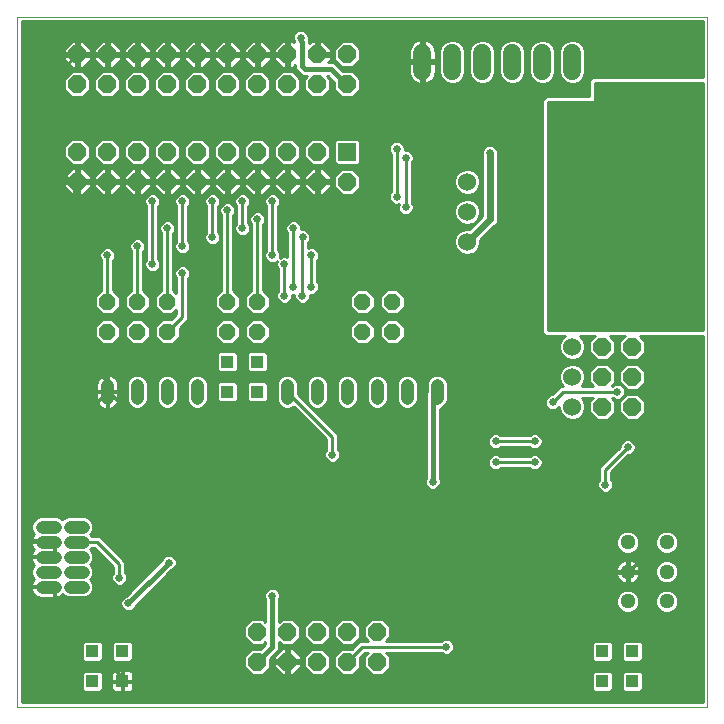
<source format=gbl>
G75*
%MOIN*%
%OFA0B0*%
%FSLAX25Y25*%
%IPPOS*%
%LPD*%
%AMOC8*
5,1,8,0,0,1.08239X$1,22.5*
%
%ADD10C,0.00000*%
%ADD11OC8,0.06000*%
%ADD12OC8,0.05937*%
%ADD13C,0.06000*%
%ADD14OC8,0.05600*%
%ADD15C,0.06000*%
%ADD16C,0.04362*%
%ADD17R,0.06000X0.06000*%
%ADD18C,0.05100*%
%ADD19R,0.04362X0.04362*%
%ADD20C,0.02578*%
%ADD21C,0.01000*%
%ADD22C,0.01600*%
%ADD23C,0.02400*%
D10*
X0001500Y0010087D02*
X0001500Y0240087D01*
X0231500Y0240087D01*
X0231500Y0010087D01*
X0001500Y0010087D01*
D11*
X0021500Y0185087D03*
X0021500Y0195087D03*
X0031500Y0195087D03*
X0041500Y0195087D03*
X0041500Y0185087D03*
X0031500Y0185087D03*
X0051500Y0185087D03*
X0051500Y0195087D03*
X0061500Y0195087D03*
X0071500Y0195087D03*
X0081500Y0195087D03*
X0081500Y0185087D03*
X0071500Y0185087D03*
X0061500Y0185087D03*
X0091500Y0185087D03*
X0091500Y0195087D03*
X0101500Y0195087D03*
X0101500Y0185087D03*
X0111500Y0185087D03*
X0111500Y0217587D03*
X0111500Y0227587D03*
X0101500Y0227587D03*
X0091500Y0227587D03*
X0091500Y0217587D03*
X0101500Y0217587D03*
X0081500Y0217587D03*
X0081500Y0227587D03*
X0071500Y0227587D03*
X0061500Y0227587D03*
X0051500Y0227587D03*
X0051500Y0217587D03*
X0061500Y0217587D03*
X0071500Y0217587D03*
X0041500Y0217587D03*
X0041500Y0227587D03*
X0031500Y0227587D03*
X0021500Y0227587D03*
X0021500Y0217587D03*
X0031500Y0217587D03*
X0196500Y0130087D03*
X0206500Y0130087D03*
X0206500Y0120087D03*
X0196500Y0120087D03*
X0196500Y0110087D03*
X0206500Y0110087D03*
D12*
X0121500Y0035087D03*
X0121500Y0025087D03*
X0111500Y0025087D03*
X0111500Y0035087D03*
X0101500Y0035087D03*
X0091500Y0035087D03*
X0091500Y0025087D03*
X0101500Y0025087D03*
X0081500Y0025087D03*
X0081500Y0035087D03*
D13*
X0186500Y0110087D03*
X0186500Y0120087D03*
X0186500Y0130087D03*
X0151500Y0165087D03*
X0151500Y0175087D03*
X0151500Y0185087D03*
D14*
X0126500Y0145087D03*
X0116500Y0145087D03*
X0116500Y0135087D03*
X0126500Y0135087D03*
X0081500Y0135087D03*
X0081500Y0145087D03*
X0071500Y0145087D03*
X0071500Y0135087D03*
X0051500Y0135087D03*
X0051500Y0145087D03*
X0041500Y0145087D03*
X0031500Y0145087D03*
X0031500Y0135087D03*
X0041500Y0135087D03*
D15*
X0136500Y0222087D02*
X0136500Y0228087D01*
X0146500Y0228087D02*
X0146500Y0222087D01*
X0156500Y0222087D02*
X0156500Y0228087D01*
X0166500Y0228087D02*
X0166500Y0222087D01*
X0176500Y0222087D02*
X0176500Y0228087D01*
X0186500Y0228087D02*
X0186500Y0222087D01*
D16*
X0141500Y0117268D02*
X0141500Y0112906D01*
X0131500Y0112906D02*
X0131500Y0117268D01*
X0121500Y0117268D02*
X0121500Y0112906D01*
X0111500Y0112906D02*
X0111500Y0117268D01*
X0101500Y0117268D02*
X0101500Y0112906D01*
X0091500Y0112906D02*
X0091500Y0117268D01*
X0061500Y0117268D02*
X0061500Y0112906D01*
X0051500Y0112906D02*
X0051500Y0117268D01*
X0041500Y0117268D02*
X0041500Y0112906D01*
X0031500Y0112906D02*
X0031500Y0117268D01*
X0023362Y0070087D02*
X0019000Y0070087D01*
X0014000Y0070087D02*
X0009638Y0070087D01*
X0009638Y0065087D02*
X0014000Y0065087D01*
X0019000Y0065087D02*
X0023362Y0065087D01*
X0023362Y0060087D02*
X0019000Y0060087D01*
X0014000Y0060087D02*
X0009638Y0060087D01*
X0009638Y0055087D02*
X0014000Y0055087D01*
X0019000Y0055087D02*
X0023362Y0055087D01*
X0023362Y0050087D02*
X0019000Y0050087D01*
X0014000Y0050087D02*
X0009638Y0050087D01*
D17*
X0111500Y0195087D03*
D18*
X0205004Y0064929D03*
X0205004Y0055087D03*
X0205004Y0045244D03*
X0217996Y0045244D03*
X0217996Y0055087D03*
X0217996Y0064929D03*
D19*
X0206500Y0028587D03*
X0196500Y0028587D03*
X0196500Y0018587D03*
X0206500Y0018587D03*
X0081500Y0115087D03*
X0081500Y0125087D03*
X0071500Y0125087D03*
X0071500Y0115087D03*
X0036500Y0028587D03*
X0026500Y0028587D03*
X0026500Y0018587D03*
X0036500Y0018587D03*
D20*
X0046500Y0015087D03*
X0046500Y0030087D03*
X0038500Y0044587D03*
X0035500Y0053087D03*
X0052000Y0058087D03*
X0061500Y0075087D03*
X0071500Y0080087D03*
X0071500Y0070087D03*
X0071500Y0060087D03*
X0086500Y0047087D03*
X0111500Y0055087D03*
X0121500Y0055087D03*
X0131500Y0055087D03*
X0141500Y0065087D03*
X0151500Y0075087D03*
X0140000Y0085087D03*
X0161000Y0091587D03*
X0161000Y0098587D03*
X0174000Y0098587D03*
X0174000Y0091587D03*
X0176500Y0075087D03*
X0186500Y0075087D03*
X0197500Y0084087D03*
X0205000Y0096587D03*
X0201500Y0115087D03*
X0180000Y0111587D03*
X0156500Y0115087D03*
X0156500Y0130087D03*
X0156500Y0145087D03*
X0171000Y0158587D03*
X0197500Y0156087D03*
X0201500Y0156087D03*
X0205500Y0156087D03*
X0209500Y0156087D03*
X0213500Y0156087D03*
X0217500Y0156087D03*
X0221500Y0156087D03*
X0221500Y0160087D03*
X0225500Y0160087D03*
X0225500Y0156087D03*
X0221500Y0152087D03*
X0221500Y0164087D03*
X0225500Y0164087D03*
X0214500Y0164087D03*
X0214500Y0168087D03*
X0214500Y0172087D03*
X0214500Y0176087D03*
X0214500Y0180087D03*
X0214500Y0184087D03*
X0210500Y0184087D03*
X0210500Y0180087D03*
X0210500Y0176087D03*
X0210500Y0172087D03*
X0210500Y0168087D03*
X0210500Y0164087D03*
X0221500Y0187087D03*
X0225500Y0187087D03*
X0225500Y0191087D03*
X0221500Y0191087D03*
X0221500Y0195087D03*
X0225500Y0195087D03*
X0217500Y0195087D03*
X0213500Y0195087D03*
X0209500Y0195087D03*
X0205500Y0195087D03*
X0201500Y0195087D03*
X0197500Y0195087D03*
X0193500Y0195087D03*
X0171500Y0195087D03*
X0171500Y0200087D03*
X0166500Y0210087D03*
X0161500Y0205087D03*
X0151500Y0200087D03*
X0159000Y0194587D03*
X0172000Y0189587D03*
X0141500Y0185087D03*
X0141500Y0195087D03*
X0131000Y0193087D03*
X0128000Y0196087D03*
X0121500Y0185087D03*
X0128000Y0180087D03*
X0131000Y0176587D03*
X0131500Y0165087D03*
X0121500Y0165087D03*
X0121500Y0150087D03*
X0141500Y0165087D03*
X0121500Y0125087D03*
X0102500Y0126587D03*
X0096500Y0147087D03*
X0093500Y0150087D03*
X0090500Y0147087D03*
X0099500Y0150087D03*
X0090500Y0157587D03*
X0086500Y0160587D03*
X0093500Y0169587D03*
X0096589Y0166587D03*
X0099500Y0160587D03*
X0086500Y0178587D03*
X0081500Y0172587D03*
X0076500Y0169587D03*
X0071500Y0175587D03*
X0066500Y0178587D03*
X0056500Y0178587D03*
X0051500Y0169587D03*
X0056500Y0163587D03*
X0056500Y0154587D03*
X0046500Y0157587D03*
X0041500Y0163587D03*
X0031500Y0160587D03*
X0046500Y0178587D03*
X0066500Y0166587D03*
X0076500Y0178587D03*
X0121500Y0225087D03*
X0116500Y0235087D03*
X0126500Y0235087D03*
X0106500Y0235087D03*
X0096000Y0233087D03*
X0026500Y0205087D03*
X0011500Y0200087D03*
X0011500Y0215087D03*
X0011500Y0220087D03*
X0011500Y0225087D03*
X0006500Y0235087D03*
X0011500Y0185087D03*
X0011500Y0170087D03*
X0036500Y0125087D03*
X0046500Y0125087D03*
X0056500Y0125087D03*
X0036500Y0105087D03*
X0031500Y0105087D03*
X0049500Y0100587D03*
X0051500Y0090087D03*
X0061500Y0090087D03*
X0091500Y0090087D03*
X0106500Y0094087D03*
X0116500Y0085087D03*
X0116500Y0070087D03*
X0101500Y0075087D03*
X0144500Y0030087D03*
X0151500Y0045087D03*
X0161500Y0045087D03*
X0162000Y0054587D03*
X0186500Y0055087D03*
X0186500Y0045087D03*
X0186500Y0035087D03*
X0186500Y0025087D03*
X0186500Y0015087D03*
X0221500Y0020087D03*
X0221500Y0030087D03*
X0225500Y0086587D03*
X0225500Y0114087D03*
X0221500Y0140087D03*
X0206500Y0225087D03*
X0206500Y0230087D03*
X0206500Y0235087D03*
X0196500Y0235087D03*
X0181500Y0235087D03*
X0011500Y0080087D03*
X0006500Y0040087D03*
X0006500Y0030087D03*
X0016500Y0030087D03*
X0016500Y0040087D03*
X0061500Y0015087D03*
X0076500Y0015087D03*
X0091500Y0015087D03*
D21*
X0091016Y0020618D02*
X0089649Y0020618D01*
X0087031Y0023236D01*
X0087031Y0024602D01*
X0091016Y0024602D01*
X0091984Y0024602D01*
X0091984Y0020618D01*
X0093351Y0020618D01*
X0095968Y0023236D01*
X0095968Y0024602D01*
X0091984Y0024602D01*
X0091984Y0025571D01*
X0091016Y0025571D01*
X0091016Y0029555D01*
X0089649Y0029555D01*
X0087031Y0026938D01*
X0087031Y0025571D01*
X0091016Y0025571D01*
X0091016Y0024602D01*
X0091016Y0020618D01*
X0091016Y0021070D02*
X0091984Y0021070D01*
X0091984Y0022069D02*
X0091016Y0022069D01*
X0091016Y0023067D02*
X0091984Y0023067D01*
X0091984Y0024066D02*
X0091016Y0024066D01*
X0091016Y0025064D02*
X0085768Y0025064D01*
X0085768Y0024066D02*
X0087031Y0024066D01*
X0087200Y0023067D02*
X0085517Y0023067D01*
X0085768Y0023319D02*
X0085768Y0026102D01*
X0087453Y0027787D01*
X0088800Y0029134D01*
X0088800Y0031750D01*
X0089732Y0030818D01*
X0093268Y0030818D01*
X0095768Y0033319D01*
X0095768Y0036855D01*
X0093268Y0039355D01*
X0089732Y0039355D01*
X0088800Y0038423D01*
X0088800Y0045874D01*
X0089089Y0046572D01*
X0089089Y0047602D01*
X0088695Y0048553D01*
X0087967Y0049281D01*
X0087015Y0049676D01*
X0085985Y0049676D01*
X0085033Y0049281D01*
X0084305Y0048553D01*
X0083911Y0047602D01*
X0083911Y0046572D01*
X0084200Y0045874D01*
X0084200Y0038423D01*
X0083268Y0039355D01*
X0079732Y0039355D01*
X0077231Y0036855D01*
X0077231Y0033319D01*
X0079732Y0030818D01*
X0083268Y0030818D01*
X0084200Y0031750D01*
X0084200Y0031039D01*
X0082516Y0029355D01*
X0079732Y0029355D01*
X0077231Y0026855D01*
X0077231Y0023319D01*
X0079732Y0020818D01*
X0083268Y0020818D01*
X0085768Y0023319D01*
X0084519Y0022069D02*
X0088198Y0022069D01*
X0089197Y0021070D02*
X0083520Y0021070D01*
X0079480Y0021070D02*
X0040153Y0021070D01*
X0040181Y0020965D02*
X0040079Y0021347D01*
X0039881Y0021689D01*
X0039602Y0021968D01*
X0039260Y0022165D01*
X0038879Y0022268D01*
X0036591Y0022268D01*
X0036591Y0018677D01*
X0040181Y0018677D01*
X0040181Y0020965D01*
X0040181Y0020072D02*
X0193019Y0020072D01*
X0193019Y0021070D02*
X0123520Y0021070D01*
X0123268Y0020818D02*
X0125768Y0023319D01*
X0125768Y0026855D01*
X0124537Y0028087D01*
X0142839Y0028087D01*
X0143033Y0027892D01*
X0143985Y0027498D01*
X0145015Y0027498D01*
X0145967Y0027892D01*
X0146695Y0028620D01*
X0147089Y0029572D01*
X0147089Y0030602D01*
X0146695Y0031553D01*
X0145967Y0032281D01*
X0145015Y0032676D01*
X0143985Y0032676D01*
X0143033Y0032281D01*
X0142839Y0032087D01*
X0124537Y0032087D01*
X0125768Y0033319D01*
X0125768Y0036855D01*
X0123268Y0039355D01*
X0119732Y0039355D01*
X0117231Y0036855D01*
X0117231Y0033319D01*
X0118463Y0032087D01*
X0115672Y0032087D01*
X0114500Y0030915D01*
X0112940Y0029355D01*
X0109732Y0029355D01*
X0107231Y0026855D01*
X0107231Y0023319D01*
X0109732Y0020818D01*
X0113268Y0020818D01*
X0115768Y0023319D01*
X0115768Y0026527D01*
X0117328Y0028087D01*
X0118463Y0028087D01*
X0117231Y0026855D01*
X0117231Y0023319D01*
X0119732Y0020818D01*
X0123268Y0020818D01*
X0124519Y0022069D02*
X0230000Y0022069D01*
X0230000Y0023067D02*
X0125517Y0023067D01*
X0125768Y0024066D02*
X0230000Y0024066D01*
X0230000Y0025064D02*
X0125768Y0025064D01*
X0125768Y0026063D02*
X0193019Y0026063D01*
X0193019Y0025867D02*
X0193780Y0025106D01*
X0199220Y0025106D01*
X0199981Y0025867D01*
X0199981Y0031306D01*
X0199220Y0032068D01*
X0193780Y0032068D01*
X0193019Y0031306D01*
X0193019Y0025867D01*
X0193019Y0027061D02*
X0125562Y0027061D01*
X0124563Y0028060D02*
X0142865Y0028060D01*
X0144500Y0030087D02*
X0116500Y0030087D01*
X0111500Y0025087D01*
X0107231Y0025064D02*
X0105768Y0025064D01*
X0105768Y0024066D02*
X0107231Y0024066D01*
X0107483Y0023067D02*
X0105517Y0023067D01*
X0105768Y0023319D02*
X0103268Y0020818D01*
X0099732Y0020818D01*
X0097231Y0023319D01*
X0097231Y0026855D01*
X0099732Y0029355D01*
X0103268Y0029355D01*
X0105768Y0026855D01*
X0105768Y0023319D01*
X0104519Y0022069D02*
X0108481Y0022069D01*
X0109480Y0021070D02*
X0103520Y0021070D01*
X0099480Y0021070D02*
X0093803Y0021070D01*
X0094802Y0022069D02*
X0098481Y0022069D01*
X0097483Y0023067D02*
X0095800Y0023067D01*
X0095968Y0024066D02*
X0097231Y0024066D01*
X0097231Y0025064D02*
X0091984Y0025064D01*
X0091984Y0025571D02*
X0095968Y0025571D01*
X0095968Y0026938D01*
X0093351Y0029555D01*
X0091984Y0029555D01*
X0091984Y0025571D01*
X0091984Y0026063D02*
X0091016Y0026063D01*
X0091016Y0027061D02*
X0091984Y0027061D01*
X0091984Y0028060D02*
X0091016Y0028060D01*
X0091016Y0029058D02*
X0091984Y0029058D01*
X0093848Y0029058D02*
X0099435Y0029058D01*
X0098437Y0028060D02*
X0094846Y0028060D01*
X0095845Y0027061D02*
X0097438Y0027061D01*
X0097231Y0026063D02*
X0095968Y0026063D01*
X0093505Y0031055D02*
X0099495Y0031055D01*
X0099732Y0030818D02*
X0103268Y0030818D01*
X0105768Y0033319D01*
X0105768Y0036855D01*
X0103268Y0039355D01*
X0099732Y0039355D01*
X0097231Y0036855D01*
X0097231Y0033319D01*
X0099732Y0030818D01*
X0098496Y0032054D02*
X0094504Y0032054D01*
X0095502Y0033052D02*
X0097498Y0033052D01*
X0097231Y0034051D02*
X0095768Y0034051D01*
X0095768Y0035049D02*
X0097231Y0035049D01*
X0097231Y0036048D02*
X0095768Y0036048D01*
X0095577Y0037046D02*
X0097423Y0037046D01*
X0098422Y0038045D02*
X0094578Y0038045D01*
X0093580Y0039043D02*
X0099420Y0039043D01*
X0103580Y0039043D02*
X0109420Y0039043D01*
X0109732Y0039355D02*
X0107231Y0036855D01*
X0107231Y0033319D01*
X0109732Y0030818D01*
X0113268Y0030818D01*
X0115768Y0033319D01*
X0115768Y0036855D01*
X0113268Y0039355D01*
X0109732Y0039355D01*
X0108422Y0038045D02*
X0104578Y0038045D01*
X0105577Y0037046D02*
X0107423Y0037046D01*
X0107231Y0036048D02*
X0105768Y0036048D01*
X0105768Y0035049D02*
X0107231Y0035049D01*
X0107231Y0034051D02*
X0105768Y0034051D01*
X0105502Y0033052D02*
X0107498Y0033052D01*
X0108496Y0032054D02*
X0104504Y0032054D01*
X0103505Y0031055D02*
X0109495Y0031055D01*
X0109435Y0029058D02*
X0103565Y0029058D01*
X0104563Y0028060D02*
X0108437Y0028060D01*
X0107438Y0027061D02*
X0105562Y0027061D01*
X0105768Y0026063D02*
X0107231Y0026063D01*
X0113642Y0030057D02*
X0088800Y0030057D01*
X0088800Y0031055D02*
X0089495Y0031055D01*
X0089152Y0029058D02*
X0088724Y0029058D01*
X0088154Y0028060D02*
X0087726Y0028060D01*
X0087155Y0027061D02*
X0086727Y0027061D01*
X0087031Y0026063D02*
X0085768Y0026063D01*
X0083218Y0030057D02*
X0039981Y0030057D01*
X0039981Y0031055D02*
X0079495Y0031055D01*
X0078496Y0032054D02*
X0039233Y0032054D01*
X0039220Y0032068D02*
X0033780Y0032068D01*
X0033019Y0031306D01*
X0033019Y0025867D01*
X0033780Y0025106D01*
X0039220Y0025106D01*
X0039981Y0025867D01*
X0039981Y0031306D01*
X0039220Y0032068D01*
X0039981Y0029058D02*
X0079435Y0029058D01*
X0078437Y0028060D02*
X0039981Y0028060D01*
X0039981Y0027061D02*
X0077438Y0027061D01*
X0077231Y0026063D02*
X0039981Y0026063D01*
X0039428Y0022069D02*
X0078481Y0022069D01*
X0077483Y0023067D02*
X0003000Y0023067D01*
X0003000Y0022069D02*
X0033572Y0022069D01*
X0033740Y0022165D02*
X0033398Y0021968D01*
X0033119Y0021689D01*
X0032921Y0021347D01*
X0032819Y0020965D01*
X0032819Y0018677D01*
X0036409Y0018677D01*
X0036409Y0018496D01*
X0032819Y0018496D01*
X0032819Y0016208D01*
X0032921Y0015827D01*
X0033119Y0015484D01*
X0033398Y0015205D01*
X0033740Y0015008D01*
X0034121Y0014906D01*
X0036409Y0014906D01*
X0036409Y0018496D01*
X0036591Y0018496D01*
X0036591Y0018677D01*
X0036409Y0018677D01*
X0036409Y0022268D01*
X0034121Y0022268D01*
X0033740Y0022165D01*
X0033500Y0023087D02*
X0036500Y0020087D01*
X0036500Y0018587D01*
X0036591Y0018496D02*
X0036591Y0014906D01*
X0038879Y0014906D01*
X0039260Y0015008D01*
X0039602Y0015205D01*
X0039881Y0015484D01*
X0040079Y0015827D01*
X0040181Y0016208D01*
X0040181Y0018496D01*
X0036591Y0018496D01*
X0036591Y0018075D02*
X0036409Y0018075D01*
X0036409Y0019073D02*
X0036591Y0019073D01*
X0036591Y0020072D02*
X0036409Y0020072D01*
X0036409Y0021070D02*
X0036591Y0021070D01*
X0036591Y0022069D02*
X0036409Y0022069D01*
X0033500Y0023087D02*
X0026500Y0023087D01*
X0026000Y0023587D01*
X0015500Y0023587D01*
X0014000Y0025087D01*
X0014000Y0050087D01*
X0013909Y0050027D02*
X0003000Y0050027D01*
X0003000Y0049029D02*
X0006095Y0049029D01*
X0006098Y0049013D02*
X0006376Y0048343D01*
X0006778Y0047740D01*
X0007291Y0047227D01*
X0007894Y0046824D01*
X0008564Y0046547D01*
X0009275Y0046406D01*
X0013909Y0046406D01*
X0013909Y0049996D01*
X0005957Y0049996D01*
X0005957Y0049724D01*
X0006098Y0049013D01*
X0006585Y0048030D02*
X0003000Y0048030D01*
X0003000Y0047032D02*
X0007584Y0047032D01*
X0005957Y0050177D02*
X0013909Y0050177D01*
X0013909Y0049996D01*
X0014091Y0049996D01*
X0014091Y0046406D01*
X0014363Y0046406D01*
X0015074Y0046547D01*
X0015744Y0046824D01*
X0016347Y0047227D01*
X0016641Y0047522D01*
X0017028Y0047135D01*
X0018308Y0046606D01*
X0024055Y0046606D01*
X0025334Y0047135D01*
X0026313Y0048115D01*
X0026843Y0049394D01*
X0026843Y0050779D01*
X0026313Y0052058D01*
X0025785Y0052587D01*
X0026313Y0053115D01*
X0026843Y0054394D01*
X0026843Y0055779D01*
X0026313Y0057058D01*
X0025785Y0057587D01*
X0026313Y0058115D01*
X0026843Y0059394D01*
X0026843Y0060779D01*
X0026313Y0062058D01*
X0025785Y0062587D01*
X0026285Y0063087D01*
X0027172Y0063087D01*
X0033500Y0056758D01*
X0033500Y0054748D01*
X0033305Y0054553D01*
X0032911Y0053602D01*
X0032911Y0052572D01*
X0033305Y0051620D01*
X0034033Y0050892D01*
X0034985Y0050498D01*
X0036015Y0050498D01*
X0036967Y0050892D01*
X0037695Y0051620D01*
X0038089Y0052572D01*
X0038089Y0053602D01*
X0037695Y0054553D01*
X0037500Y0054748D01*
X0037500Y0058415D01*
X0030000Y0065915D01*
X0028828Y0067087D01*
X0026285Y0067087D01*
X0025785Y0067587D01*
X0026313Y0068115D01*
X0026843Y0069394D01*
X0026843Y0070779D01*
X0026313Y0072058D01*
X0025334Y0073038D01*
X0024055Y0073568D01*
X0018308Y0073568D01*
X0017028Y0073038D01*
X0016500Y0072510D01*
X0015972Y0073038D01*
X0014692Y0073568D01*
X0008945Y0073568D01*
X0007666Y0073038D01*
X0006687Y0072058D01*
X0006157Y0070779D01*
X0006157Y0069394D01*
X0006687Y0068115D01*
X0007073Y0067728D01*
X0006778Y0067433D01*
X0006376Y0066830D01*
X0006098Y0066160D01*
X0005957Y0065449D01*
X0005957Y0065177D01*
X0013909Y0065177D01*
X0013909Y0064996D01*
X0005957Y0064996D01*
X0005957Y0064724D01*
X0006098Y0064013D01*
X0006376Y0063343D01*
X0006778Y0062740D01*
X0006932Y0062587D01*
X0006778Y0062433D01*
X0006376Y0061830D01*
X0006098Y0061160D01*
X0005957Y0060449D01*
X0005957Y0060177D01*
X0013909Y0060177D01*
X0013909Y0059996D01*
X0005957Y0059996D01*
X0005957Y0059724D01*
X0006098Y0059013D01*
X0006376Y0058343D01*
X0006778Y0057740D01*
X0007073Y0057445D01*
X0006687Y0057058D01*
X0006157Y0055779D01*
X0006157Y0054394D01*
X0006687Y0053115D01*
X0007073Y0052728D01*
X0006778Y0052433D01*
X0006376Y0051830D01*
X0006098Y0051160D01*
X0005957Y0050449D01*
X0005957Y0050177D01*
X0006071Y0051026D02*
X0003000Y0051026D01*
X0003000Y0052024D02*
X0006505Y0052024D01*
X0006779Y0053023D02*
X0003000Y0053023D01*
X0003000Y0054021D02*
X0006311Y0054021D01*
X0006157Y0055020D02*
X0003000Y0055020D01*
X0003000Y0056018D02*
X0006256Y0056018D01*
X0006669Y0057017D02*
X0003000Y0057017D01*
X0003000Y0058015D02*
X0006595Y0058015D01*
X0006098Y0059014D02*
X0003000Y0059014D01*
X0003000Y0060012D02*
X0013909Y0060012D01*
X0013909Y0060177D02*
X0013909Y0061406D01*
X0013909Y0064996D01*
X0014091Y0064996D01*
X0014091Y0060177D01*
X0013909Y0060177D01*
X0013909Y0061011D02*
X0014091Y0061011D01*
X0014091Y0062009D02*
X0013909Y0062009D01*
X0013909Y0063008D02*
X0014091Y0063008D01*
X0014091Y0064006D02*
X0013909Y0064006D01*
X0013909Y0065005D02*
X0003000Y0065005D01*
X0003000Y0066003D02*
X0006067Y0066003D01*
X0005500Y0065587D02*
X0005500Y0081587D01*
X0004500Y0082587D01*
X0004500Y0084587D01*
X0028500Y0108587D01*
X0028500Y0112087D01*
X0031500Y0115087D01*
X0031500Y0115587D01*
X0046500Y0100587D01*
X0049500Y0100587D01*
X0050808Y0109424D02*
X0052192Y0109424D01*
X0053472Y0109954D01*
X0054451Y0110934D01*
X0054981Y0112213D01*
X0054981Y0117960D01*
X0054451Y0119240D01*
X0053472Y0120219D01*
X0052192Y0120749D01*
X0050808Y0120749D01*
X0049528Y0120219D01*
X0048549Y0119240D01*
X0048019Y0117960D01*
X0048019Y0112213D01*
X0048549Y0110934D01*
X0049528Y0109954D01*
X0050808Y0109424D01*
X0049568Y0109938D02*
X0043432Y0109938D01*
X0043472Y0109954D02*
X0044451Y0110934D01*
X0044981Y0112213D01*
X0044981Y0117960D01*
X0044451Y0119240D01*
X0043472Y0120219D01*
X0042192Y0120749D01*
X0040808Y0120749D01*
X0039528Y0120219D01*
X0038549Y0119240D01*
X0038019Y0117960D01*
X0038019Y0112213D01*
X0038549Y0110934D01*
X0039528Y0109954D01*
X0040808Y0109424D01*
X0042192Y0109424D01*
X0043472Y0109954D01*
X0044452Y0110936D02*
X0048548Y0110936D01*
X0048134Y0111935D02*
X0044866Y0111935D01*
X0044981Y0112933D02*
X0048019Y0112933D01*
X0048019Y0113932D02*
X0044981Y0113932D01*
X0044981Y0114930D02*
X0048019Y0114930D01*
X0048019Y0115929D02*
X0044981Y0115929D01*
X0044981Y0116927D02*
X0048019Y0116927D01*
X0048019Y0117926D02*
X0044981Y0117926D01*
X0044582Y0118924D02*
X0048418Y0118924D01*
X0049232Y0119923D02*
X0043768Y0119923D01*
X0039232Y0119923D02*
X0034051Y0119923D01*
X0033847Y0120127D02*
X0033244Y0120530D01*
X0032574Y0120807D01*
X0031863Y0120949D01*
X0031591Y0120949D01*
X0031591Y0115177D01*
X0035181Y0115177D01*
X0035181Y0117630D01*
X0035040Y0118341D01*
X0034762Y0119011D01*
X0034359Y0119614D01*
X0033847Y0120127D01*
X0034798Y0118924D02*
X0038418Y0118924D01*
X0038019Y0117926D02*
X0035122Y0117926D01*
X0035181Y0116927D02*
X0038019Y0116927D01*
X0038019Y0115929D02*
X0035181Y0115929D01*
X0035181Y0114996D02*
X0031591Y0114996D01*
X0031591Y0115177D01*
X0031409Y0115177D01*
X0031409Y0114996D01*
X0027819Y0114996D01*
X0027819Y0112543D01*
X0027960Y0111832D01*
X0028238Y0111162D01*
X0028641Y0110559D01*
X0029153Y0110046D01*
X0029756Y0109643D01*
X0030426Y0109366D01*
X0031137Y0109224D01*
X0031409Y0109224D01*
X0031409Y0114996D01*
X0031591Y0114996D01*
X0031591Y0109224D01*
X0031863Y0109224D01*
X0032574Y0109366D01*
X0033244Y0109643D01*
X0033847Y0110046D01*
X0034359Y0110559D01*
X0034762Y0111162D01*
X0035040Y0111832D01*
X0035181Y0112543D01*
X0035181Y0114996D01*
X0035181Y0114930D02*
X0038019Y0114930D01*
X0038019Y0113932D02*
X0035181Y0113932D01*
X0035181Y0112933D02*
X0038019Y0112933D01*
X0038134Y0111935D02*
X0035060Y0111935D01*
X0034611Y0110936D02*
X0038548Y0110936D01*
X0039568Y0109938D02*
X0033684Y0109938D01*
X0031591Y0109938D02*
X0031409Y0109938D01*
X0031409Y0110936D02*
X0031591Y0110936D01*
X0031591Y0111935D02*
X0031409Y0111935D01*
X0031409Y0112933D02*
X0031591Y0112933D01*
X0031591Y0113932D02*
X0031409Y0113932D01*
X0031409Y0114930D02*
X0031591Y0114930D01*
X0031409Y0115177D02*
X0027819Y0115177D01*
X0027819Y0117630D01*
X0027960Y0118341D01*
X0028238Y0119011D01*
X0028641Y0119614D01*
X0029153Y0120127D01*
X0029756Y0120530D01*
X0030426Y0120807D01*
X0031137Y0120949D01*
X0031409Y0120949D01*
X0031409Y0115177D01*
X0031500Y0115587D02*
X0031500Y0118587D01*
X0020500Y0129587D01*
X0020500Y0184087D01*
X0021500Y0185087D01*
X0019500Y0185087D01*
X0015000Y0189587D01*
X0015000Y0221087D01*
X0021500Y0227587D01*
X0022000Y0227762D02*
X0031000Y0227762D01*
X0031000Y0228087D02*
X0031000Y0227087D01*
X0027000Y0227087D01*
X0027000Y0225723D01*
X0029636Y0223087D01*
X0031000Y0223087D01*
X0031000Y0227087D01*
X0032000Y0227087D01*
X0032000Y0228087D01*
X0031000Y0228087D01*
X0031000Y0232087D01*
X0029636Y0232087D01*
X0027000Y0229451D01*
X0027000Y0228087D01*
X0031000Y0228087D01*
X0031000Y0228761D02*
X0032000Y0228761D01*
X0032000Y0228087D02*
X0032000Y0232087D01*
X0033364Y0232087D01*
X0036000Y0229451D01*
X0036000Y0228087D01*
X0032000Y0228087D01*
X0032000Y0227762D02*
X0041000Y0227762D01*
X0041000Y0228087D02*
X0041000Y0227087D01*
X0037000Y0227087D01*
X0037000Y0225723D01*
X0039636Y0223087D01*
X0041000Y0223087D01*
X0041000Y0227087D01*
X0042000Y0227087D01*
X0042000Y0228087D01*
X0041000Y0228087D01*
X0041000Y0232087D01*
X0039636Y0232087D01*
X0037000Y0229451D01*
X0037000Y0228087D01*
X0041000Y0228087D01*
X0041000Y0228761D02*
X0042000Y0228761D01*
X0042000Y0228087D02*
X0042000Y0232087D01*
X0043364Y0232087D01*
X0046000Y0229451D01*
X0046000Y0228087D01*
X0042000Y0228087D01*
X0042000Y0227762D02*
X0051000Y0227762D01*
X0051000Y0228087D02*
X0051000Y0227087D01*
X0047000Y0227087D01*
X0047000Y0225723D01*
X0049636Y0223087D01*
X0051000Y0223087D01*
X0051000Y0227087D01*
X0052000Y0227087D01*
X0052000Y0228087D01*
X0051000Y0228087D01*
X0051000Y0232087D01*
X0049636Y0232087D01*
X0047000Y0229451D01*
X0047000Y0228087D01*
X0051000Y0228087D01*
X0051000Y0228761D02*
X0052000Y0228761D01*
X0052000Y0228087D02*
X0052000Y0232087D01*
X0053364Y0232087D01*
X0056000Y0229451D01*
X0056000Y0228087D01*
X0052000Y0228087D01*
X0052000Y0227762D02*
X0061000Y0227762D01*
X0061000Y0228087D02*
X0061000Y0227087D01*
X0057000Y0227087D01*
X0057000Y0225723D01*
X0059636Y0223087D01*
X0061000Y0223087D01*
X0061000Y0227087D01*
X0062000Y0227087D01*
X0062000Y0228087D01*
X0061000Y0228087D01*
X0061000Y0232087D01*
X0059636Y0232087D01*
X0057000Y0229451D01*
X0057000Y0228087D01*
X0061000Y0228087D01*
X0061000Y0228761D02*
X0062000Y0228761D01*
X0062000Y0228087D02*
X0062000Y0232087D01*
X0063364Y0232087D01*
X0066000Y0229451D01*
X0066000Y0228087D01*
X0062000Y0228087D01*
X0062000Y0227762D02*
X0071000Y0227762D01*
X0071000Y0228087D02*
X0071000Y0227087D01*
X0067000Y0227087D01*
X0067000Y0225723D01*
X0069636Y0223087D01*
X0071000Y0223087D01*
X0071000Y0227087D01*
X0072000Y0227087D01*
X0072000Y0228087D01*
X0071000Y0228087D01*
X0071000Y0232087D01*
X0069636Y0232087D01*
X0067000Y0229451D01*
X0067000Y0228087D01*
X0071000Y0228087D01*
X0071000Y0228761D02*
X0072000Y0228761D01*
X0072000Y0228087D02*
X0072000Y0232087D01*
X0073364Y0232087D01*
X0076000Y0229451D01*
X0076000Y0228087D01*
X0072000Y0228087D01*
X0072000Y0227762D02*
X0081000Y0227762D01*
X0081000Y0228087D02*
X0081000Y0227087D01*
X0077000Y0227087D01*
X0077000Y0225723D01*
X0079636Y0223087D01*
X0081000Y0223087D01*
X0081000Y0227087D01*
X0082000Y0227087D01*
X0082000Y0228087D01*
X0081000Y0228087D01*
X0081000Y0232087D01*
X0079636Y0232087D01*
X0077000Y0229451D01*
X0077000Y0228087D01*
X0081000Y0228087D01*
X0081000Y0228761D02*
X0082000Y0228761D01*
X0082000Y0228087D02*
X0082000Y0232087D01*
X0083364Y0232087D01*
X0086000Y0229451D01*
X0086000Y0228087D01*
X0082000Y0228087D01*
X0082000Y0227762D02*
X0091000Y0227762D01*
X0091000Y0228087D02*
X0091000Y0227087D01*
X0087000Y0227087D01*
X0087000Y0225723D01*
X0089636Y0223087D01*
X0091000Y0223087D01*
X0091000Y0227087D01*
X0092000Y0227087D01*
X0092000Y0223087D01*
X0093364Y0223087D01*
X0094200Y0223923D01*
X0094200Y0222634D01*
X0095200Y0221634D01*
X0096547Y0220287D01*
X0098119Y0220287D01*
X0097200Y0219368D01*
X0097200Y0215805D01*
X0099719Y0213287D01*
X0103281Y0213287D01*
X0105800Y0215805D01*
X0105800Y0219368D01*
X0104881Y0220287D01*
X0105047Y0220287D01*
X0107200Y0218134D01*
X0107200Y0215805D01*
X0109719Y0213287D01*
X0113281Y0213287D01*
X0115800Y0215805D01*
X0115800Y0219368D01*
X0113281Y0221887D01*
X0109953Y0221887D01*
X0106953Y0224887D01*
X0105164Y0224887D01*
X0106000Y0225723D01*
X0106000Y0227087D01*
X0102000Y0227087D01*
X0102000Y0228087D01*
X0101000Y0228087D01*
X0101000Y0232087D01*
X0099636Y0232087D01*
X0098800Y0231251D01*
X0098800Y0232539D01*
X0098589Y0232750D01*
X0098589Y0233602D01*
X0098195Y0234553D01*
X0097467Y0235281D01*
X0096515Y0235676D01*
X0095485Y0235676D01*
X0094533Y0235281D01*
X0093805Y0234553D01*
X0093411Y0233602D01*
X0093411Y0232572D01*
X0093700Y0231874D01*
X0093700Y0231751D01*
X0093364Y0232087D01*
X0092000Y0232087D01*
X0092000Y0228087D01*
X0091000Y0228087D01*
X0091000Y0232087D01*
X0089636Y0232087D01*
X0087000Y0229451D01*
X0087000Y0228087D01*
X0091000Y0228087D01*
X0091000Y0228761D02*
X0092000Y0228761D01*
X0092000Y0229759D02*
X0091000Y0229759D01*
X0091000Y0230758D02*
X0092000Y0230758D01*
X0092000Y0231756D02*
X0091000Y0231756D01*
X0089306Y0231756D02*
X0083694Y0231756D01*
X0084693Y0230758D02*
X0088307Y0230758D01*
X0087309Y0229759D02*
X0085691Y0229759D01*
X0086000Y0228761D02*
X0087000Y0228761D01*
X0086000Y0227087D02*
X0086000Y0225723D01*
X0083364Y0223087D01*
X0082000Y0223087D01*
X0082000Y0227087D01*
X0086000Y0227087D01*
X0086000Y0226764D02*
X0087000Y0226764D01*
X0087000Y0225765D02*
X0086000Y0225765D01*
X0085044Y0224767D02*
X0087956Y0224767D01*
X0088955Y0223768D02*
X0084045Y0223768D01*
X0083281Y0221887D02*
X0085800Y0219368D01*
X0085800Y0215805D01*
X0083281Y0213287D01*
X0079719Y0213287D01*
X0077200Y0215805D01*
X0077200Y0219368D01*
X0079719Y0221887D01*
X0083281Y0221887D01*
X0083397Y0221771D02*
X0089603Y0221771D01*
X0089719Y0221887D02*
X0087200Y0219368D01*
X0087200Y0215805D01*
X0089719Y0213287D01*
X0093281Y0213287D01*
X0095800Y0215805D01*
X0095800Y0219368D01*
X0093281Y0221887D01*
X0089719Y0221887D01*
X0088605Y0220773D02*
X0084395Y0220773D01*
X0085394Y0219774D02*
X0087606Y0219774D01*
X0087200Y0218775D02*
X0085800Y0218775D01*
X0085800Y0217777D02*
X0087200Y0217777D01*
X0087200Y0216778D02*
X0085800Y0216778D01*
X0085774Y0215780D02*
X0087226Y0215780D01*
X0088224Y0214781D02*
X0084776Y0214781D01*
X0083777Y0213783D02*
X0089223Y0213783D01*
X0093777Y0213783D02*
X0099223Y0213783D01*
X0098224Y0214781D02*
X0094776Y0214781D01*
X0095774Y0215780D02*
X0097226Y0215780D01*
X0097200Y0216778D02*
X0095800Y0216778D01*
X0095800Y0217777D02*
X0097200Y0217777D01*
X0097200Y0218775D02*
X0095800Y0218775D01*
X0095394Y0219774D02*
X0097606Y0219774D01*
X0096061Y0220773D02*
X0094395Y0220773D01*
X0095063Y0221771D02*
X0093397Y0221771D01*
X0094200Y0222770D02*
X0003000Y0222770D01*
X0003000Y0223768D02*
X0018955Y0223768D01*
X0019636Y0223087D02*
X0021000Y0223087D01*
X0021000Y0227087D01*
X0017000Y0227087D01*
X0017000Y0225723D01*
X0019636Y0223087D01*
X0019719Y0221887D02*
X0017200Y0219368D01*
X0017200Y0215805D01*
X0019719Y0213287D01*
X0023281Y0213287D01*
X0025800Y0215805D01*
X0025800Y0219368D01*
X0023281Y0221887D01*
X0019719Y0221887D01*
X0019603Y0221771D02*
X0003000Y0221771D01*
X0003000Y0220773D02*
X0018605Y0220773D01*
X0017606Y0219774D02*
X0003000Y0219774D01*
X0003000Y0218775D02*
X0017200Y0218775D01*
X0017200Y0217777D02*
X0003000Y0217777D01*
X0003000Y0216778D02*
X0017200Y0216778D01*
X0017226Y0215780D02*
X0003000Y0215780D01*
X0003000Y0214781D02*
X0018224Y0214781D01*
X0019223Y0213783D02*
X0003000Y0213783D01*
X0003000Y0212784D02*
X0176869Y0212784D01*
X0176500Y0212415D02*
X0176500Y0134758D01*
X0177672Y0133587D01*
X0183919Y0133587D01*
X0182855Y0132522D01*
X0182200Y0130942D01*
X0182200Y0129231D01*
X0182855Y0127651D01*
X0184064Y0126441D01*
X0185645Y0125787D01*
X0187355Y0125787D01*
X0188936Y0126441D01*
X0190145Y0127651D01*
X0190800Y0129231D01*
X0190800Y0130942D01*
X0190145Y0132522D01*
X0189081Y0133587D01*
X0193919Y0133587D01*
X0192200Y0131868D01*
X0192200Y0128305D01*
X0194719Y0125787D01*
X0198281Y0125787D01*
X0200800Y0128305D01*
X0200800Y0131868D01*
X0199081Y0133587D01*
X0203919Y0133587D01*
X0202200Y0131868D01*
X0202200Y0128305D01*
X0204719Y0125787D01*
X0208281Y0125787D01*
X0210800Y0128305D01*
X0210800Y0131868D01*
X0209081Y0133587D01*
X0230000Y0133587D01*
X0230000Y0011587D01*
X0003000Y0011587D01*
X0003000Y0238587D01*
X0230000Y0238587D01*
X0230000Y0220087D01*
X0193172Y0220087D01*
X0192000Y0218915D01*
X0192000Y0213587D01*
X0177672Y0213587D01*
X0176500Y0212415D01*
X0176500Y0211786D02*
X0003000Y0211786D01*
X0003000Y0210787D02*
X0176500Y0210787D01*
X0176500Y0209789D02*
X0003000Y0209789D01*
X0003000Y0208790D02*
X0176500Y0208790D01*
X0176500Y0207792D02*
X0003000Y0207792D01*
X0003000Y0206793D02*
X0176500Y0206793D01*
X0176500Y0205795D02*
X0003000Y0205795D01*
X0003000Y0204796D02*
X0176500Y0204796D01*
X0176500Y0203798D02*
X0003000Y0203798D01*
X0003000Y0202799D02*
X0176500Y0202799D01*
X0176500Y0201801D02*
X0003000Y0201801D01*
X0003000Y0200802D02*
X0176500Y0200802D01*
X0176500Y0199804D02*
X0003000Y0199804D01*
X0003000Y0198805D02*
X0019138Y0198805D01*
X0019719Y0199387D02*
X0017200Y0196868D01*
X0017200Y0193305D01*
X0019719Y0190787D01*
X0023281Y0190787D01*
X0025800Y0193305D01*
X0025800Y0196868D01*
X0023281Y0199387D01*
X0019719Y0199387D01*
X0018139Y0197807D02*
X0003000Y0197807D01*
X0003000Y0196808D02*
X0017200Y0196808D01*
X0017200Y0195810D02*
X0003000Y0195810D01*
X0003000Y0194811D02*
X0017200Y0194811D01*
X0017200Y0193813D02*
X0003000Y0193813D01*
X0003000Y0192814D02*
X0017691Y0192814D01*
X0018690Y0191816D02*
X0003000Y0191816D01*
X0003000Y0190817D02*
X0019688Y0190817D01*
X0019636Y0189587D02*
X0017000Y0186951D01*
X0017000Y0185587D01*
X0021000Y0185587D01*
X0021000Y0189587D01*
X0019636Y0189587D01*
X0018870Y0188820D02*
X0003000Y0188820D01*
X0003000Y0187822D02*
X0017871Y0187822D01*
X0017000Y0186823D02*
X0003000Y0186823D01*
X0003000Y0185825D02*
X0017000Y0185825D01*
X0017000Y0184587D02*
X0017000Y0183223D01*
X0019636Y0180587D01*
X0021000Y0180587D01*
X0021000Y0184587D01*
X0017000Y0184587D01*
X0017000Y0183828D02*
X0003000Y0183828D01*
X0003000Y0184826D02*
X0021000Y0184826D01*
X0021000Y0184587D02*
X0021000Y0185587D01*
X0022000Y0185587D01*
X0022000Y0189587D01*
X0023364Y0189587D01*
X0026000Y0186951D01*
X0026000Y0185587D01*
X0022000Y0185587D01*
X0022000Y0184587D01*
X0026000Y0184587D01*
X0026000Y0183223D01*
X0023364Y0180587D01*
X0022000Y0180587D01*
X0022000Y0184587D01*
X0021000Y0184587D01*
X0021500Y0185087D02*
X0031500Y0185087D01*
X0041500Y0185087D01*
X0051500Y0185087D01*
X0061500Y0185087D01*
X0071500Y0185087D01*
X0081500Y0185087D01*
X0091500Y0185087D01*
X0101500Y0185087D01*
X0102000Y0184826D02*
X0107200Y0184826D01*
X0107200Y0183828D02*
X0106000Y0183828D01*
X0106000Y0183223D02*
X0106000Y0184587D01*
X0102000Y0184587D01*
X0102000Y0185587D01*
X0101000Y0185587D01*
X0101000Y0189587D01*
X0099636Y0189587D01*
X0097000Y0186951D01*
X0097000Y0185587D01*
X0101000Y0185587D01*
X0101000Y0184587D01*
X0097000Y0184587D01*
X0097000Y0183223D01*
X0099636Y0180587D01*
X0101000Y0180587D01*
X0101000Y0184587D01*
X0102000Y0184587D01*
X0102000Y0180587D01*
X0103364Y0180587D01*
X0106000Y0183223D01*
X0105606Y0182829D02*
X0107676Y0182829D01*
X0107200Y0183305D02*
X0109719Y0180787D01*
X0113281Y0180787D01*
X0115800Y0183305D01*
X0115800Y0186868D01*
X0113281Y0189387D01*
X0109719Y0189387D01*
X0107200Y0186868D01*
X0107200Y0183305D01*
X0108675Y0181831D02*
X0104608Y0181831D01*
X0103609Y0180832D02*
X0109673Y0180832D01*
X0113327Y0180832D02*
X0125506Y0180832D01*
X0125411Y0180602D02*
X0125411Y0179572D01*
X0125805Y0178620D01*
X0126533Y0177892D01*
X0127485Y0177498D01*
X0128515Y0177498D01*
X0128588Y0177528D01*
X0128411Y0177102D01*
X0128411Y0176072D01*
X0128805Y0175120D01*
X0129533Y0174392D01*
X0130485Y0173998D01*
X0131515Y0173998D01*
X0132467Y0174392D01*
X0133195Y0175120D01*
X0133589Y0176072D01*
X0133589Y0177102D01*
X0133195Y0178053D01*
X0133000Y0178248D01*
X0133000Y0191425D01*
X0133195Y0191620D01*
X0133589Y0192572D01*
X0133589Y0193602D01*
X0133195Y0194553D01*
X0132467Y0195281D01*
X0131515Y0195676D01*
X0130589Y0195676D01*
X0130589Y0196602D01*
X0130195Y0197553D01*
X0129467Y0198281D01*
X0128515Y0198676D01*
X0127485Y0198676D01*
X0126533Y0198281D01*
X0125805Y0197553D01*
X0125411Y0196602D01*
X0125411Y0195572D01*
X0125805Y0194620D01*
X0126000Y0194425D01*
X0126000Y0181748D01*
X0125805Y0181553D01*
X0125411Y0180602D01*
X0125411Y0179834D02*
X0088786Y0179834D01*
X0088695Y0180053D02*
X0087967Y0180781D01*
X0087015Y0181176D01*
X0085985Y0181176D01*
X0085033Y0180781D01*
X0084305Y0180053D01*
X0083911Y0179102D01*
X0083911Y0178072D01*
X0084305Y0177120D01*
X0084500Y0176925D01*
X0084500Y0162248D01*
X0084305Y0162053D01*
X0083911Y0161102D01*
X0083911Y0160072D01*
X0084305Y0159120D01*
X0085033Y0158392D01*
X0085985Y0157998D01*
X0087015Y0157998D01*
X0087967Y0158392D01*
X0088077Y0158502D01*
X0087911Y0158102D01*
X0087911Y0157072D01*
X0088305Y0156120D01*
X0088500Y0155925D01*
X0088500Y0148748D01*
X0088305Y0148553D01*
X0087911Y0147602D01*
X0087911Y0146572D01*
X0088305Y0145620D01*
X0089033Y0144892D01*
X0089985Y0144498D01*
X0091015Y0144498D01*
X0091967Y0144892D01*
X0092695Y0145620D01*
X0093089Y0146572D01*
X0093089Y0147498D01*
X0093911Y0147498D01*
X0093911Y0146572D01*
X0094305Y0145620D01*
X0095033Y0144892D01*
X0095985Y0144498D01*
X0097015Y0144498D01*
X0097967Y0144892D01*
X0098695Y0145620D01*
X0099089Y0146572D01*
X0099089Y0147498D01*
X0100015Y0147498D01*
X0100967Y0147892D01*
X0101695Y0148620D01*
X0102089Y0149572D01*
X0102089Y0150602D01*
X0101695Y0151553D01*
X0101500Y0151748D01*
X0101500Y0158925D01*
X0101695Y0159120D01*
X0102089Y0160072D01*
X0102089Y0161102D01*
X0101695Y0162053D01*
X0100967Y0162781D01*
X0100015Y0163176D01*
X0098985Y0163176D01*
X0098500Y0162975D01*
X0098500Y0164836D01*
X0098784Y0165120D01*
X0099178Y0166072D01*
X0099178Y0167102D01*
X0098784Y0168053D01*
X0098056Y0168781D01*
X0097104Y0169176D01*
X0096089Y0169176D01*
X0096089Y0170102D01*
X0095695Y0171053D01*
X0094967Y0171781D01*
X0094015Y0172176D01*
X0092985Y0172176D01*
X0092033Y0171781D01*
X0091305Y0171053D01*
X0090911Y0170102D01*
X0090911Y0169072D01*
X0091305Y0168120D01*
X0091500Y0167925D01*
X0091500Y0159975D01*
X0091015Y0160176D01*
X0089985Y0160176D01*
X0089033Y0159781D01*
X0088923Y0159671D01*
X0089089Y0160072D01*
X0089089Y0161102D01*
X0088695Y0162053D01*
X0088500Y0162248D01*
X0088500Y0176925D01*
X0088695Y0177120D01*
X0089089Y0178072D01*
X0089089Y0179102D01*
X0088695Y0180053D01*
X0089391Y0180832D02*
X0087844Y0180832D01*
X0088392Y0181831D02*
X0084608Y0181831D01*
X0085156Y0180832D02*
X0083609Y0180832D01*
X0083364Y0180587D02*
X0086000Y0183223D01*
X0086000Y0184587D01*
X0082000Y0184587D01*
X0082000Y0185587D01*
X0081000Y0185587D01*
X0081000Y0189587D01*
X0079636Y0189587D01*
X0077000Y0186951D01*
X0077000Y0185587D01*
X0081000Y0185587D01*
X0081000Y0184587D01*
X0077000Y0184587D01*
X0077000Y0183223D01*
X0079636Y0180587D01*
X0081000Y0180587D01*
X0081000Y0184587D01*
X0082000Y0184587D01*
X0082000Y0180587D01*
X0083364Y0180587D01*
X0084214Y0179834D02*
X0078786Y0179834D01*
X0078695Y0180053D02*
X0077967Y0180781D01*
X0077015Y0181176D01*
X0075985Y0181176D01*
X0075033Y0180781D01*
X0074305Y0180053D01*
X0073911Y0179102D01*
X0073911Y0178072D01*
X0074305Y0177120D01*
X0074500Y0176925D01*
X0074500Y0171248D01*
X0074305Y0171053D01*
X0073911Y0170102D01*
X0073911Y0169072D01*
X0074305Y0168120D01*
X0075033Y0167392D01*
X0075985Y0166998D01*
X0077015Y0166998D01*
X0077967Y0167392D01*
X0078695Y0168120D01*
X0079089Y0169072D01*
X0079089Y0170102D01*
X0078695Y0171053D01*
X0078500Y0171248D01*
X0078500Y0176925D01*
X0078695Y0177120D01*
X0079089Y0178072D01*
X0079089Y0179102D01*
X0078695Y0180053D01*
X0079391Y0180832D02*
X0077844Y0180832D01*
X0078392Y0181831D02*
X0074608Y0181831D01*
X0075156Y0180832D02*
X0073609Y0180832D01*
X0073364Y0180587D02*
X0076000Y0183223D01*
X0076000Y0184587D01*
X0072000Y0184587D01*
X0072000Y0185587D01*
X0071000Y0185587D01*
X0071000Y0189587D01*
X0069636Y0189587D01*
X0067000Y0186951D01*
X0067000Y0185587D01*
X0071000Y0185587D01*
X0071000Y0184587D01*
X0067000Y0184587D01*
X0067000Y0183223D01*
X0069636Y0180587D01*
X0071000Y0180587D01*
X0071000Y0184587D01*
X0072000Y0184587D01*
X0072000Y0180587D01*
X0073364Y0180587D01*
X0074214Y0179834D02*
X0068786Y0179834D01*
X0068695Y0180053D02*
X0067967Y0180781D01*
X0067015Y0181176D01*
X0065985Y0181176D01*
X0065033Y0180781D01*
X0064305Y0180053D01*
X0063911Y0179102D01*
X0063911Y0178072D01*
X0064305Y0177120D01*
X0064500Y0176925D01*
X0064500Y0168248D01*
X0064305Y0168053D01*
X0063911Y0167102D01*
X0063911Y0166072D01*
X0064305Y0165120D01*
X0065033Y0164392D01*
X0065985Y0163998D01*
X0067015Y0163998D01*
X0067967Y0164392D01*
X0068695Y0165120D01*
X0069089Y0166072D01*
X0069089Y0167102D01*
X0068695Y0168053D01*
X0068500Y0168248D01*
X0068500Y0176925D01*
X0068695Y0177120D01*
X0069089Y0178072D01*
X0069089Y0179102D01*
X0068695Y0180053D01*
X0069391Y0180832D02*
X0067844Y0180832D01*
X0068392Y0181831D02*
X0064608Y0181831D01*
X0065156Y0180832D02*
X0063609Y0180832D01*
X0063364Y0180587D02*
X0066000Y0183223D01*
X0066000Y0184587D01*
X0062000Y0184587D01*
X0062000Y0185587D01*
X0061000Y0185587D01*
X0061000Y0189587D01*
X0059636Y0189587D01*
X0057000Y0186951D01*
X0057000Y0185587D01*
X0061000Y0185587D01*
X0061000Y0184587D01*
X0057000Y0184587D01*
X0057000Y0183223D01*
X0059636Y0180587D01*
X0061000Y0180587D01*
X0061000Y0184587D01*
X0062000Y0184587D01*
X0062000Y0180587D01*
X0063364Y0180587D01*
X0064214Y0179834D02*
X0058786Y0179834D01*
X0058695Y0180053D02*
X0057967Y0180781D01*
X0057015Y0181176D01*
X0055985Y0181176D01*
X0055033Y0180781D01*
X0054305Y0180053D01*
X0053911Y0179102D01*
X0053911Y0178072D01*
X0054305Y0177120D01*
X0054500Y0176925D01*
X0054500Y0165248D01*
X0054305Y0165053D01*
X0053911Y0164102D01*
X0053911Y0163072D01*
X0054305Y0162120D01*
X0055033Y0161392D01*
X0055985Y0160998D01*
X0057015Y0160998D01*
X0057967Y0161392D01*
X0058695Y0162120D01*
X0059089Y0163072D01*
X0059089Y0164102D01*
X0058695Y0165053D01*
X0058500Y0165248D01*
X0058500Y0176925D01*
X0058695Y0177120D01*
X0059089Y0178072D01*
X0059089Y0179102D01*
X0058695Y0180053D01*
X0059391Y0180832D02*
X0057844Y0180832D01*
X0058392Y0181831D02*
X0054608Y0181831D01*
X0055156Y0180832D02*
X0053609Y0180832D01*
X0053364Y0180587D02*
X0056000Y0183223D01*
X0056000Y0184587D01*
X0052000Y0184587D01*
X0052000Y0185587D01*
X0051000Y0185587D01*
X0051000Y0189587D01*
X0049636Y0189587D01*
X0047000Y0186951D01*
X0047000Y0185587D01*
X0051000Y0185587D01*
X0051000Y0184587D01*
X0047000Y0184587D01*
X0047000Y0183223D01*
X0049636Y0180587D01*
X0051000Y0180587D01*
X0051000Y0184587D01*
X0052000Y0184587D01*
X0052000Y0180587D01*
X0053364Y0180587D01*
X0054214Y0179834D02*
X0048786Y0179834D01*
X0048695Y0180053D02*
X0047967Y0180781D01*
X0047015Y0181176D01*
X0045985Y0181176D01*
X0045033Y0180781D01*
X0044305Y0180053D01*
X0043911Y0179102D01*
X0043911Y0178072D01*
X0044305Y0177120D01*
X0044500Y0176925D01*
X0044500Y0159248D01*
X0044305Y0159053D01*
X0043911Y0158102D01*
X0043911Y0157072D01*
X0044305Y0156120D01*
X0045033Y0155392D01*
X0045985Y0154998D01*
X0047015Y0154998D01*
X0047967Y0155392D01*
X0048695Y0156120D01*
X0049089Y0157072D01*
X0049089Y0158102D01*
X0048695Y0159053D01*
X0048500Y0159248D01*
X0048500Y0176925D01*
X0048695Y0177120D01*
X0049089Y0178072D01*
X0049089Y0179102D01*
X0048695Y0180053D01*
X0049391Y0180832D02*
X0047844Y0180832D01*
X0048392Y0181831D02*
X0044608Y0181831D01*
X0045156Y0180832D02*
X0043609Y0180832D01*
X0043364Y0180587D02*
X0046000Y0183223D01*
X0046000Y0184587D01*
X0042000Y0184587D01*
X0042000Y0185587D01*
X0041000Y0185587D01*
X0041000Y0189587D01*
X0039636Y0189587D01*
X0037000Y0186951D01*
X0037000Y0185587D01*
X0041000Y0185587D01*
X0041000Y0184587D01*
X0037000Y0184587D01*
X0037000Y0183223D01*
X0039636Y0180587D01*
X0041000Y0180587D01*
X0041000Y0184587D01*
X0042000Y0184587D01*
X0042000Y0180587D01*
X0043364Y0180587D01*
X0044214Y0179834D02*
X0003000Y0179834D01*
X0003000Y0180832D02*
X0019391Y0180832D01*
X0018392Y0181831D02*
X0003000Y0181831D01*
X0003000Y0182829D02*
X0017394Y0182829D01*
X0021000Y0182829D02*
X0022000Y0182829D01*
X0022000Y0181831D02*
X0021000Y0181831D01*
X0021000Y0180832D02*
X0022000Y0180832D01*
X0023609Y0180832D02*
X0029391Y0180832D01*
X0029636Y0180587D02*
X0031000Y0180587D01*
X0031000Y0184587D01*
X0027000Y0184587D01*
X0027000Y0183223D01*
X0029636Y0180587D01*
X0031000Y0180832D02*
X0032000Y0180832D01*
X0032000Y0180587D02*
X0033364Y0180587D01*
X0036000Y0183223D01*
X0036000Y0184587D01*
X0032000Y0184587D01*
X0032000Y0185587D01*
X0031000Y0185587D01*
X0031000Y0189587D01*
X0029636Y0189587D01*
X0027000Y0186951D01*
X0027000Y0185587D01*
X0031000Y0185587D01*
X0031000Y0184587D01*
X0032000Y0184587D01*
X0032000Y0180587D01*
X0032000Y0181831D02*
X0031000Y0181831D01*
X0031000Y0182829D02*
X0032000Y0182829D01*
X0032000Y0183828D02*
X0031000Y0183828D01*
X0031000Y0184826D02*
X0022000Y0184826D01*
X0022000Y0183828D02*
X0021000Y0183828D01*
X0021000Y0185825D02*
X0022000Y0185825D01*
X0022000Y0186823D02*
X0021000Y0186823D01*
X0021000Y0187822D02*
X0022000Y0187822D01*
X0022000Y0188820D02*
X0021000Y0188820D01*
X0023312Y0190817D02*
X0029688Y0190817D01*
X0029719Y0190787D02*
X0033281Y0190787D01*
X0035800Y0193305D01*
X0035800Y0196868D01*
X0033281Y0199387D01*
X0029719Y0199387D01*
X0027200Y0196868D01*
X0027200Y0193305D01*
X0029719Y0190787D01*
X0028690Y0191816D02*
X0024310Y0191816D01*
X0025309Y0192814D02*
X0027691Y0192814D01*
X0027200Y0193813D02*
X0025800Y0193813D01*
X0025800Y0194811D02*
X0027200Y0194811D01*
X0027200Y0195810D02*
X0025800Y0195810D01*
X0025800Y0196808D02*
X0027200Y0196808D01*
X0028139Y0197807D02*
X0024861Y0197807D01*
X0023862Y0198805D02*
X0029138Y0198805D01*
X0033862Y0198805D02*
X0039138Y0198805D01*
X0039719Y0199387D02*
X0037200Y0196868D01*
X0037200Y0193305D01*
X0039719Y0190787D01*
X0043281Y0190787D01*
X0045800Y0193305D01*
X0045800Y0196868D01*
X0043281Y0199387D01*
X0039719Y0199387D01*
X0038139Y0197807D02*
X0034861Y0197807D01*
X0035800Y0196808D02*
X0037200Y0196808D01*
X0037200Y0195810D02*
X0035800Y0195810D01*
X0035800Y0194811D02*
X0037200Y0194811D01*
X0037200Y0193813D02*
X0035800Y0193813D01*
X0035309Y0192814D02*
X0037691Y0192814D01*
X0038690Y0191816D02*
X0034310Y0191816D01*
X0033312Y0190817D02*
X0039688Y0190817D01*
X0038870Y0188820D02*
X0034130Y0188820D01*
X0033364Y0189587D02*
X0032000Y0189587D01*
X0032000Y0185587D01*
X0036000Y0185587D01*
X0036000Y0186951D01*
X0033364Y0189587D01*
X0032000Y0188820D02*
X0031000Y0188820D01*
X0031000Y0187822D02*
X0032000Y0187822D01*
X0032000Y0186823D02*
X0031000Y0186823D01*
X0031000Y0185825D02*
X0032000Y0185825D01*
X0032000Y0184826D02*
X0041000Y0184826D01*
X0041000Y0183828D02*
X0042000Y0183828D01*
X0042000Y0184826D02*
X0051000Y0184826D01*
X0051000Y0183828D02*
X0052000Y0183828D01*
X0052000Y0184826D02*
X0061000Y0184826D01*
X0061000Y0183828D02*
X0062000Y0183828D01*
X0062000Y0184826D02*
X0071000Y0184826D01*
X0071000Y0183828D02*
X0072000Y0183828D01*
X0072000Y0184826D02*
X0081000Y0184826D01*
X0081000Y0183828D02*
X0082000Y0183828D01*
X0082000Y0184826D02*
X0091000Y0184826D01*
X0091000Y0184587D02*
X0091000Y0185587D01*
X0091000Y0189587D01*
X0089636Y0189587D01*
X0087000Y0186951D01*
X0087000Y0185587D01*
X0091000Y0185587D01*
X0092000Y0185587D01*
X0092000Y0189587D01*
X0093364Y0189587D01*
X0096000Y0186951D01*
X0096000Y0185587D01*
X0092000Y0185587D01*
X0092000Y0184587D01*
X0096000Y0184587D01*
X0096000Y0183223D01*
X0093364Y0180587D01*
X0092000Y0180587D01*
X0092000Y0184587D01*
X0091000Y0184587D01*
X0087000Y0184587D01*
X0087000Y0183223D01*
X0089636Y0180587D01*
X0091000Y0180587D01*
X0091000Y0184587D01*
X0091000Y0183828D02*
X0092000Y0183828D01*
X0092000Y0184826D02*
X0101000Y0184826D01*
X0101000Y0183828D02*
X0102000Y0183828D01*
X0102000Y0182829D02*
X0101000Y0182829D01*
X0101000Y0181831D02*
X0102000Y0181831D01*
X0102000Y0180832D02*
X0101000Y0180832D01*
X0099391Y0180832D02*
X0093609Y0180832D01*
X0094608Y0181831D02*
X0098392Y0181831D01*
X0097394Y0182829D02*
X0095606Y0182829D01*
X0096000Y0183828D02*
X0097000Y0183828D01*
X0097000Y0185825D02*
X0096000Y0185825D01*
X0096000Y0186823D02*
X0097000Y0186823D01*
X0097871Y0187822D02*
X0095129Y0187822D01*
X0094130Y0188820D02*
X0098870Y0188820D01*
X0101000Y0188820D02*
X0102000Y0188820D01*
X0102000Y0189587D02*
X0103364Y0189587D01*
X0106000Y0186951D01*
X0106000Y0185587D01*
X0102000Y0185587D01*
X0102000Y0189587D01*
X0103281Y0190787D02*
X0099719Y0190787D01*
X0097200Y0193305D01*
X0097200Y0196868D01*
X0099719Y0199387D01*
X0103281Y0199387D01*
X0105800Y0196868D01*
X0105800Y0193305D01*
X0103281Y0190787D01*
X0103312Y0190817D02*
X0107931Y0190817D01*
X0107962Y0190787D02*
X0115038Y0190787D01*
X0115800Y0191548D01*
X0115800Y0198625D01*
X0115038Y0199387D01*
X0107962Y0199387D01*
X0107200Y0198625D01*
X0107200Y0191548D01*
X0107962Y0190787D01*
X0107200Y0191816D02*
X0104310Y0191816D01*
X0105309Y0192814D02*
X0107200Y0192814D01*
X0107200Y0193813D02*
X0105800Y0193813D01*
X0105800Y0194811D02*
X0107200Y0194811D01*
X0107200Y0195810D02*
X0105800Y0195810D01*
X0105800Y0196808D02*
X0107200Y0196808D01*
X0107200Y0197807D02*
X0104861Y0197807D01*
X0103862Y0198805D02*
X0107380Y0198805D01*
X0115620Y0198805D02*
X0176500Y0198805D01*
X0176500Y0197807D02*
X0129941Y0197807D01*
X0130503Y0196808D02*
X0157403Y0196808D01*
X0157471Y0196876D02*
X0156711Y0196116D01*
X0156300Y0195124D01*
X0156300Y0173705D01*
X0151982Y0169387D01*
X0150645Y0169387D01*
X0149064Y0168732D01*
X0147855Y0167522D01*
X0147200Y0165942D01*
X0147200Y0164231D01*
X0147855Y0162651D01*
X0149064Y0161441D01*
X0150645Y0160787D01*
X0152355Y0160787D01*
X0153936Y0161441D01*
X0155145Y0162651D01*
X0155800Y0164231D01*
X0155800Y0165568D01*
X0160529Y0170298D01*
X0161289Y0171057D01*
X0161700Y0172050D01*
X0161700Y0195124D01*
X0161289Y0196116D01*
X0160529Y0196876D01*
X0159537Y0197287D01*
X0158463Y0197287D01*
X0157471Y0196876D01*
X0156584Y0195810D02*
X0130589Y0195810D01*
X0132937Y0194811D02*
X0156300Y0194811D01*
X0156300Y0193813D02*
X0133502Y0193813D01*
X0133589Y0192814D02*
X0156300Y0192814D01*
X0156300Y0191816D02*
X0133276Y0191816D01*
X0133000Y0190817D02*
X0156300Y0190817D01*
X0156300Y0189819D02*
X0133000Y0189819D01*
X0133000Y0188820D02*
X0149277Y0188820D01*
X0149064Y0188732D02*
X0150645Y0189387D01*
X0152355Y0189387D01*
X0153936Y0188732D01*
X0155145Y0187522D01*
X0155800Y0185942D01*
X0155800Y0184231D01*
X0155145Y0182651D01*
X0153936Y0181441D01*
X0152355Y0180787D01*
X0150645Y0180787D01*
X0149064Y0181441D01*
X0147855Y0182651D01*
X0147200Y0184231D01*
X0147200Y0185942D01*
X0147855Y0187522D01*
X0149064Y0188732D01*
X0148154Y0187822D02*
X0133000Y0187822D01*
X0133000Y0186823D02*
X0147565Y0186823D01*
X0147200Y0185825D02*
X0133000Y0185825D01*
X0133000Y0184826D02*
X0147200Y0184826D01*
X0147367Y0183828D02*
X0133000Y0183828D01*
X0133000Y0182829D02*
X0147781Y0182829D01*
X0148675Y0181831D02*
X0133000Y0181831D01*
X0133000Y0180832D02*
X0150535Y0180832D01*
X0150645Y0179387D02*
X0149064Y0178732D01*
X0147855Y0177522D01*
X0147200Y0175942D01*
X0147200Y0174231D01*
X0147855Y0172651D01*
X0149064Y0171441D01*
X0150645Y0170787D01*
X0152355Y0170787D01*
X0153936Y0171441D01*
X0155145Y0172651D01*
X0155800Y0174231D01*
X0155800Y0175942D01*
X0155145Y0177522D01*
X0153936Y0178732D01*
X0152355Y0179387D01*
X0150645Y0179387D01*
X0149313Y0178835D02*
X0133000Y0178835D01*
X0133000Y0179834D02*
X0156300Y0179834D01*
X0156300Y0180832D02*
X0152465Y0180832D01*
X0154325Y0181831D02*
X0156300Y0181831D01*
X0156300Y0182829D02*
X0155219Y0182829D01*
X0155633Y0183828D02*
X0156300Y0183828D01*
X0156300Y0184826D02*
X0155800Y0184826D01*
X0155800Y0185825D02*
X0156300Y0185825D01*
X0156300Y0186823D02*
X0155435Y0186823D01*
X0154846Y0187822D02*
X0156300Y0187822D01*
X0156300Y0188820D02*
X0153723Y0188820D01*
X0160597Y0196808D02*
X0176500Y0196808D01*
X0176500Y0195810D02*
X0161416Y0195810D01*
X0161700Y0194811D02*
X0176500Y0194811D01*
X0176500Y0193813D02*
X0161700Y0193813D01*
X0161700Y0192814D02*
X0176500Y0192814D01*
X0176500Y0191816D02*
X0161700Y0191816D01*
X0161700Y0190817D02*
X0176500Y0190817D01*
X0176500Y0189819D02*
X0161700Y0189819D01*
X0161700Y0188820D02*
X0176500Y0188820D01*
X0176500Y0187822D02*
X0161700Y0187822D01*
X0161700Y0186823D02*
X0176500Y0186823D01*
X0176500Y0185825D02*
X0161700Y0185825D01*
X0161700Y0184826D02*
X0176500Y0184826D01*
X0176500Y0183828D02*
X0161700Y0183828D01*
X0161700Y0182829D02*
X0176500Y0182829D01*
X0176500Y0181831D02*
X0161700Y0181831D01*
X0161700Y0180832D02*
X0176500Y0180832D01*
X0176500Y0179834D02*
X0161700Y0179834D01*
X0161700Y0178835D02*
X0176500Y0178835D01*
X0176500Y0177837D02*
X0161700Y0177837D01*
X0161700Y0176838D02*
X0176500Y0176838D01*
X0176500Y0175839D02*
X0161700Y0175839D01*
X0161700Y0174841D02*
X0176500Y0174841D01*
X0176500Y0173842D02*
X0161700Y0173842D01*
X0161700Y0172844D02*
X0176500Y0172844D01*
X0176500Y0171845D02*
X0161615Y0171845D01*
X0161079Y0170847D02*
X0176500Y0170847D01*
X0176500Y0169848D02*
X0160080Y0169848D01*
X0159082Y0168850D02*
X0176500Y0168850D01*
X0176500Y0167851D02*
X0158083Y0167851D01*
X0157085Y0166853D02*
X0176500Y0166853D01*
X0176500Y0165854D02*
X0156086Y0165854D01*
X0155800Y0164856D02*
X0176500Y0164856D01*
X0176500Y0163857D02*
X0155645Y0163857D01*
X0155231Y0162859D02*
X0176500Y0162859D01*
X0176500Y0161860D02*
X0154355Y0161860D01*
X0152537Y0160862D02*
X0176500Y0160862D01*
X0176500Y0159863D02*
X0102003Y0159863D01*
X0102089Y0160862D02*
X0150463Y0160862D01*
X0148645Y0161860D02*
X0101775Y0161860D01*
X0100780Y0162859D02*
X0147768Y0162859D01*
X0147355Y0163857D02*
X0098500Y0163857D01*
X0098520Y0164856D02*
X0147200Y0164856D01*
X0147200Y0165854D02*
X0099088Y0165854D01*
X0099178Y0166853D02*
X0147577Y0166853D01*
X0148184Y0167851D02*
X0098867Y0167851D01*
X0097890Y0168850D02*
X0149349Y0168850D01*
X0150499Y0170847D02*
X0095780Y0170847D01*
X0096089Y0169848D02*
X0152443Y0169848D01*
X0152501Y0170847D02*
X0153442Y0170847D01*
X0154340Y0171845D02*
X0154440Y0171845D01*
X0155225Y0172844D02*
X0155439Y0172844D01*
X0155639Y0173842D02*
X0156300Y0173842D01*
X0156300Y0174841D02*
X0155800Y0174841D01*
X0155800Y0175839D02*
X0156300Y0175839D01*
X0156300Y0176838D02*
X0155429Y0176838D01*
X0154831Y0177837D02*
X0156300Y0177837D01*
X0156300Y0178835D02*
X0153687Y0178835D01*
X0148169Y0177837D02*
X0133285Y0177837D01*
X0133589Y0176838D02*
X0147571Y0176838D01*
X0147200Y0175839D02*
X0133493Y0175839D01*
X0132916Y0174841D02*
X0147200Y0174841D01*
X0147361Y0173842D02*
X0088500Y0173842D01*
X0088500Y0172844D02*
X0147775Y0172844D01*
X0148660Y0171845D02*
X0094812Y0171845D01*
X0093500Y0169587D02*
X0093500Y0150087D01*
X0093089Y0146883D02*
X0093911Y0146883D01*
X0094196Y0145884D02*
X0092804Y0145884D01*
X0091952Y0144886D02*
X0095048Y0144886D01*
X0096500Y0147087D02*
X0096500Y0166176D01*
X0096589Y0166587D01*
X0091500Y0166853D02*
X0088500Y0166853D01*
X0088500Y0167851D02*
X0091500Y0167851D01*
X0091003Y0168850D02*
X0088500Y0168850D01*
X0088500Y0169848D02*
X0090911Y0169848D01*
X0091220Y0170847D02*
X0088500Y0170847D01*
X0088500Y0171845D02*
X0092188Y0171845D01*
X0088500Y0174841D02*
X0129084Y0174841D01*
X0128507Y0175839D02*
X0088500Y0175839D01*
X0088500Y0176838D02*
X0128411Y0176838D01*
X0126667Y0177837D02*
X0088992Y0177837D01*
X0089089Y0178835D02*
X0125716Y0178835D01*
X0128000Y0180087D02*
X0128000Y0196087D01*
X0126059Y0197807D02*
X0115800Y0197807D01*
X0115800Y0196808D02*
X0125497Y0196808D01*
X0125411Y0195810D02*
X0115800Y0195810D01*
X0115800Y0194811D02*
X0125726Y0194811D01*
X0126000Y0193813D02*
X0115800Y0193813D01*
X0115800Y0192814D02*
X0126000Y0192814D01*
X0126000Y0191816D02*
X0115800Y0191816D01*
X0115069Y0190817D02*
X0126000Y0190817D01*
X0126000Y0189819D02*
X0003000Y0189819D01*
X0003000Y0178835D02*
X0043911Y0178835D01*
X0044008Y0177837D02*
X0003000Y0177837D01*
X0003000Y0176838D02*
X0044500Y0176838D01*
X0044500Y0175839D02*
X0003000Y0175839D01*
X0003000Y0174841D02*
X0044500Y0174841D01*
X0044500Y0173842D02*
X0003000Y0173842D01*
X0003000Y0172844D02*
X0044500Y0172844D01*
X0044500Y0171845D02*
X0003000Y0171845D01*
X0003000Y0170847D02*
X0044500Y0170847D01*
X0044500Y0169848D02*
X0003000Y0169848D01*
X0003000Y0168850D02*
X0044500Y0168850D01*
X0044500Y0167851D02*
X0003000Y0167851D01*
X0003000Y0166853D02*
X0044500Y0166853D01*
X0044500Y0165854D02*
X0042790Y0165854D01*
X0042967Y0165781D02*
X0042015Y0166176D01*
X0040985Y0166176D01*
X0040033Y0165781D01*
X0039305Y0165053D01*
X0038911Y0164102D01*
X0038911Y0163072D01*
X0039305Y0162120D01*
X0039500Y0161925D01*
X0039500Y0148885D01*
X0037400Y0146785D01*
X0037400Y0143388D01*
X0039802Y0140987D01*
X0043198Y0140987D01*
X0045600Y0143388D01*
X0045600Y0146785D01*
X0043500Y0148885D01*
X0043500Y0161925D01*
X0043695Y0162120D01*
X0044089Y0163072D01*
X0044089Y0164102D01*
X0043695Y0165053D01*
X0042967Y0165781D01*
X0043777Y0164856D02*
X0044500Y0164856D01*
X0044500Y0163857D02*
X0044089Y0163857D01*
X0044001Y0162859D02*
X0044500Y0162859D01*
X0044500Y0161860D02*
X0043500Y0161860D01*
X0043500Y0160862D02*
X0044500Y0160862D01*
X0044500Y0159863D02*
X0043500Y0159863D01*
X0043500Y0158865D02*
X0044227Y0158865D01*
X0043911Y0157866D02*
X0043500Y0157866D01*
X0043500Y0156868D02*
X0043995Y0156868D01*
X0043500Y0155869D02*
X0044556Y0155869D01*
X0043500Y0154871D02*
X0049500Y0154871D01*
X0049500Y0155869D02*
X0048444Y0155869D01*
X0049005Y0156868D02*
X0049500Y0156868D01*
X0049500Y0157866D02*
X0049089Y0157866D01*
X0048773Y0158865D02*
X0049500Y0158865D01*
X0049500Y0159863D02*
X0048500Y0159863D01*
X0048500Y0160862D02*
X0049500Y0160862D01*
X0049500Y0161860D02*
X0048500Y0161860D01*
X0048500Y0162859D02*
X0049500Y0162859D01*
X0049500Y0163857D02*
X0048500Y0163857D01*
X0048500Y0164856D02*
X0049500Y0164856D01*
X0049500Y0165854D02*
X0048500Y0165854D01*
X0048500Y0166853D02*
X0049500Y0166853D01*
X0049500Y0167851D02*
X0048500Y0167851D01*
X0049305Y0168120D02*
X0048911Y0169072D01*
X0048911Y0170102D01*
X0049305Y0171053D01*
X0050033Y0171781D01*
X0050985Y0172176D01*
X0052015Y0172176D01*
X0052967Y0171781D01*
X0053695Y0171053D01*
X0054089Y0170102D01*
X0054089Y0169072D01*
X0053695Y0168120D01*
X0053500Y0167925D01*
X0053500Y0148885D01*
X0054500Y0147885D01*
X0054500Y0152925D01*
X0054305Y0153120D01*
X0053911Y0154072D01*
X0053911Y0155102D01*
X0054305Y0156053D01*
X0055033Y0156781D01*
X0055985Y0157176D01*
X0057015Y0157176D01*
X0057967Y0156781D01*
X0058695Y0156053D01*
X0059089Y0155102D01*
X0059089Y0154072D01*
X0058695Y0153120D01*
X0058500Y0152925D01*
X0058500Y0139258D01*
X0057328Y0138087D01*
X0055600Y0136358D01*
X0055600Y0133388D01*
X0053198Y0130987D01*
X0049802Y0130987D01*
X0047400Y0133388D01*
X0047400Y0136785D01*
X0049802Y0139187D01*
X0052772Y0139187D01*
X0054500Y0140915D01*
X0054500Y0142288D01*
X0053198Y0140987D01*
X0049802Y0140987D01*
X0047400Y0143388D01*
X0047400Y0146785D01*
X0049500Y0148885D01*
X0049500Y0167925D01*
X0049305Y0168120D01*
X0049003Y0168850D02*
X0048500Y0168850D01*
X0048500Y0169848D02*
X0048911Y0169848D01*
X0049220Y0170847D02*
X0048500Y0170847D01*
X0048500Y0171845D02*
X0050188Y0171845D01*
X0048500Y0172844D02*
X0054500Y0172844D01*
X0054500Y0173842D02*
X0048500Y0173842D01*
X0048500Y0174841D02*
X0054500Y0174841D01*
X0054500Y0175839D02*
X0048500Y0175839D01*
X0048500Y0176838D02*
X0054500Y0176838D01*
X0054008Y0177837D02*
X0048992Y0177837D01*
X0049089Y0178835D02*
X0053911Y0178835D01*
X0056500Y0178587D02*
X0056500Y0163587D01*
X0058435Y0161860D02*
X0069500Y0161860D01*
X0069500Y0160862D02*
X0053500Y0160862D01*
X0053500Y0161860D02*
X0054565Y0161860D01*
X0053999Y0162859D02*
X0053500Y0162859D01*
X0053500Y0163857D02*
X0053911Y0163857D01*
X0054223Y0164856D02*
X0053500Y0164856D01*
X0053500Y0165854D02*
X0054500Y0165854D01*
X0054500Y0166853D02*
X0053500Y0166853D01*
X0053500Y0167851D02*
X0054500Y0167851D01*
X0054500Y0168850D02*
X0053997Y0168850D01*
X0054089Y0169848D02*
X0054500Y0169848D01*
X0054500Y0170847D02*
X0053780Y0170847D01*
X0054500Y0171845D02*
X0052812Y0171845D01*
X0051500Y0169587D02*
X0051500Y0145087D01*
X0054102Y0141890D02*
X0054500Y0141890D01*
X0054477Y0140892D02*
X0003000Y0140892D01*
X0003000Y0141890D02*
X0028898Y0141890D01*
X0029802Y0140987D02*
X0033198Y0140987D01*
X0035600Y0143388D01*
X0035600Y0146785D01*
X0033500Y0148885D01*
X0033500Y0158925D01*
X0033695Y0159120D01*
X0034089Y0160072D01*
X0034089Y0161102D01*
X0033695Y0162053D01*
X0032967Y0162781D01*
X0032015Y0163176D01*
X0030985Y0163176D01*
X0030033Y0162781D01*
X0029305Y0162053D01*
X0028911Y0161102D01*
X0028911Y0160072D01*
X0029305Y0159120D01*
X0029500Y0158925D01*
X0029500Y0148885D01*
X0027400Y0146785D01*
X0027400Y0143388D01*
X0029802Y0140987D01*
X0029802Y0139187D02*
X0027400Y0136785D01*
X0027400Y0133388D01*
X0029802Y0130987D01*
X0033198Y0130987D01*
X0035600Y0133388D01*
X0035600Y0136785D01*
X0033198Y0139187D01*
X0029802Y0139187D01*
X0029510Y0138895D02*
X0003000Y0138895D01*
X0003000Y0139893D02*
X0053478Y0139893D01*
X0049510Y0138895D02*
X0043490Y0138895D01*
X0043198Y0139187D02*
X0039802Y0139187D01*
X0037400Y0136785D01*
X0037400Y0133388D01*
X0039802Y0130987D01*
X0043198Y0130987D01*
X0045600Y0133388D01*
X0045600Y0136785D01*
X0043198Y0139187D01*
X0044489Y0137896D02*
X0048511Y0137896D01*
X0047513Y0136898D02*
X0045487Y0136898D01*
X0045600Y0135899D02*
X0047400Y0135899D01*
X0047400Y0134901D02*
X0045600Y0134901D01*
X0045600Y0133902D02*
X0047400Y0133902D01*
X0047885Y0132904D02*
X0045115Y0132904D01*
X0044117Y0131905D02*
X0048883Y0131905D01*
X0051500Y0135087D02*
X0056500Y0140087D01*
X0056500Y0154587D01*
X0059089Y0154871D02*
X0069500Y0154871D01*
X0069500Y0155869D02*
X0058771Y0155869D01*
X0057758Y0156868D02*
X0069500Y0156868D01*
X0069500Y0157866D02*
X0053500Y0157866D01*
X0053500Y0156868D02*
X0055242Y0156868D01*
X0054229Y0155869D02*
X0053500Y0155869D01*
X0053500Y0154871D02*
X0053911Y0154871D01*
X0053994Y0153872D02*
X0053500Y0153872D01*
X0053500Y0152874D02*
X0054500Y0152874D01*
X0054500Y0151875D02*
X0053500Y0151875D01*
X0053500Y0150877D02*
X0054500Y0150877D01*
X0054500Y0149878D02*
X0053500Y0149878D01*
X0053505Y0148880D02*
X0054500Y0148880D01*
X0058500Y0148880D02*
X0069495Y0148880D01*
X0069500Y0148885D02*
X0067400Y0146785D01*
X0067400Y0143388D01*
X0069802Y0140987D01*
X0073198Y0140987D01*
X0075600Y0143388D01*
X0075600Y0146785D01*
X0073500Y0148885D01*
X0073500Y0173925D01*
X0073695Y0174120D01*
X0074089Y0175072D01*
X0074089Y0176102D01*
X0073695Y0177053D01*
X0072967Y0177781D01*
X0072015Y0178176D01*
X0070985Y0178176D01*
X0070033Y0177781D01*
X0069305Y0177053D01*
X0068911Y0176102D01*
X0068911Y0175072D01*
X0069305Y0174120D01*
X0069500Y0173925D01*
X0069500Y0148885D01*
X0069500Y0149878D02*
X0058500Y0149878D01*
X0058500Y0150877D02*
X0069500Y0150877D01*
X0069500Y0151875D02*
X0058500Y0151875D01*
X0058500Y0152874D02*
X0069500Y0152874D01*
X0069500Y0153872D02*
X0059006Y0153872D01*
X0058500Y0147881D02*
X0068496Y0147881D01*
X0067498Y0146883D02*
X0058500Y0146883D01*
X0058500Y0145884D02*
X0067400Y0145884D01*
X0067400Y0144886D02*
X0058500Y0144886D01*
X0058500Y0143887D02*
X0067400Y0143887D01*
X0067900Y0142889D02*
X0058500Y0142889D01*
X0058500Y0141890D02*
X0068898Y0141890D01*
X0069802Y0139187D02*
X0067400Y0136785D01*
X0067400Y0133388D01*
X0069802Y0130987D01*
X0073198Y0130987D01*
X0075600Y0133388D01*
X0075600Y0136785D01*
X0073198Y0139187D01*
X0069802Y0139187D01*
X0069510Y0138895D02*
X0058136Y0138895D01*
X0058500Y0139893D02*
X0176500Y0139893D01*
X0176500Y0138895D02*
X0128490Y0138895D01*
X0128198Y0139187D02*
X0124802Y0139187D01*
X0122400Y0136785D01*
X0122400Y0133388D01*
X0124802Y0130987D01*
X0128198Y0130987D01*
X0130600Y0133388D01*
X0130600Y0136785D01*
X0128198Y0139187D01*
X0128198Y0140987D02*
X0130600Y0143388D01*
X0130600Y0146785D01*
X0128198Y0149187D01*
X0124802Y0149187D01*
X0122400Y0146785D01*
X0122400Y0143388D01*
X0124802Y0140987D01*
X0128198Y0140987D01*
X0129102Y0141890D02*
X0176500Y0141890D01*
X0176500Y0140892D02*
X0058500Y0140892D01*
X0057138Y0137896D02*
X0068511Y0137896D01*
X0067513Y0136898D02*
X0056139Y0136898D01*
X0055600Y0135899D02*
X0067400Y0135899D01*
X0067400Y0134901D02*
X0055600Y0134901D01*
X0055600Y0133902D02*
X0067400Y0133902D01*
X0067885Y0132904D02*
X0055115Y0132904D01*
X0054117Y0131905D02*
X0068883Y0131905D01*
X0068780Y0128568D02*
X0068019Y0127806D01*
X0068019Y0122367D01*
X0068780Y0121606D01*
X0074220Y0121606D01*
X0074981Y0122367D01*
X0074981Y0127806D01*
X0074220Y0128568D01*
X0068780Y0128568D01*
X0068124Y0127911D02*
X0003000Y0127911D01*
X0003000Y0128909D02*
X0182333Y0128909D01*
X0182200Y0129908D02*
X0003000Y0129908D01*
X0003000Y0130906D02*
X0182200Y0130906D01*
X0182599Y0131905D02*
X0129117Y0131905D01*
X0130115Y0132904D02*
X0183236Y0132904D01*
X0182747Y0127911D02*
X0084876Y0127911D01*
X0084981Y0127806D02*
X0084220Y0128568D01*
X0078780Y0128568D01*
X0078019Y0127806D01*
X0078019Y0122367D01*
X0078780Y0121606D01*
X0084220Y0121606D01*
X0084981Y0122367D01*
X0084981Y0127806D01*
X0084981Y0126912D02*
X0183593Y0126912D01*
X0185337Y0125914D02*
X0084981Y0125914D01*
X0084981Y0124915D02*
X0230000Y0124915D01*
X0230000Y0123917D02*
X0208751Y0123917D01*
X0208281Y0124387D02*
X0204719Y0124387D01*
X0202200Y0121868D01*
X0202200Y0118305D01*
X0204719Y0115787D01*
X0208281Y0115787D01*
X0210800Y0118305D01*
X0210800Y0121868D01*
X0208281Y0124387D01*
X0208408Y0125914D02*
X0230000Y0125914D01*
X0230000Y0126912D02*
X0209407Y0126912D01*
X0210405Y0127911D02*
X0230000Y0127911D01*
X0230000Y0128909D02*
X0210800Y0128909D01*
X0210800Y0129908D02*
X0230000Y0129908D01*
X0230000Y0130906D02*
X0210800Y0130906D01*
X0210763Y0131905D02*
X0230000Y0131905D01*
X0230000Y0132904D02*
X0209764Y0132904D01*
X0203236Y0132904D02*
X0199764Y0132904D01*
X0200763Y0131905D02*
X0202237Y0131905D01*
X0202200Y0130906D02*
X0200800Y0130906D01*
X0200800Y0129908D02*
X0202200Y0129908D01*
X0202200Y0128909D02*
X0200800Y0128909D01*
X0200405Y0127911D02*
X0202595Y0127911D01*
X0203593Y0126912D02*
X0199407Y0126912D01*
X0198408Y0125914D02*
X0204592Y0125914D01*
X0204249Y0123917D02*
X0198751Y0123917D01*
X0198281Y0124387D02*
X0194719Y0124387D01*
X0192200Y0121868D01*
X0192200Y0118305D01*
X0193419Y0117087D01*
X0189581Y0117087D01*
X0190145Y0117651D01*
X0190800Y0119231D01*
X0190800Y0120942D01*
X0190145Y0122522D01*
X0188936Y0123732D01*
X0187355Y0124387D01*
X0185645Y0124387D01*
X0184064Y0123732D01*
X0182855Y0122522D01*
X0182200Y0120942D01*
X0182200Y0119231D01*
X0182855Y0117651D01*
X0183419Y0117087D01*
X0182672Y0117087D01*
X0181500Y0115915D01*
X0179761Y0114176D01*
X0179485Y0114176D01*
X0178533Y0113781D01*
X0177805Y0113053D01*
X0177411Y0112102D01*
X0177411Y0111072D01*
X0177805Y0110120D01*
X0178533Y0109392D01*
X0179485Y0108998D01*
X0180515Y0108998D01*
X0181467Y0109392D01*
X0182195Y0110120D01*
X0182200Y0110133D01*
X0182200Y0109231D01*
X0182855Y0107651D01*
X0184064Y0106441D01*
X0185645Y0105787D01*
X0187355Y0105787D01*
X0188936Y0106441D01*
X0190145Y0107651D01*
X0190800Y0109231D01*
X0190800Y0110942D01*
X0190145Y0112522D01*
X0189581Y0113087D01*
X0193419Y0113087D01*
X0192200Y0111868D01*
X0192200Y0108305D01*
X0194719Y0105787D01*
X0198281Y0105787D01*
X0200800Y0108305D01*
X0200800Y0111868D01*
X0199581Y0113087D01*
X0199839Y0113087D01*
X0200033Y0112892D01*
X0200985Y0112498D01*
X0202015Y0112498D01*
X0202967Y0112892D01*
X0203695Y0113620D01*
X0204089Y0114572D01*
X0204089Y0115602D01*
X0203695Y0116553D01*
X0202967Y0117281D01*
X0202015Y0117676D01*
X0200985Y0117676D01*
X0200033Y0117281D01*
X0199839Y0117087D01*
X0199581Y0117087D01*
X0200800Y0118305D01*
X0200800Y0121868D01*
X0198281Y0124387D01*
X0199749Y0122918D02*
X0203251Y0122918D01*
X0202252Y0121920D02*
X0200748Y0121920D01*
X0200800Y0120921D02*
X0202200Y0120921D01*
X0202200Y0119923D02*
X0200800Y0119923D01*
X0200800Y0118924D02*
X0202200Y0118924D01*
X0202580Y0117926D02*
X0200420Y0117926D01*
X0201500Y0115087D02*
X0183500Y0115087D01*
X0180000Y0111587D01*
X0178896Y0113932D02*
X0144981Y0113932D01*
X0144981Y0114930D02*
X0180515Y0114930D01*
X0181500Y0115915D02*
X0181500Y0115915D01*
X0181514Y0115929D02*
X0144981Y0115929D01*
X0144981Y0116927D02*
X0182512Y0116927D01*
X0182741Y0117926D02*
X0144981Y0117926D01*
X0144981Y0117960D02*
X0144451Y0119240D01*
X0143472Y0120219D01*
X0142192Y0120749D01*
X0140808Y0120749D01*
X0139528Y0120219D01*
X0138549Y0119240D01*
X0138019Y0117960D01*
X0138019Y0114858D01*
X0137700Y0114539D01*
X0137700Y0086299D01*
X0137411Y0085602D01*
X0137411Y0084572D01*
X0137805Y0083620D01*
X0138533Y0082892D01*
X0139485Y0082498D01*
X0140515Y0082498D01*
X0141467Y0082892D01*
X0142195Y0083620D01*
X0142589Y0084572D01*
X0142589Y0085602D01*
X0142300Y0086299D01*
X0142300Y0109469D01*
X0143472Y0109954D01*
X0144451Y0110934D01*
X0144981Y0112213D01*
X0144981Y0117960D01*
X0144582Y0118924D02*
X0182327Y0118924D01*
X0182200Y0119923D02*
X0143768Y0119923D01*
X0139232Y0119923D02*
X0133768Y0119923D01*
X0133472Y0120219D02*
X0132192Y0120749D01*
X0130808Y0120749D01*
X0129528Y0120219D01*
X0128549Y0119240D01*
X0128019Y0117960D01*
X0128019Y0112213D01*
X0128549Y0110934D01*
X0129528Y0109954D01*
X0130808Y0109424D01*
X0132192Y0109424D01*
X0133472Y0109954D01*
X0134451Y0110934D01*
X0134981Y0112213D01*
X0134981Y0117960D01*
X0134451Y0119240D01*
X0133472Y0120219D01*
X0134582Y0118924D02*
X0138418Y0118924D01*
X0138019Y0117926D02*
X0134981Y0117926D01*
X0134981Y0116927D02*
X0138019Y0116927D01*
X0138019Y0115929D02*
X0134981Y0115929D01*
X0134981Y0114930D02*
X0138019Y0114930D01*
X0137700Y0113932D02*
X0134981Y0113932D01*
X0134981Y0112933D02*
X0137700Y0112933D01*
X0137700Y0111935D02*
X0134866Y0111935D01*
X0134452Y0110936D02*
X0137700Y0110936D01*
X0137700Y0109938D02*
X0133432Y0109938D01*
X0129568Y0109938D02*
X0123432Y0109938D01*
X0123472Y0109954D02*
X0124451Y0110934D01*
X0124981Y0112213D01*
X0124981Y0117960D01*
X0124451Y0119240D01*
X0123472Y0120219D01*
X0122192Y0120749D01*
X0120808Y0120749D01*
X0119528Y0120219D01*
X0118549Y0119240D01*
X0118019Y0117960D01*
X0118019Y0112213D01*
X0118549Y0110934D01*
X0119528Y0109954D01*
X0120808Y0109424D01*
X0122192Y0109424D01*
X0123472Y0109954D01*
X0124452Y0110936D02*
X0128548Y0110936D01*
X0128134Y0111935D02*
X0124866Y0111935D01*
X0124981Y0112933D02*
X0128019Y0112933D01*
X0128019Y0113932D02*
X0124981Y0113932D01*
X0124981Y0114930D02*
X0128019Y0114930D01*
X0128019Y0115929D02*
X0124981Y0115929D01*
X0124981Y0116927D02*
X0128019Y0116927D01*
X0128019Y0117926D02*
X0124981Y0117926D01*
X0124582Y0118924D02*
X0128418Y0118924D01*
X0129232Y0119923D02*
X0123768Y0119923D01*
X0119232Y0119923D02*
X0113768Y0119923D01*
X0113472Y0120219D02*
X0112192Y0120749D01*
X0110808Y0120749D01*
X0109528Y0120219D01*
X0108549Y0119240D01*
X0108019Y0117960D01*
X0108019Y0112213D01*
X0108549Y0110934D01*
X0109528Y0109954D01*
X0110808Y0109424D01*
X0112192Y0109424D01*
X0113472Y0109954D01*
X0114451Y0110934D01*
X0114981Y0112213D01*
X0114981Y0117960D01*
X0114451Y0119240D01*
X0113472Y0120219D01*
X0114582Y0118924D02*
X0118418Y0118924D01*
X0118019Y0117926D02*
X0114981Y0117926D01*
X0114981Y0116927D02*
X0118019Y0116927D01*
X0118019Y0115929D02*
X0114981Y0115929D01*
X0114981Y0114930D02*
X0118019Y0114930D01*
X0118019Y0113932D02*
X0114981Y0113932D01*
X0114981Y0112933D02*
X0118019Y0112933D01*
X0118134Y0111935D02*
X0114866Y0111935D01*
X0114452Y0110936D02*
X0118548Y0110936D01*
X0119568Y0109938D02*
X0113432Y0109938D01*
X0109568Y0109938D02*
X0103432Y0109938D01*
X0103472Y0109954D02*
X0104451Y0110934D01*
X0104981Y0112213D01*
X0104981Y0117960D01*
X0104451Y0119240D01*
X0103472Y0120219D01*
X0102192Y0120749D01*
X0100808Y0120749D01*
X0099528Y0120219D01*
X0098549Y0119240D01*
X0098019Y0117960D01*
X0098019Y0112213D01*
X0098549Y0110934D01*
X0099528Y0109954D01*
X0100808Y0109424D01*
X0102192Y0109424D01*
X0103472Y0109954D01*
X0104452Y0110936D02*
X0108548Y0110936D01*
X0108134Y0111935D02*
X0104866Y0111935D01*
X0104981Y0112933D02*
X0108019Y0112933D01*
X0108019Y0113932D02*
X0104981Y0113932D01*
X0104981Y0114930D02*
X0108019Y0114930D01*
X0108019Y0115929D02*
X0104981Y0115929D01*
X0104981Y0116927D02*
X0108019Y0116927D01*
X0108019Y0117926D02*
X0104981Y0117926D01*
X0104582Y0118924D02*
X0108418Y0118924D01*
X0109232Y0119923D02*
X0103768Y0119923D01*
X0099232Y0119923D02*
X0093768Y0119923D01*
X0093472Y0120219D02*
X0092192Y0120749D01*
X0090808Y0120749D01*
X0089528Y0120219D01*
X0088549Y0119240D01*
X0088019Y0117960D01*
X0088019Y0112213D01*
X0088549Y0110934D01*
X0089528Y0109954D01*
X0090808Y0109424D01*
X0092192Y0109424D01*
X0093472Y0109954D01*
X0093638Y0110120D01*
X0104500Y0099258D01*
X0104500Y0095748D01*
X0104305Y0095553D01*
X0103911Y0094602D01*
X0103911Y0093572D01*
X0104305Y0092620D01*
X0105033Y0091892D01*
X0105985Y0091498D01*
X0107015Y0091498D01*
X0107967Y0091892D01*
X0108695Y0092620D01*
X0109089Y0093572D01*
X0109089Y0094602D01*
X0108695Y0095553D01*
X0108500Y0095748D01*
X0108500Y0100915D01*
X0107328Y0102087D01*
X0094981Y0114434D01*
X0094981Y0117960D01*
X0094451Y0119240D01*
X0093472Y0120219D01*
X0094582Y0118924D02*
X0098418Y0118924D01*
X0098019Y0117926D02*
X0094981Y0117926D01*
X0094981Y0116927D02*
X0098019Y0116927D01*
X0098019Y0115929D02*
X0094981Y0115929D01*
X0094981Y0114930D02*
X0098019Y0114930D01*
X0098019Y0113932D02*
X0095483Y0113932D01*
X0096482Y0112933D02*
X0098019Y0112933D01*
X0098134Y0111935D02*
X0097480Y0111935D01*
X0098479Y0110936D02*
X0098548Y0110936D01*
X0099477Y0109938D02*
X0099568Y0109938D01*
X0100476Y0108939D02*
X0137700Y0108939D01*
X0137700Y0107941D02*
X0101474Y0107941D01*
X0102473Y0106942D02*
X0137700Y0106942D01*
X0137700Y0105944D02*
X0103471Y0105944D01*
X0104470Y0104945D02*
X0137700Y0104945D01*
X0137700Y0103947D02*
X0105468Y0103947D01*
X0106467Y0102948D02*
X0137700Y0102948D01*
X0137700Y0101950D02*
X0107465Y0101950D01*
X0108464Y0100951D02*
X0137700Y0100951D01*
X0137700Y0099953D02*
X0108500Y0099953D01*
X0108500Y0098954D02*
X0137700Y0098954D01*
X0137700Y0097956D02*
X0108500Y0097956D01*
X0108500Y0096957D02*
X0137700Y0096957D01*
X0137700Y0095959D02*
X0108500Y0095959D01*
X0108940Y0094960D02*
X0137700Y0094960D01*
X0137700Y0093962D02*
X0109089Y0093962D01*
X0108837Y0092963D02*
X0137700Y0092963D01*
X0137700Y0091965D02*
X0108039Y0091965D01*
X0106500Y0094087D02*
X0106500Y0100087D01*
X0091500Y0115087D01*
X0088548Y0110936D02*
X0064452Y0110936D01*
X0064451Y0110934D02*
X0064981Y0112213D01*
X0064981Y0117960D01*
X0064451Y0119240D01*
X0063472Y0120219D01*
X0062192Y0120749D01*
X0060808Y0120749D01*
X0059528Y0120219D01*
X0058549Y0119240D01*
X0058019Y0117960D01*
X0058019Y0112213D01*
X0058549Y0110934D01*
X0059528Y0109954D01*
X0060808Y0109424D01*
X0062192Y0109424D01*
X0063472Y0109954D01*
X0064451Y0110934D01*
X0064866Y0111935D02*
X0068451Y0111935D01*
X0068780Y0111606D02*
X0074220Y0111606D01*
X0074981Y0112367D01*
X0074981Y0117806D01*
X0074220Y0118568D01*
X0068780Y0118568D01*
X0068019Y0117806D01*
X0068019Y0112367D01*
X0068780Y0111606D01*
X0068019Y0112933D02*
X0064981Y0112933D01*
X0064981Y0113932D02*
X0068019Y0113932D01*
X0068019Y0114930D02*
X0064981Y0114930D01*
X0064981Y0115929D02*
X0068019Y0115929D01*
X0068019Y0116927D02*
X0064981Y0116927D01*
X0064981Y0117926D02*
X0068139Y0117926D01*
X0064582Y0118924D02*
X0088418Y0118924D01*
X0088019Y0117926D02*
X0084861Y0117926D01*
X0084981Y0117806D02*
X0084220Y0118568D01*
X0078780Y0118568D01*
X0078019Y0117806D01*
X0078019Y0112367D01*
X0078780Y0111606D01*
X0084220Y0111606D01*
X0084981Y0112367D01*
X0084981Y0117806D01*
X0084981Y0116927D02*
X0088019Y0116927D01*
X0088019Y0115929D02*
X0084981Y0115929D01*
X0084981Y0114930D02*
X0088019Y0114930D01*
X0088019Y0113932D02*
X0084981Y0113932D01*
X0084981Y0112933D02*
X0088019Y0112933D01*
X0088134Y0111935D02*
X0084549Y0111935D01*
X0089568Y0109938D02*
X0063432Y0109938D01*
X0059568Y0109938D02*
X0053432Y0109938D01*
X0054452Y0110936D02*
X0058548Y0110936D01*
X0058134Y0111935D02*
X0054866Y0111935D01*
X0054981Y0112933D02*
X0058019Y0112933D01*
X0058019Y0113932D02*
X0054981Y0113932D01*
X0054981Y0114930D02*
X0058019Y0114930D01*
X0058019Y0115929D02*
X0054981Y0115929D01*
X0054981Y0116927D02*
X0058019Y0116927D01*
X0058019Y0117926D02*
X0054981Y0117926D01*
X0054582Y0118924D02*
X0058418Y0118924D01*
X0059232Y0119923D02*
X0053768Y0119923D01*
X0063768Y0119923D02*
X0089232Y0119923D01*
X0084534Y0121920D02*
X0182605Y0121920D01*
X0182200Y0120921D02*
X0032000Y0120921D01*
X0031591Y0120921D02*
X0031409Y0120921D01*
X0031000Y0120921D02*
X0003000Y0120921D01*
X0003000Y0119923D02*
X0028949Y0119923D01*
X0028202Y0118924D02*
X0003000Y0118924D01*
X0003000Y0117926D02*
X0027878Y0117926D01*
X0027819Y0116927D02*
X0003000Y0116927D01*
X0003000Y0115929D02*
X0027819Y0115929D01*
X0027819Y0114930D02*
X0003000Y0114930D01*
X0003000Y0113932D02*
X0027819Y0113932D01*
X0027819Y0112933D02*
X0003000Y0112933D01*
X0003000Y0111935D02*
X0027940Y0111935D01*
X0028389Y0110936D02*
X0003000Y0110936D01*
X0003000Y0109938D02*
X0029316Y0109938D01*
X0031409Y0115929D02*
X0031591Y0115929D01*
X0031591Y0116927D02*
X0031409Y0116927D01*
X0031409Y0117926D02*
X0031591Y0117926D01*
X0031591Y0118924D02*
X0031409Y0118924D01*
X0031409Y0119923D02*
X0031591Y0119923D01*
X0034117Y0131905D02*
X0038883Y0131905D01*
X0037885Y0132904D02*
X0035115Y0132904D01*
X0035600Y0133902D02*
X0037400Y0133902D01*
X0037400Y0134901D02*
X0035600Y0134901D01*
X0035600Y0135899D02*
X0037400Y0135899D01*
X0037513Y0136898D02*
X0035487Y0136898D01*
X0034489Y0137896D02*
X0038511Y0137896D01*
X0039510Y0138895D02*
X0033490Y0138895D01*
X0034102Y0141890D02*
X0038898Y0141890D01*
X0037900Y0142889D02*
X0035100Y0142889D01*
X0035600Y0143887D02*
X0037400Y0143887D01*
X0037400Y0144886D02*
X0035600Y0144886D01*
X0035600Y0145884D02*
X0037400Y0145884D01*
X0037498Y0146883D02*
X0035502Y0146883D01*
X0034504Y0147881D02*
X0038496Y0147881D01*
X0039495Y0148880D02*
X0033505Y0148880D01*
X0033500Y0149878D02*
X0039500Y0149878D01*
X0039500Y0150877D02*
X0033500Y0150877D01*
X0033500Y0151875D02*
X0039500Y0151875D01*
X0039500Y0152874D02*
X0033500Y0152874D01*
X0033500Y0153872D02*
X0039500Y0153872D01*
X0039500Y0154871D02*
X0033500Y0154871D01*
X0033500Y0155869D02*
X0039500Y0155869D01*
X0039500Y0156868D02*
X0033500Y0156868D01*
X0033500Y0157866D02*
X0039500Y0157866D01*
X0039500Y0158865D02*
X0033500Y0158865D01*
X0034003Y0159863D02*
X0039500Y0159863D01*
X0039500Y0160862D02*
X0034089Y0160862D01*
X0033775Y0161860D02*
X0039500Y0161860D01*
X0038999Y0162859D02*
X0032780Y0162859D01*
X0031500Y0160587D02*
X0031500Y0145087D01*
X0028496Y0147881D02*
X0003000Y0147881D01*
X0003000Y0146883D02*
X0027498Y0146883D01*
X0027400Y0145884D02*
X0003000Y0145884D01*
X0003000Y0144886D02*
X0027400Y0144886D01*
X0027400Y0143887D02*
X0003000Y0143887D01*
X0003000Y0142889D02*
X0027900Y0142889D01*
X0029495Y0148880D02*
X0003000Y0148880D01*
X0003000Y0149878D02*
X0029500Y0149878D01*
X0029500Y0150877D02*
X0003000Y0150877D01*
X0003000Y0151875D02*
X0029500Y0151875D01*
X0029500Y0152874D02*
X0003000Y0152874D01*
X0003000Y0153872D02*
X0029500Y0153872D01*
X0029500Y0154871D02*
X0003000Y0154871D01*
X0003000Y0155869D02*
X0029500Y0155869D01*
X0029500Y0156868D02*
X0003000Y0156868D01*
X0003000Y0157866D02*
X0029500Y0157866D01*
X0029500Y0158865D02*
X0003000Y0158865D01*
X0003000Y0159863D02*
X0028997Y0159863D01*
X0028911Y0160862D02*
X0003000Y0160862D01*
X0003000Y0161860D02*
X0029225Y0161860D01*
X0030220Y0162859D02*
X0003000Y0162859D01*
X0003000Y0163857D02*
X0038911Y0163857D01*
X0039223Y0164856D02*
X0003000Y0164856D01*
X0003000Y0165854D02*
X0040210Y0165854D01*
X0041500Y0163587D02*
X0041500Y0145087D01*
X0044102Y0141890D02*
X0048898Y0141890D01*
X0047900Y0142889D02*
X0045100Y0142889D01*
X0045600Y0143887D02*
X0047400Y0143887D01*
X0047400Y0144886D02*
X0045600Y0144886D01*
X0045600Y0145884D02*
X0047400Y0145884D01*
X0047498Y0146883D02*
X0045502Y0146883D01*
X0044504Y0147881D02*
X0048496Y0147881D01*
X0049495Y0148880D02*
X0043505Y0148880D01*
X0043500Y0149878D02*
X0049500Y0149878D01*
X0049500Y0150877D02*
X0043500Y0150877D01*
X0043500Y0151875D02*
X0049500Y0151875D01*
X0049500Y0152874D02*
X0043500Y0152874D01*
X0043500Y0153872D02*
X0049500Y0153872D01*
X0046500Y0157587D02*
X0046500Y0178587D01*
X0042000Y0180832D02*
X0041000Y0180832D01*
X0041000Y0181831D02*
X0042000Y0181831D01*
X0042000Y0182829D02*
X0041000Y0182829D01*
X0039391Y0180832D02*
X0033609Y0180832D01*
X0034608Y0181831D02*
X0038392Y0181831D01*
X0037394Y0182829D02*
X0035606Y0182829D01*
X0036000Y0183828D02*
X0037000Y0183828D01*
X0037000Y0185825D02*
X0036000Y0185825D01*
X0036000Y0186823D02*
X0037000Y0186823D01*
X0037871Y0187822D02*
X0035129Y0187822D01*
X0041000Y0187822D02*
X0042000Y0187822D01*
X0042000Y0188820D02*
X0041000Y0188820D01*
X0042000Y0189587D02*
X0042000Y0185587D01*
X0046000Y0185587D01*
X0046000Y0186951D01*
X0043364Y0189587D01*
X0042000Y0189587D01*
X0043312Y0190817D02*
X0049688Y0190817D01*
X0049719Y0190787D02*
X0053281Y0190787D01*
X0055800Y0193305D01*
X0055800Y0196868D01*
X0053281Y0199387D01*
X0049719Y0199387D01*
X0047200Y0196868D01*
X0047200Y0193305D01*
X0049719Y0190787D01*
X0048690Y0191816D02*
X0044310Y0191816D01*
X0045309Y0192814D02*
X0047691Y0192814D01*
X0047200Y0193813D02*
X0045800Y0193813D01*
X0045800Y0194811D02*
X0047200Y0194811D01*
X0047200Y0195810D02*
X0045800Y0195810D01*
X0045800Y0196808D02*
X0047200Y0196808D01*
X0048139Y0197807D02*
X0044861Y0197807D01*
X0043862Y0198805D02*
X0049138Y0198805D01*
X0053862Y0198805D02*
X0059138Y0198805D01*
X0059719Y0199387D02*
X0057200Y0196868D01*
X0057200Y0193305D01*
X0059719Y0190787D01*
X0063281Y0190787D01*
X0065800Y0193305D01*
X0065800Y0196868D01*
X0063281Y0199387D01*
X0059719Y0199387D01*
X0058139Y0197807D02*
X0054861Y0197807D01*
X0055800Y0196808D02*
X0057200Y0196808D01*
X0057200Y0195810D02*
X0055800Y0195810D01*
X0055800Y0194811D02*
X0057200Y0194811D01*
X0057200Y0193813D02*
X0055800Y0193813D01*
X0055309Y0192814D02*
X0057691Y0192814D01*
X0058690Y0191816D02*
X0054310Y0191816D01*
X0053312Y0190817D02*
X0059688Y0190817D01*
X0058870Y0188820D02*
X0054130Y0188820D01*
X0053364Y0189587D02*
X0056000Y0186951D01*
X0056000Y0185587D01*
X0052000Y0185587D01*
X0052000Y0189587D01*
X0053364Y0189587D01*
X0052000Y0188820D02*
X0051000Y0188820D01*
X0051000Y0187822D02*
X0052000Y0187822D01*
X0052000Y0186823D02*
X0051000Y0186823D01*
X0051000Y0185825D02*
X0052000Y0185825D01*
X0052000Y0182829D02*
X0051000Y0182829D01*
X0051000Y0181831D02*
X0052000Y0181831D01*
X0052000Y0180832D02*
X0051000Y0180832D01*
X0047394Y0182829D02*
X0045606Y0182829D01*
X0046000Y0183828D02*
X0047000Y0183828D01*
X0047000Y0185825D02*
X0046000Y0185825D01*
X0046000Y0186823D02*
X0047000Y0186823D01*
X0047871Y0187822D02*
X0045129Y0187822D01*
X0044130Y0188820D02*
X0048870Y0188820D01*
X0042000Y0186823D02*
X0041000Y0186823D01*
X0041000Y0185825D02*
X0042000Y0185825D01*
X0055129Y0187822D02*
X0057871Y0187822D01*
X0057000Y0186823D02*
X0056000Y0186823D01*
X0056000Y0185825D02*
X0057000Y0185825D01*
X0057000Y0183828D02*
X0056000Y0183828D01*
X0055606Y0182829D02*
X0057394Y0182829D01*
X0061000Y0182829D02*
X0062000Y0182829D01*
X0062000Y0181831D02*
X0061000Y0181831D01*
X0061000Y0180832D02*
X0062000Y0180832D01*
X0063911Y0178835D02*
X0059089Y0178835D01*
X0058992Y0177837D02*
X0064008Y0177837D01*
X0064500Y0176838D02*
X0058500Y0176838D01*
X0058500Y0175839D02*
X0064500Y0175839D01*
X0064500Y0174841D02*
X0058500Y0174841D01*
X0058500Y0173842D02*
X0064500Y0173842D01*
X0064500Y0172844D02*
X0058500Y0172844D01*
X0058500Y0171845D02*
X0064500Y0171845D01*
X0064500Y0170847D02*
X0058500Y0170847D01*
X0058500Y0169848D02*
X0064500Y0169848D01*
X0064500Y0168850D02*
X0058500Y0168850D01*
X0058500Y0167851D02*
X0064222Y0167851D01*
X0063911Y0166853D02*
X0058500Y0166853D01*
X0058500Y0165854D02*
X0064001Y0165854D01*
X0064569Y0164856D02*
X0058777Y0164856D01*
X0059089Y0163857D02*
X0069500Y0163857D01*
X0069500Y0162859D02*
X0059001Y0162859D01*
X0053500Y0159863D02*
X0069500Y0159863D01*
X0069500Y0158865D02*
X0053500Y0158865D01*
X0066500Y0166587D02*
X0066500Y0178587D01*
X0069089Y0178835D02*
X0073911Y0178835D01*
X0074008Y0177837D02*
X0072834Y0177837D01*
X0073784Y0176838D02*
X0074500Y0176838D01*
X0074500Y0175839D02*
X0074089Y0175839D01*
X0073993Y0174841D02*
X0074500Y0174841D01*
X0074500Y0173842D02*
X0073500Y0173842D01*
X0073500Y0172844D02*
X0074500Y0172844D01*
X0074500Y0171845D02*
X0073500Y0171845D01*
X0073500Y0170847D02*
X0074220Y0170847D01*
X0073911Y0169848D02*
X0073500Y0169848D01*
X0073500Y0168850D02*
X0074003Y0168850D01*
X0073500Y0167851D02*
X0074574Y0167851D01*
X0073500Y0166853D02*
X0079500Y0166853D01*
X0079500Y0167851D02*
X0078426Y0167851D01*
X0078997Y0168850D02*
X0079500Y0168850D01*
X0079500Y0169848D02*
X0079089Y0169848D01*
X0078780Y0170847D02*
X0079500Y0170847D01*
X0079500Y0170925D02*
X0079500Y0148885D01*
X0077400Y0146785D01*
X0077400Y0143388D01*
X0079802Y0140987D01*
X0083198Y0140987D01*
X0085600Y0143388D01*
X0085600Y0146785D01*
X0083500Y0148885D01*
X0083500Y0170925D01*
X0083695Y0171120D01*
X0084089Y0172072D01*
X0084089Y0173102D01*
X0083695Y0174053D01*
X0082967Y0174781D01*
X0082015Y0175176D01*
X0080985Y0175176D01*
X0080033Y0174781D01*
X0079305Y0174053D01*
X0078911Y0173102D01*
X0078911Y0172072D01*
X0079305Y0171120D01*
X0079500Y0170925D01*
X0079005Y0171845D02*
X0078500Y0171845D01*
X0078500Y0172844D02*
X0078911Y0172844D01*
X0079218Y0173842D02*
X0078500Y0173842D01*
X0078500Y0174841D02*
X0080177Y0174841D01*
X0078500Y0175839D02*
X0084500Y0175839D01*
X0084500Y0174841D02*
X0082823Y0174841D01*
X0083782Y0173842D02*
X0084500Y0173842D01*
X0084500Y0172844D02*
X0084089Y0172844D01*
X0083995Y0171845D02*
X0084500Y0171845D01*
X0084500Y0170847D02*
X0083500Y0170847D01*
X0083500Y0169848D02*
X0084500Y0169848D01*
X0084500Y0168850D02*
X0083500Y0168850D01*
X0083500Y0167851D02*
X0084500Y0167851D01*
X0084500Y0166853D02*
X0083500Y0166853D01*
X0083500Y0165854D02*
X0084500Y0165854D01*
X0084500Y0164856D02*
X0083500Y0164856D01*
X0083500Y0163857D02*
X0084500Y0163857D01*
X0084500Y0162859D02*
X0083500Y0162859D01*
X0083500Y0161860D02*
X0084225Y0161860D01*
X0083911Y0160862D02*
X0083500Y0160862D01*
X0083500Y0159863D02*
X0083997Y0159863D01*
X0083500Y0158865D02*
X0084560Y0158865D01*
X0083500Y0157866D02*
X0087911Y0157866D01*
X0087995Y0156868D02*
X0083500Y0156868D01*
X0083500Y0155869D02*
X0088500Y0155869D01*
X0088500Y0154871D02*
X0083500Y0154871D01*
X0083500Y0153872D02*
X0088500Y0153872D01*
X0088500Y0152874D02*
X0083500Y0152874D01*
X0083500Y0151875D02*
X0088500Y0151875D01*
X0088500Y0150877D02*
X0083500Y0150877D01*
X0083500Y0149878D02*
X0088500Y0149878D01*
X0088500Y0148880D02*
X0083505Y0148880D01*
X0084504Y0147881D02*
X0088027Y0147881D01*
X0087911Y0146883D02*
X0085502Y0146883D01*
X0085600Y0145884D02*
X0088196Y0145884D01*
X0089048Y0144886D02*
X0085600Y0144886D01*
X0085600Y0143887D02*
X0112400Y0143887D01*
X0112400Y0143388D02*
X0114802Y0140987D01*
X0118198Y0140987D01*
X0120600Y0143388D01*
X0120600Y0146785D01*
X0118198Y0149187D01*
X0114802Y0149187D01*
X0112400Y0146785D01*
X0112400Y0143388D01*
X0112900Y0142889D02*
X0085100Y0142889D01*
X0084102Y0141890D02*
X0113898Y0141890D01*
X0114802Y0139187D02*
X0112400Y0136785D01*
X0112400Y0133388D01*
X0114802Y0130987D01*
X0118198Y0130987D01*
X0120600Y0133388D01*
X0120600Y0136785D01*
X0118198Y0139187D01*
X0114802Y0139187D01*
X0114510Y0138895D02*
X0083490Y0138895D01*
X0083198Y0139187D02*
X0079802Y0139187D01*
X0077400Y0136785D01*
X0077400Y0133388D01*
X0079802Y0130987D01*
X0083198Y0130987D01*
X0085600Y0133388D01*
X0085600Y0136785D01*
X0083198Y0139187D01*
X0084489Y0137896D02*
X0113511Y0137896D01*
X0112513Y0136898D02*
X0085487Y0136898D01*
X0085600Y0135899D02*
X0112400Y0135899D01*
X0112400Y0134901D02*
X0085600Y0134901D01*
X0085600Y0133902D02*
X0112400Y0133902D01*
X0112885Y0132904D02*
X0085115Y0132904D01*
X0084117Y0131905D02*
X0113883Y0131905D01*
X0119117Y0131905D02*
X0123883Y0131905D01*
X0122885Y0132904D02*
X0120115Y0132904D01*
X0120600Y0133902D02*
X0122400Y0133902D01*
X0122400Y0134901D02*
X0120600Y0134901D01*
X0120600Y0135899D02*
X0122400Y0135899D01*
X0122513Y0136898D02*
X0120487Y0136898D01*
X0119489Y0137896D02*
X0123511Y0137896D01*
X0124510Y0138895D02*
X0118490Y0138895D01*
X0119102Y0141890D02*
X0123898Y0141890D01*
X0122900Y0142889D02*
X0120100Y0142889D01*
X0120600Y0143887D02*
X0122400Y0143887D01*
X0122400Y0144886D02*
X0120600Y0144886D01*
X0120600Y0145884D02*
X0122400Y0145884D01*
X0122498Y0146883D02*
X0120502Y0146883D01*
X0119504Y0147881D02*
X0123496Y0147881D01*
X0124495Y0148880D02*
X0118505Y0148880D01*
X0114495Y0148880D02*
X0101802Y0148880D01*
X0102089Y0149878D02*
X0176500Y0149878D01*
X0176500Y0148880D02*
X0128505Y0148880D01*
X0129504Y0147881D02*
X0176500Y0147881D01*
X0176500Y0146883D02*
X0130502Y0146883D01*
X0130600Y0145884D02*
X0176500Y0145884D01*
X0176500Y0144886D02*
X0130600Y0144886D01*
X0130600Y0143887D02*
X0176500Y0143887D01*
X0176500Y0142889D02*
X0130100Y0142889D01*
X0129489Y0137896D02*
X0176500Y0137896D01*
X0176500Y0136898D02*
X0130487Y0136898D01*
X0130600Y0135899D02*
X0176500Y0135899D01*
X0176500Y0134901D02*
X0130600Y0134901D01*
X0130600Y0133902D02*
X0177356Y0133902D01*
X0178500Y0135587D02*
X0230000Y0135587D01*
X0230000Y0218087D01*
X0194000Y0218087D01*
X0194000Y0211587D01*
X0178500Y0211587D01*
X0178500Y0135587D01*
X0178500Y0135899D02*
X0230000Y0135899D01*
X0230000Y0136898D02*
X0178500Y0136898D01*
X0178500Y0137896D02*
X0230000Y0137896D01*
X0230000Y0138895D02*
X0178500Y0138895D01*
X0178500Y0139893D02*
X0230000Y0139893D01*
X0230000Y0140892D02*
X0178500Y0140892D01*
X0178500Y0141890D02*
X0230000Y0141890D01*
X0230000Y0142889D02*
X0178500Y0142889D01*
X0178500Y0143887D02*
X0230000Y0143887D01*
X0230000Y0144886D02*
X0178500Y0144886D01*
X0178500Y0145884D02*
X0230000Y0145884D01*
X0230000Y0146883D02*
X0178500Y0146883D01*
X0178500Y0147881D02*
X0230000Y0147881D01*
X0230000Y0148880D02*
X0178500Y0148880D01*
X0178500Y0149878D02*
X0230000Y0149878D01*
X0230000Y0150877D02*
X0178500Y0150877D01*
X0178500Y0151875D02*
X0230000Y0151875D01*
X0230000Y0152874D02*
X0178500Y0152874D01*
X0178500Y0153872D02*
X0230000Y0153872D01*
X0230000Y0154871D02*
X0178500Y0154871D01*
X0178500Y0155869D02*
X0230000Y0155869D01*
X0230000Y0156868D02*
X0178500Y0156868D01*
X0178500Y0157866D02*
X0230000Y0157866D01*
X0230000Y0158865D02*
X0178500Y0158865D01*
X0178500Y0159863D02*
X0230000Y0159863D01*
X0230000Y0160862D02*
X0178500Y0160862D01*
X0178500Y0161860D02*
X0230000Y0161860D01*
X0230000Y0162859D02*
X0178500Y0162859D01*
X0178500Y0163857D02*
X0230000Y0163857D01*
X0230000Y0164856D02*
X0178500Y0164856D01*
X0178500Y0165854D02*
X0230000Y0165854D01*
X0230000Y0166853D02*
X0178500Y0166853D01*
X0178500Y0167851D02*
X0230000Y0167851D01*
X0230000Y0168850D02*
X0178500Y0168850D01*
X0178500Y0169848D02*
X0230000Y0169848D01*
X0230000Y0170847D02*
X0178500Y0170847D01*
X0178500Y0171845D02*
X0230000Y0171845D01*
X0230000Y0172844D02*
X0178500Y0172844D01*
X0178500Y0173842D02*
X0230000Y0173842D01*
X0230000Y0174841D02*
X0178500Y0174841D01*
X0178500Y0175839D02*
X0230000Y0175839D01*
X0230000Y0176838D02*
X0178500Y0176838D01*
X0178500Y0177837D02*
X0230000Y0177837D01*
X0230000Y0178835D02*
X0178500Y0178835D01*
X0178500Y0179834D02*
X0230000Y0179834D01*
X0230000Y0180832D02*
X0178500Y0180832D01*
X0178500Y0181831D02*
X0230000Y0181831D01*
X0230000Y0182829D02*
X0178500Y0182829D01*
X0178500Y0183828D02*
X0230000Y0183828D01*
X0230000Y0184826D02*
X0178500Y0184826D01*
X0178500Y0185825D02*
X0230000Y0185825D01*
X0230000Y0186823D02*
X0178500Y0186823D01*
X0178500Y0187822D02*
X0230000Y0187822D01*
X0230000Y0188820D02*
X0178500Y0188820D01*
X0178500Y0189819D02*
X0230000Y0189819D01*
X0230000Y0190817D02*
X0178500Y0190817D01*
X0178500Y0191816D02*
X0230000Y0191816D01*
X0230000Y0192814D02*
X0178500Y0192814D01*
X0178500Y0193813D02*
X0230000Y0193813D01*
X0230000Y0194811D02*
X0178500Y0194811D01*
X0178500Y0195810D02*
X0230000Y0195810D01*
X0230000Y0196808D02*
X0178500Y0196808D01*
X0178500Y0197807D02*
X0230000Y0197807D01*
X0230000Y0198805D02*
X0178500Y0198805D01*
X0178500Y0199804D02*
X0230000Y0199804D01*
X0230000Y0200802D02*
X0178500Y0200802D01*
X0178500Y0201801D02*
X0230000Y0201801D01*
X0230000Y0202799D02*
X0178500Y0202799D01*
X0178500Y0203798D02*
X0230000Y0203798D01*
X0230000Y0204796D02*
X0178500Y0204796D01*
X0178500Y0205795D02*
X0230000Y0205795D01*
X0230000Y0206793D02*
X0178500Y0206793D01*
X0178500Y0207792D02*
X0230000Y0207792D01*
X0230000Y0208790D02*
X0178500Y0208790D01*
X0178500Y0209789D02*
X0230000Y0209789D01*
X0230000Y0210787D02*
X0178500Y0210787D01*
X0177355Y0217787D02*
X0175645Y0217787D01*
X0174064Y0218441D01*
X0172855Y0219651D01*
X0172200Y0221231D01*
X0172200Y0228942D01*
X0172855Y0230522D01*
X0174064Y0231732D01*
X0175645Y0232387D01*
X0177355Y0232387D01*
X0178936Y0231732D01*
X0180145Y0230522D01*
X0180800Y0228942D01*
X0180800Y0221231D01*
X0180145Y0219651D01*
X0178936Y0218441D01*
X0177355Y0217787D01*
X0179270Y0218775D02*
X0183730Y0218775D01*
X0184064Y0218441D02*
X0185645Y0217787D01*
X0187355Y0217787D01*
X0188936Y0218441D01*
X0190145Y0219651D01*
X0190800Y0221231D01*
X0190800Y0228942D01*
X0190145Y0230522D01*
X0188936Y0231732D01*
X0187355Y0232387D01*
X0185645Y0232387D01*
X0184064Y0231732D01*
X0182855Y0230522D01*
X0182200Y0228942D01*
X0182200Y0221231D01*
X0182855Y0219651D01*
X0184064Y0218441D01*
X0182804Y0219774D02*
X0180196Y0219774D01*
X0180610Y0220773D02*
X0182390Y0220773D01*
X0182200Y0221771D02*
X0180800Y0221771D01*
X0180800Y0222770D02*
X0182200Y0222770D01*
X0182200Y0223768D02*
X0180800Y0223768D01*
X0180800Y0224767D02*
X0182200Y0224767D01*
X0182200Y0225765D02*
X0180800Y0225765D01*
X0180800Y0226764D02*
X0182200Y0226764D01*
X0182200Y0227762D02*
X0180800Y0227762D01*
X0180800Y0228761D02*
X0182200Y0228761D01*
X0182538Y0229759D02*
X0180462Y0229759D01*
X0179910Y0230758D02*
X0183090Y0230758D01*
X0184123Y0231756D02*
X0178877Y0231756D01*
X0174123Y0231756D02*
X0168877Y0231756D01*
X0168936Y0231732D02*
X0167355Y0232387D01*
X0165645Y0232387D01*
X0164064Y0231732D01*
X0162855Y0230522D01*
X0162200Y0228942D01*
X0162200Y0221231D01*
X0162855Y0219651D01*
X0164064Y0218441D01*
X0165645Y0217787D01*
X0167355Y0217787D01*
X0168936Y0218441D01*
X0170145Y0219651D01*
X0170800Y0221231D01*
X0170800Y0228942D01*
X0170145Y0230522D01*
X0168936Y0231732D01*
X0169910Y0230758D02*
X0173090Y0230758D01*
X0172538Y0229759D02*
X0170462Y0229759D01*
X0170800Y0228761D02*
X0172200Y0228761D01*
X0172200Y0227762D02*
X0170800Y0227762D01*
X0170800Y0226764D02*
X0172200Y0226764D01*
X0172200Y0225765D02*
X0170800Y0225765D01*
X0170800Y0224767D02*
X0172200Y0224767D01*
X0172200Y0223768D02*
X0170800Y0223768D01*
X0170800Y0222770D02*
X0172200Y0222770D01*
X0172200Y0221771D02*
X0170800Y0221771D01*
X0170610Y0220773D02*
X0172390Y0220773D01*
X0172804Y0219774D02*
X0170196Y0219774D01*
X0169270Y0218775D02*
X0173730Y0218775D01*
X0163730Y0218775D02*
X0159270Y0218775D01*
X0158936Y0218441D02*
X0160145Y0219651D01*
X0160800Y0221231D01*
X0160800Y0228942D01*
X0160145Y0230522D01*
X0158936Y0231732D01*
X0157355Y0232387D01*
X0155645Y0232387D01*
X0154064Y0231732D01*
X0152855Y0230522D01*
X0152200Y0228942D01*
X0152200Y0221231D01*
X0152855Y0219651D01*
X0154064Y0218441D01*
X0155645Y0217787D01*
X0157355Y0217787D01*
X0158936Y0218441D01*
X0160196Y0219774D02*
X0162804Y0219774D01*
X0162390Y0220773D02*
X0160610Y0220773D01*
X0160800Y0221771D02*
X0162200Y0221771D01*
X0162200Y0222770D02*
X0160800Y0222770D01*
X0160800Y0223768D02*
X0162200Y0223768D01*
X0162200Y0224767D02*
X0160800Y0224767D01*
X0160800Y0225765D02*
X0162200Y0225765D01*
X0162200Y0226764D02*
X0160800Y0226764D01*
X0160800Y0227762D02*
X0162200Y0227762D01*
X0162200Y0228761D02*
X0160800Y0228761D01*
X0160462Y0229759D02*
X0162538Y0229759D01*
X0163090Y0230758D02*
X0159910Y0230758D01*
X0158877Y0231756D02*
X0164123Y0231756D01*
X0154123Y0231756D02*
X0148877Y0231756D01*
X0148936Y0231732D02*
X0147355Y0232387D01*
X0145645Y0232387D01*
X0144064Y0231732D01*
X0142855Y0230522D01*
X0142200Y0228942D01*
X0142200Y0221231D01*
X0142855Y0219651D01*
X0144064Y0218441D01*
X0145645Y0217787D01*
X0147355Y0217787D01*
X0148936Y0218441D01*
X0150145Y0219651D01*
X0150800Y0221231D01*
X0150800Y0228942D01*
X0150145Y0230522D01*
X0148936Y0231732D01*
X0149910Y0230758D02*
X0153090Y0230758D01*
X0152538Y0229759D02*
X0150462Y0229759D01*
X0150800Y0228761D02*
X0152200Y0228761D01*
X0152200Y0227762D02*
X0150800Y0227762D01*
X0150800Y0226764D02*
X0152200Y0226764D01*
X0152200Y0225765D02*
X0150800Y0225765D01*
X0150800Y0224767D02*
X0152200Y0224767D01*
X0152200Y0223768D02*
X0150800Y0223768D01*
X0150800Y0222770D02*
X0152200Y0222770D01*
X0152200Y0221771D02*
X0150800Y0221771D01*
X0150610Y0220773D02*
X0152390Y0220773D01*
X0152804Y0219774D02*
X0150196Y0219774D01*
X0149270Y0218775D02*
X0153730Y0218775D01*
X0143730Y0218775D02*
X0139553Y0218775D01*
X0139432Y0218654D02*
X0139932Y0219155D01*
X0140349Y0219728D01*
X0140670Y0220359D01*
X0140889Y0221033D01*
X0141000Y0221732D01*
X0141000Y0224587D01*
X0137000Y0224587D01*
X0137000Y0225587D01*
X0136000Y0225587D01*
X0136000Y0232563D01*
X0135446Y0232476D01*
X0134773Y0232257D01*
X0134141Y0231935D01*
X0133568Y0231519D01*
X0133068Y0231018D01*
X0132651Y0230445D01*
X0132330Y0229814D01*
X0132111Y0229140D01*
X0132000Y0228441D01*
X0132000Y0225587D01*
X0136000Y0225587D01*
X0136000Y0224587D01*
X0132000Y0224587D01*
X0132000Y0221732D01*
X0132111Y0221033D01*
X0132330Y0220359D01*
X0132651Y0219728D01*
X0133068Y0219155D01*
X0133568Y0218654D01*
X0134141Y0218238D01*
X0134773Y0217916D01*
X0135446Y0217697D01*
X0136000Y0217610D01*
X0136000Y0224587D01*
X0137000Y0224587D01*
X0137000Y0217610D01*
X0137554Y0217697D01*
X0138227Y0217916D01*
X0138859Y0218238D01*
X0139432Y0218654D01*
X0140372Y0219774D02*
X0142804Y0219774D01*
X0142390Y0220773D02*
X0140805Y0220773D01*
X0141000Y0221771D02*
X0142200Y0221771D01*
X0142200Y0222770D02*
X0141000Y0222770D01*
X0141000Y0223768D02*
X0142200Y0223768D01*
X0142200Y0224767D02*
X0137000Y0224767D01*
X0137000Y0225587D02*
X0141000Y0225587D01*
X0141000Y0228441D01*
X0140889Y0229140D01*
X0140670Y0229814D01*
X0140349Y0230445D01*
X0139932Y0231018D01*
X0139432Y0231519D01*
X0138859Y0231935D01*
X0138227Y0232257D01*
X0137554Y0232476D01*
X0137000Y0232563D01*
X0137000Y0225587D01*
X0137000Y0225765D02*
X0136000Y0225765D01*
X0136000Y0224767D02*
X0114761Y0224767D01*
X0115760Y0225765D02*
X0132000Y0225765D01*
X0132000Y0226764D02*
X0115800Y0226764D01*
X0115800Y0225805D02*
X0113281Y0223287D01*
X0109719Y0223287D01*
X0107200Y0225805D01*
X0107200Y0229368D01*
X0109719Y0231887D01*
X0113281Y0231887D01*
X0115800Y0229368D01*
X0115800Y0225805D01*
X0115800Y0227762D02*
X0132000Y0227762D01*
X0132051Y0228761D02*
X0115800Y0228761D01*
X0115409Y0229759D02*
X0132312Y0229759D01*
X0132878Y0230758D02*
X0114410Y0230758D01*
X0113412Y0231756D02*
X0133895Y0231756D01*
X0136000Y0231756D02*
X0137000Y0231756D01*
X0137000Y0230758D02*
X0136000Y0230758D01*
X0136000Y0229759D02*
X0137000Y0229759D01*
X0137000Y0228761D02*
X0136000Y0228761D01*
X0136000Y0227762D02*
X0137000Y0227762D01*
X0137000Y0226764D02*
X0136000Y0226764D01*
X0136000Y0223768D02*
X0137000Y0223768D01*
X0137000Y0222770D02*
X0136000Y0222770D01*
X0136000Y0221771D02*
X0137000Y0221771D01*
X0137000Y0220773D02*
X0136000Y0220773D01*
X0136000Y0219774D02*
X0137000Y0219774D01*
X0137000Y0218775D02*
X0136000Y0218775D01*
X0136000Y0217777D02*
X0137000Y0217777D01*
X0137799Y0217777D02*
X0192000Y0217777D01*
X0192000Y0218775D02*
X0189270Y0218775D01*
X0190196Y0219774D02*
X0192859Y0219774D01*
X0194000Y0217777D02*
X0230000Y0217777D01*
X0230000Y0216778D02*
X0194000Y0216778D01*
X0194000Y0215780D02*
X0230000Y0215780D01*
X0230000Y0214781D02*
X0194000Y0214781D01*
X0194000Y0213783D02*
X0230000Y0213783D01*
X0230000Y0212784D02*
X0194000Y0212784D01*
X0194000Y0211786D02*
X0230000Y0211786D01*
X0230000Y0220773D02*
X0190610Y0220773D01*
X0190800Y0221771D02*
X0230000Y0221771D01*
X0230000Y0222770D02*
X0190800Y0222770D01*
X0190800Y0223768D02*
X0230000Y0223768D01*
X0230000Y0224767D02*
X0190800Y0224767D01*
X0190800Y0225765D02*
X0230000Y0225765D01*
X0230000Y0226764D02*
X0190800Y0226764D01*
X0190800Y0227762D02*
X0230000Y0227762D01*
X0230000Y0228761D02*
X0190800Y0228761D01*
X0190462Y0229759D02*
X0230000Y0229759D01*
X0230000Y0230758D02*
X0189910Y0230758D01*
X0188877Y0231756D02*
X0230000Y0231756D01*
X0230000Y0232755D02*
X0098589Y0232755D01*
X0098526Y0233753D02*
X0230000Y0233753D01*
X0230000Y0234752D02*
X0097996Y0234752D01*
X0098800Y0231756D02*
X0099306Y0231756D01*
X0101000Y0231756D02*
X0102000Y0231756D01*
X0102000Y0232087D02*
X0102000Y0228087D01*
X0106000Y0228087D01*
X0106000Y0229451D01*
X0103364Y0232087D01*
X0102000Y0232087D01*
X0102000Y0230758D02*
X0101000Y0230758D01*
X0101000Y0229759D02*
X0102000Y0229759D01*
X0102000Y0228761D02*
X0101000Y0228761D01*
X0102000Y0227762D02*
X0107200Y0227762D01*
X0107200Y0226764D02*
X0106000Y0226764D01*
X0106000Y0225765D02*
X0107240Y0225765D01*
X0107073Y0224767D02*
X0108239Y0224767D01*
X0108071Y0223768D02*
X0109237Y0223768D01*
X0109070Y0222770D02*
X0132000Y0222770D01*
X0132000Y0223768D02*
X0113763Y0223768D01*
X0113397Y0221771D02*
X0132000Y0221771D01*
X0132195Y0220773D02*
X0114395Y0220773D01*
X0115394Y0219774D02*
X0132628Y0219774D01*
X0133447Y0218775D02*
X0115800Y0218775D01*
X0115800Y0217777D02*
X0135201Y0217777D01*
X0141000Y0225765D02*
X0142200Y0225765D01*
X0142200Y0226764D02*
X0141000Y0226764D01*
X0141000Y0227762D02*
X0142200Y0227762D01*
X0142200Y0228761D02*
X0140949Y0228761D01*
X0140688Y0229759D02*
X0142538Y0229759D01*
X0143090Y0230758D02*
X0140122Y0230758D01*
X0139105Y0231756D02*
X0144123Y0231756D01*
X0115800Y0216778D02*
X0192000Y0216778D01*
X0192000Y0215780D02*
X0115774Y0215780D01*
X0114776Y0214781D02*
X0192000Y0214781D01*
X0192000Y0213783D02*
X0113777Y0213783D01*
X0109223Y0213783D02*
X0103777Y0213783D01*
X0104776Y0214781D02*
X0108224Y0214781D01*
X0107226Y0215780D02*
X0105774Y0215780D01*
X0105800Y0216778D02*
X0107200Y0216778D01*
X0107200Y0217777D02*
X0105800Y0217777D01*
X0105800Y0218775D02*
X0106558Y0218775D01*
X0105560Y0219774D02*
X0105394Y0219774D01*
X0106000Y0228761D02*
X0107200Y0228761D01*
X0107591Y0229759D02*
X0105691Y0229759D01*
X0104693Y0230758D02*
X0108590Y0230758D01*
X0109588Y0231756D02*
X0103694Y0231756D01*
X0093700Y0231756D02*
X0093694Y0231756D01*
X0093411Y0232755D02*
X0003000Y0232755D01*
X0003000Y0233753D02*
X0093474Y0233753D01*
X0094004Y0234752D02*
X0003000Y0234752D01*
X0003000Y0235750D02*
X0230000Y0235750D01*
X0230000Y0236749D02*
X0003000Y0236749D01*
X0003000Y0237747D02*
X0230000Y0237747D01*
X0172000Y0189587D02*
X0172000Y0159587D01*
X0171000Y0158587D01*
X0175000Y0154587D01*
X0175000Y0126087D01*
X0176000Y0125087D01*
X0210500Y0125087D01*
X0221500Y0114087D01*
X0225500Y0114087D01*
X0230000Y0113932D02*
X0208736Y0113932D01*
X0208281Y0114387D02*
X0204719Y0114387D01*
X0202200Y0111868D01*
X0202200Y0108305D01*
X0204719Y0105787D01*
X0208281Y0105787D01*
X0210800Y0108305D01*
X0210800Y0111868D01*
X0208281Y0114387D01*
X0208423Y0115929D02*
X0230000Y0115929D01*
X0230000Y0116927D02*
X0209422Y0116927D01*
X0210420Y0117926D02*
X0230000Y0117926D01*
X0230000Y0118924D02*
X0210800Y0118924D01*
X0210800Y0119923D02*
X0230000Y0119923D01*
X0230000Y0120921D02*
X0210800Y0120921D01*
X0210748Y0121920D02*
X0230000Y0121920D01*
X0230000Y0122918D02*
X0209749Y0122918D01*
X0203578Y0116927D02*
X0203321Y0116927D01*
X0203953Y0115929D02*
X0204577Y0115929D01*
X0204089Y0114930D02*
X0230000Y0114930D01*
X0230000Y0112933D02*
X0209734Y0112933D01*
X0210733Y0111935D02*
X0230000Y0111935D01*
X0230000Y0110936D02*
X0210800Y0110936D01*
X0210800Y0109938D02*
X0230000Y0109938D01*
X0230000Y0108939D02*
X0210800Y0108939D01*
X0210435Y0107941D02*
X0230000Y0107941D01*
X0230000Y0106942D02*
X0209437Y0106942D01*
X0208438Y0105944D02*
X0230000Y0105944D01*
X0230000Y0104945D02*
X0142300Y0104945D01*
X0142300Y0103947D02*
X0230000Y0103947D01*
X0230000Y0102948D02*
X0142300Y0102948D01*
X0142300Y0101950D02*
X0230000Y0101950D01*
X0230000Y0100951D02*
X0175057Y0100951D01*
X0175467Y0100781D02*
X0174515Y0101176D01*
X0173485Y0101176D01*
X0172533Y0100781D01*
X0172339Y0100587D01*
X0162661Y0100587D01*
X0162467Y0100781D01*
X0161515Y0101176D01*
X0160485Y0101176D01*
X0159533Y0100781D01*
X0158805Y0100053D01*
X0158411Y0099102D01*
X0158411Y0098072D01*
X0158805Y0097120D01*
X0159533Y0096392D01*
X0160485Y0095998D01*
X0161515Y0095998D01*
X0162467Y0096392D01*
X0162661Y0096587D01*
X0172339Y0096587D01*
X0172533Y0096392D01*
X0173485Y0095998D01*
X0174515Y0095998D01*
X0175467Y0096392D01*
X0176195Y0097120D01*
X0176589Y0098072D01*
X0176589Y0099102D01*
X0176195Y0100053D01*
X0175467Y0100781D01*
X0176236Y0099953D02*
X0230000Y0099953D01*
X0230000Y0098954D02*
X0206050Y0098954D01*
X0206467Y0098781D02*
X0205515Y0099176D01*
X0204485Y0099176D01*
X0203533Y0098781D01*
X0202805Y0098053D01*
X0202411Y0097102D01*
X0202411Y0096826D01*
X0195500Y0089915D01*
X0195500Y0085748D01*
X0195305Y0085553D01*
X0194911Y0084602D01*
X0194911Y0083572D01*
X0195305Y0082620D01*
X0196033Y0081892D01*
X0196985Y0081498D01*
X0198015Y0081498D01*
X0198967Y0081892D01*
X0199695Y0082620D01*
X0200089Y0083572D01*
X0200089Y0084602D01*
X0199695Y0085553D01*
X0199500Y0085748D01*
X0199500Y0088258D01*
X0205239Y0093998D01*
X0205515Y0093998D01*
X0206467Y0094392D01*
X0207195Y0095120D01*
X0207589Y0096072D01*
X0207589Y0097102D01*
X0207195Y0098053D01*
X0206467Y0098781D01*
X0207235Y0097956D02*
X0230000Y0097956D01*
X0230000Y0096957D02*
X0207589Y0096957D01*
X0207542Y0095959D02*
X0230000Y0095959D01*
X0230000Y0094960D02*
X0207035Y0094960D01*
X0205203Y0093962D02*
X0230000Y0093962D01*
X0230000Y0092963D02*
X0204205Y0092963D01*
X0203206Y0091965D02*
X0230000Y0091965D01*
X0230000Y0090966D02*
X0202208Y0090966D01*
X0201209Y0089968D02*
X0230000Y0089968D01*
X0230000Y0088969D02*
X0200211Y0088969D01*
X0199500Y0087970D02*
X0230000Y0087970D01*
X0230000Y0086972D02*
X0199500Y0086972D01*
X0199500Y0085973D02*
X0230000Y0085973D01*
X0230000Y0084975D02*
X0199934Y0084975D01*
X0200089Y0083976D02*
X0230000Y0083976D01*
X0230000Y0082978D02*
X0199843Y0082978D01*
X0199054Y0081979D02*
X0230000Y0081979D01*
X0230000Y0080981D02*
X0003000Y0080981D01*
X0003000Y0081979D02*
X0195946Y0081979D01*
X0195157Y0082978D02*
X0141553Y0082978D01*
X0142342Y0083976D02*
X0194911Y0083976D01*
X0195066Y0084975D02*
X0142589Y0084975D01*
X0142435Y0085973D02*
X0195500Y0085973D01*
X0195500Y0086972D02*
X0142300Y0086972D01*
X0142300Y0087970D02*
X0195500Y0087970D01*
X0195500Y0088969D02*
X0142300Y0088969D01*
X0142300Y0089968D02*
X0158958Y0089968D01*
X0158805Y0090120D02*
X0159533Y0089392D01*
X0160485Y0088998D01*
X0161515Y0088998D01*
X0162467Y0089392D01*
X0162661Y0089587D01*
X0172339Y0089587D01*
X0172533Y0089392D01*
X0173485Y0088998D01*
X0174515Y0088998D01*
X0175467Y0089392D01*
X0176195Y0090120D01*
X0176589Y0091072D01*
X0176589Y0092102D01*
X0176195Y0093053D01*
X0175467Y0093781D01*
X0174515Y0094176D01*
X0173485Y0094176D01*
X0172533Y0093781D01*
X0172339Y0093587D01*
X0162661Y0093587D01*
X0162467Y0093781D01*
X0161515Y0094176D01*
X0160485Y0094176D01*
X0159533Y0093781D01*
X0158805Y0093053D01*
X0158411Y0092102D01*
X0158411Y0091072D01*
X0158805Y0090120D01*
X0158455Y0090966D02*
X0142300Y0090966D01*
X0142300Y0091965D02*
X0158411Y0091965D01*
X0158768Y0092963D02*
X0142300Y0092963D01*
X0142300Y0093962D02*
X0159968Y0093962D01*
X0162032Y0093962D02*
X0172968Y0093962D01*
X0175032Y0093962D02*
X0199547Y0093962D01*
X0200545Y0094960D02*
X0142300Y0094960D01*
X0142300Y0095959D02*
X0201544Y0095959D01*
X0202411Y0096957D02*
X0176032Y0096957D01*
X0176541Y0097956D02*
X0202765Y0097956D01*
X0203950Y0098954D02*
X0176589Y0098954D01*
X0174000Y0098587D02*
X0161000Y0098587D01*
X0162057Y0100951D02*
X0172943Y0100951D01*
X0176232Y0092963D02*
X0198548Y0092963D01*
X0197550Y0091965D02*
X0176589Y0091965D01*
X0176545Y0090966D02*
X0196551Y0090966D01*
X0195552Y0089968D02*
X0176042Y0089968D01*
X0174000Y0091587D02*
X0161000Y0091587D01*
X0158968Y0096957D02*
X0142300Y0096957D01*
X0142300Y0097956D02*
X0158459Y0097956D01*
X0158411Y0098954D02*
X0142300Y0098954D01*
X0142300Y0099953D02*
X0158764Y0099953D01*
X0159943Y0100951D02*
X0142300Y0100951D01*
X0142300Y0105944D02*
X0185265Y0105944D01*
X0183563Y0106942D02*
X0142300Y0106942D01*
X0142300Y0107941D02*
X0182735Y0107941D01*
X0182321Y0108939D02*
X0142300Y0108939D01*
X0143432Y0109938D02*
X0177987Y0109938D01*
X0177467Y0110936D02*
X0144452Y0110936D01*
X0144866Y0111935D02*
X0177411Y0111935D01*
X0177756Y0112933D02*
X0144981Y0112933D01*
X0137700Y0090966D02*
X0003000Y0090966D01*
X0003000Y0089968D02*
X0137700Y0089968D01*
X0137700Y0088969D02*
X0003000Y0088969D01*
X0003000Y0087970D02*
X0137700Y0087970D01*
X0137700Y0086972D02*
X0003000Y0086972D01*
X0003000Y0085973D02*
X0137565Y0085973D01*
X0137411Y0084975D02*
X0003000Y0084975D01*
X0003000Y0083976D02*
X0137658Y0083976D01*
X0138447Y0082978D02*
X0003000Y0082978D01*
X0003000Y0079982D02*
X0230000Y0079982D01*
X0230000Y0078984D02*
X0003000Y0078984D01*
X0003000Y0077985D02*
X0230000Y0077985D01*
X0230000Y0076987D02*
X0003000Y0076987D01*
X0003000Y0075988D02*
X0230000Y0075988D01*
X0230000Y0074990D02*
X0003000Y0074990D01*
X0003000Y0073991D02*
X0230000Y0073991D01*
X0230000Y0072993D02*
X0025379Y0072993D01*
X0026340Y0071994D02*
X0230000Y0071994D01*
X0230000Y0070996D02*
X0026754Y0070996D01*
X0026843Y0069997D02*
X0230000Y0069997D01*
X0230000Y0068999D02*
X0026680Y0068999D01*
X0026199Y0068000D02*
X0202630Y0068000D01*
X0202823Y0068193D02*
X0201740Y0067110D01*
X0201154Y0065695D01*
X0201154Y0064163D01*
X0201740Y0062748D01*
X0202823Y0061665D01*
X0204238Y0061079D01*
X0205770Y0061079D01*
X0207185Y0061665D01*
X0208268Y0062748D01*
X0208854Y0064163D01*
X0208854Y0065695D01*
X0208268Y0067110D01*
X0207185Y0068193D01*
X0205770Y0068779D01*
X0204238Y0068779D01*
X0202823Y0068193D01*
X0201695Y0067002D02*
X0028913Y0067002D01*
X0029912Y0066003D02*
X0201282Y0066003D01*
X0201154Y0065005D02*
X0030910Y0065005D01*
X0031909Y0064006D02*
X0201219Y0064006D01*
X0201633Y0063008D02*
X0032907Y0063008D01*
X0033906Y0062009D02*
X0202479Y0062009D01*
X0203823Y0058981D02*
X0204605Y0059137D01*
X0204729Y0059137D01*
X0204729Y0055362D01*
X0205279Y0055362D01*
X0205279Y0059137D01*
X0205403Y0059137D01*
X0206185Y0058981D01*
X0206922Y0058676D01*
X0207586Y0058232D01*
X0208150Y0057668D01*
X0208593Y0057005D01*
X0208898Y0056268D01*
X0209054Y0055486D01*
X0209054Y0055362D01*
X0205279Y0055362D01*
X0205279Y0054812D01*
X0209054Y0054812D01*
X0209054Y0054688D01*
X0208898Y0053905D01*
X0208593Y0053168D01*
X0208150Y0052505D01*
X0207586Y0051941D01*
X0206922Y0051498D01*
X0206185Y0051192D01*
X0205403Y0051037D01*
X0205279Y0051037D01*
X0205279Y0054812D01*
X0204729Y0054812D01*
X0200954Y0054812D01*
X0200954Y0054688D01*
X0201110Y0053905D01*
X0201415Y0053168D01*
X0201858Y0052505D01*
X0202422Y0051941D01*
X0203086Y0051498D01*
X0203823Y0051192D01*
X0204605Y0051037D01*
X0204729Y0051037D01*
X0204729Y0054812D01*
X0204729Y0055362D01*
X0200954Y0055362D01*
X0200954Y0055486D01*
X0201110Y0056268D01*
X0201415Y0057005D01*
X0201858Y0057668D01*
X0202422Y0058232D01*
X0203086Y0058676D01*
X0203823Y0058981D01*
X0203987Y0059014D02*
X0054418Y0059014D01*
X0054589Y0058602D02*
X0054195Y0059553D01*
X0053467Y0060281D01*
X0052515Y0060676D01*
X0051485Y0060676D01*
X0050533Y0060281D01*
X0049805Y0059553D01*
X0049516Y0058855D01*
X0037731Y0047070D01*
X0037033Y0046781D01*
X0036305Y0046053D01*
X0035911Y0045102D01*
X0035911Y0044072D01*
X0036305Y0043120D01*
X0037033Y0042392D01*
X0037985Y0041998D01*
X0039015Y0041998D01*
X0039967Y0042392D01*
X0040695Y0043120D01*
X0040984Y0043818D01*
X0052769Y0055603D01*
X0053467Y0055892D01*
X0054195Y0056620D01*
X0054589Y0057572D01*
X0054589Y0058602D01*
X0054589Y0058015D02*
X0202205Y0058015D01*
X0201423Y0057017D02*
X0054359Y0057017D01*
X0053593Y0056018D02*
X0201060Y0056018D01*
X0201087Y0054021D02*
X0051187Y0054021D01*
X0050189Y0053023D02*
X0201512Y0053023D01*
X0202339Y0052024D02*
X0049190Y0052024D01*
X0048192Y0051026D02*
X0230000Y0051026D01*
X0230000Y0052024D02*
X0220378Y0052024D01*
X0220177Y0051823D02*
X0221260Y0052906D01*
X0221846Y0054321D01*
X0221846Y0055852D01*
X0221260Y0057267D01*
X0220177Y0058350D01*
X0218762Y0058937D01*
X0217230Y0058937D01*
X0215815Y0058350D01*
X0214732Y0057267D01*
X0214146Y0055852D01*
X0214146Y0054321D01*
X0214732Y0052906D01*
X0215815Y0051823D01*
X0217230Y0051237D01*
X0218762Y0051237D01*
X0220177Y0051823D01*
X0221308Y0053023D02*
X0230000Y0053023D01*
X0230000Y0054021D02*
X0221722Y0054021D01*
X0221846Y0055020D02*
X0230000Y0055020D01*
X0230000Y0056018D02*
X0221777Y0056018D01*
X0221364Y0057017D02*
X0230000Y0057017D01*
X0230000Y0058015D02*
X0220512Y0058015D01*
X0218762Y0061079D02*
X0220177Y0061665D01*
X0221260Y0062748D01*
X0221846Y0064163D01*
X0221846Y0065695D01*
X0221260Y0067110D01*
X0220177Y0068193D01*
X0218762Y0068779D01*
X0217230Y0068779D01*
X0215815Y0068193D01*
X0214732Y0067110D01*
X0214146Y0065695D01*
X0214146Y0064163D01*
X0214732Y0062748D01*
X0215815Y0061665D01*
X0217230Y0061079D01*
X0218762Y0061079D01*
X0220521Y0062009D02*
X0230000Y0062009D01*
X0230000Y0061011D02*
X0034904Y0061011D01*
X0035903Y0060012D02*
X0050264Y0060012D01*
X0049582Y0059014D02*
X0036901Y0059014D01*
X0037500Y0058015D02*
X0048676Y0058015D01*
X0047677Y0057017D02*
X0037500Y0057017D01*
X0037500Y0056018D02*
X0046679Y0056018D01*
X0045680Y0055020D02*
X0037500Y0055020D01*
X0037915Y0054021D02*
X0044682Y0054021D01*
X0043683Y0053023D02*
X0038089Y0053023D01*
X0037862Y0052024D02*
X0042685Y0052024D01*
X0041686Y0051026D02*
X0037100Y0051026D01*
X0035500Y0053087D02*
X0035500Y0057587D01*
X0028000Y0065087D01*
X0019000Y0065087D01*
X0014000Y0065087D02*
X0013500Y0065587D01*
X0005500Y0065587D01*
X0006101Y0064006D02*
X0003000Y0064006D01*
X0003000Y0063008D02*
X0006600Y0063008D01*
X0006495Y0062009D02*
X0003000Y0062009D01*
X0003000Y0061011D02*
X0006068Y0061011D01*
X0006490Y0067002D02*
X0003000Y0067002D01*
X0003000Y0068000D02*
X0006801Y0068000D01*
X0006320Y0068999D02*
X0003000Y0068999D01*
X0003000Y0069997D02*
X0006157Y0069997D01*
X0006246Y0070996D02*
X0003000Y0070996D01*
X0003000Y0071994D02*
X0006660Y0071994D01*
X0007621Y0072993D02*
X0003000Y0072993D01*
X0016017Y0072993D02*
X0016983Y0072993D01*
X0026206Y0063008D02*
X0027250Y0063008D01*
X0026334Y0062009D02*
X0028249Y0062009D01*
X0029247Y0061011D02*
X0026747Y0061011D01*
X0026843Y0060012D02*
X0030246Y0060012D01*
X0031245Y0059014D02*
X0026686Y0059014D01*
X0026214Y0058015D02*
X0032243Y0058015D01*
X0033242Y0057017D02*
X0026331Y0057017D01*
X0026744Y0056018D02*
X0033500Y0056018D01*
X0033500Y0055020D02*
X0026843Y0055020D01*
X0026689Y0054021D02*
X0033085Y0054021D01*
X0032911Y0053023D02*
X0026221Y0053023D01*
X0026328Y0052024D02*
X0033138Y0052024D01*
X0033900Y0051026D02*
X0026741Y0051026D01*
X0026843Y0050027D02*
X0040688Y0050027D01*
X0039689Y0049029D02*
X0026692Y0049029D01*
X0026229Y0048030D02*
X0038691Y0048030D01*
X0037637Y0047032D02*
X0025083Y0047032D01*
X0017279Y0047032D02*
X0016054Y0047032D01*
X0014091Y0047032D02*
X0013909Y0047032D01*
X0013909Y0048030D02*
X0014091Y0048030D01*
X0014091Y0049029D02*
X0013909Y0049029D01*
X0003000Y0046033D02*
X0036297Y0046033D01*
X0035911Y0045035D02*
X0003000Y0045035D01*
X0003000Y0044036D02*
X0035926Y0044036D01*
X0036388Y0043037D02*
X0003000Y0043037D01*
X0003000Y0042039D02*
X0037885Y0042039D01*
X0039115Y0042039D02*
X0084200Y0042039D01*
X0084200Y0043037D02*
X0040612Y0043037D01*
X0041202Y0044036D02*
X0084200Y0044036D01*
X0084200Y0045035D02*
X0042201Y0045035D01*
X0043199Y0046033D02*
X0084134Y0046033D01*
X0083911Y0047032D02*
X0044198Y0047032D01*
X0045196Y0048030D02*
X0084088Y0048030D01*
X0084781Y0049029D02*
X0046195Y0049029D01*
X0047193Y0050027D02*
X0230000Y0050027D01*
X0230000Y0049029D02*
X0218920Y0049029D01*
X0218762Y0049094D02*
X0217230Y0049094D01*
X0215815Y0048508D01*
X0214732Y0047425D01*
X0214146Y0046010D01*
X0214146Y0044478D01*
X0214732Y0043063D01*
X0215815Y0041980D01*
X0217230Y0041394D01*
X0218762Y0041394D01*
X0220177Y0041980D01*
X0221260Y0043063D01*
X0221846Y0044478D01*
X0221846Y0046010D01*
X0221260Y0047425D01*
X0220177Y0048508D01*
X0218762Y0049094D01*
X0217072Y0049029D02*
X0205928Y0049029D01*
X0205770Y0049094D02*
X0204238Y0049094D01*
X0202823Y0048508D01*
X0201740Y0047425D01*
X0201154Y0046010D01*
X0201154Y0044478D01*
X0201740Y0043063D01*
X0202823Y0041980D01*
X0204238Y0041394D01*
X0205770Y0041394D01*
X0207185Y0041980D01*
X0208268Y0043063D01*
X0208854Y0044478D01*
X0208854Y0046010D01*
X0208268Y0047425D01*
X0207185Y0048508D01*
X0205770Y0049094D01*
X0204080Y0049029D02*
X0088219Y0049029D01*
X0088912Y0048030D02*
X0202345Y0048030D01*
X0201577Y0047032D02*
X0089089Y0047032D01*
X0088866Y0046033D02*
X0201164Y0046033D01*
X0201154Y0045035D02*
X0088800Y0045035D01*
X0088800Y0044036D02*
X0201337Y0044036D01*
X0201766Y0043037D02*
X0088800Y0043037D01*
X0088800Y0042039D02*
X0202764Y0042039D01*
X0207244Y0042039D02*
X0215756Y0042039D01*
X0214758Y0043037D02*
X0208242Y0043037D01*
X0208671Y0044036D02*
X0214329Y0044036D01*
X0214146Y0045035D02*
X0208854Y0045035D01*
X0208844Y0046033D02*
X0214156Y0046033D01*
X0214569Y0047032D02*
X0208431Y0047032D01*
X0207663Y0048030D02*
X0215337Y0048030D01*
X0215614Y0052024D02*
X0207669Y0052024D01*
X0208496Y0053023D02*
X0214684Y0053023D01*
X0214270Y0054021D02*
X0208921Y0054021D01*
X0208948Y0056018D02*
X0214215Y0056018D01*
X0214146Y0055020D02*
X0205279Y0055020D01*
X0205004Y0055087D02*
X0212000Y0062083D01*
X0212000Y0072087D01*
X0225500Y0085587D01*
X0225500Y0086587D01*
X0230000Y0068000D02*
X0220370Y0068000D01*
X0221305Y0067002D02*
X0230000Y0067002D01*
X0230000Y0066003D02*
X0221718Y0066003D01*
X0221846Y0065005D02*
X0230000Y0065005D01*
X0230000Y0064006D02*
X0221781Y0064006D01*
X0221367Y0063008D02*
X0230000Y0063008D01*
X0230000Y0060012D02*
X0053736Y0060012D01*
X0052186Y0055020D02*
X0204729Y0055020D01*
X0205004Y0055087D02*
X0204504Y0054587D01*
X0162000Y0054587D01*
X0146194Y0032054D02*
X0193767Y0032054D01*
X0193019Y0031055D02*
X0146901Y0031055D01*
X0147089Y0030057D02*
X0193019Y0030057D01*
X0193019Y0029058D02*
X0146876Y0029058D01*
X0146135Y0028060D02*
X0193019Y0028060D01*
X0193780Y0022068D02*
X0193019Y0021306D01*
X0193019Y0015867D01*
X0193780Y0015106D01*
X0199220Y0015106D01*
X0199981Y0015867D01*
X0199981Y0021306D01*
X0199220Y0022068D01*
X0193780Y0022068D01*
X0193019Y0019073D02*
X0040181Y0019073D01*
X0040181Y0018075D02*
X0193019Y0018075D01*
X0193019Y0017076D02*
X0040181Y0017076D01*
X0040146Y0016078D02*
X0193019Y0016078D01*
X0199981Y0016078D02*
X0203019Y0016078D01*
X0203019Y0015867D02*
X0203780Y0015106D01*
X0209220Y0015106D01*
X0209981Y0015867D01*
X0209981Y0021306D01*
X0209220Y0022068D01*
X0203780Y0022068D01*
X0203019Y0021306D01*
X0203019Y0015867D01*
X0203019Y0017076D02*
X0199981Y0017076D01*
X0199981Y0018075D02*
X0203019Y0018075D01*
X0203019Y0019073D02*
X0199981Y0019073D01*
X0199981Y0020072D02*
X0203019Y0020072D01*
X0203019Y0021070D02*
X0199981Y0021070D01*
X0199981Y0026063D02*
X0203019Y0026063D01*
X0203019Y0025867D02*
X0203780Y0025106D01*
X0209220Y0025106D01*
X0209981Y0025867D01*
X0209981Y0031306D01*
X0209220Y0032068D01*
X0203780Y0032068D01*
X0203019Y0031306D01*
X0203019Y0025867D01*
X0203019Y0027061D02*
X0199981Y0027061D01*
X0199981Y0028060D02*
X0203019Y0028060D01*
X0203019Y0029058D02*
X0199981Y0029058D01*
X0199981Y0030057D02*
X0203019Y0030057D01*
X0203019Y0031055D02*
X0199981Y0031055D01*
X0199233Y0032054D02*
X0203767Y0032054D01*
X0209233Y0032054D02*
X0230000Y0032054D01*
X0230000Y0033052D02*
X0125502Y0033052D01*
X0125768Y0034051D02*
X0230000Y0034051D01*
X0230000Y0035049D02*
X0125768Y0035049D01*
X0125768Y0036048D02*
X0230000Y0036048D01*
X0230000Y0037046D02*
X0125577Y0037046D01*
X0124578Y0038045D02*
X0230000Y0038045D01*
X0230000Y0039043D02*
X0123580Y0039043D01*
X0119420Y0039043D02*
X0113580Y0039043D01*
X0114578Y0038045D02*
X0118422Y0038045D01*
X0117423Y0037046D02*
X0115577Y0037046D01*
X0115768Y0036048D02*
X0117231Y0036048D01*
X0117231Y0035049D02*
X0115768Y0035049D01*
X0115768Y0034051D02*
X0117231Y0034051D01*
X0117498Y0033052D02*
X0115502Y0033052D01*
X0115639Y0032054D02*
X0114504Y0032054D01*
X0114640Y0031055D02*
X0113505Y0031055D01*
X0117302Y0028060D02*
X0118437Y0028060D01*
X0117438Y0027061D02*
X0116303Y0027061D01*
X0115768Y0026063D02*
X0117231Y0026063D01*
X0117231Y0025064D02*
X0115768Y0025064D01*
X0115768Y0024066D02*
X0117231Y0024066D01*
X0117483Y0023067D02*
X0115517Y0023067D01*
X0114519Y0022069D02*
X0118481Y0022069D01*
X0119480Y0021070D02*
X0113520Y0021070D01*
X0089420Y0039043D02*
X0088800Y0039043D01*
X0088800Y0040042D02*
X0230000Y0040042D01*
X0230000Y0041040D02*
X0088800Y0041040D01*
X0084200Y0041040D02*
X0003000Y0041040D01*
X0003000Y0040042D02*
X0084200Y0040042D01*
X0084200Y0039043D02*
X0083580Y0039043D01*
X0079420Y0039043D02*
X0003000Y0039043D01*
X0003000Y0038045D02*
X0078422Y0038045D01*
X0077423Y0037046D02*
X0003000Y0037046D01*
X0003000Y0036048D02*
X0077231Y0036048D01*
X0077231Y0035049D02*
X0003000Y0035049D01*
X0003000Y0034051D02*
X0077231Y0034051D01*
X0077498Y0033052D02*
X0003000Y0033052D01*
X0003000Y0032054D02*
X0023767Y0032054D01*
X0023780Y0032068D02*
X0023019Y0031306D01*
X0023019Y0025867D01*
X0023780Y0025106D01*
X0029220Y0025106D01*
X0029981Y0025867D01*
X0029981Y0031306D01*
X0029220Y0032068D01*
X0023780Y0032068D01*
X0023019Y0031055D02*
X0003000Y0031055D01*
X0003000Y0030057D02*
X0023019Y0030057D01*
X0023019Y0029058D02*
X0003000Y0029058D01*
X0003000Y0028060D02*
X0023019Y0028060D01*
X0023019Y0027061D02*
X0003000Y0027061D01*
X0003000Y0026063D02*
X0023019Y0026063D01*
X0023780Y0022068D02*
X0023019Y0021306D01*
X0023019Y0015867D01*
X0023780Y0015106D01*
X0029220Y0015106D01*
X0029981Y0015867D01*
X0029981Y0021306D01*
X0029220Y0022068D01*
X0023780Y0022068D01*
X0023019Y0021070D02*
X0003000Y0021070D01*
X0003000Y0020072D02*
X0023019Y0020072D01*
X0023019Y0019073D02*
X0003000Y0019073D01*
X0003000Y0018075D02*
X0023019Y0018075D01*
X0023019Y0017076D02*
X0003000Y0017076D01*
X0003000Y0016078D02*
X0023019Y0016078D01*
X0029981Y0016078D02*
X0032854Y0016078D01*
X0032819Y0017076D02*
X0029981Y0017076D01*
X0029981Y0018075D02*
X0032819Y0018075D01*
X0032819Y0019073D02*
X0029981Y0019073D01*
X0029981Y0020072D02*
X0032819Y0020072D01*
X0032847Y0021070D02*
X0029981Y0021070D01*
X0029981Y0026063D02*
X0033019Y0026063D01*
X0033019Y0027061D02*
X0029981Y0027061D01*
X0029981Y0028060D02*
X0033019Y0028060D01*
X0033019Y0029058D02*
X0029981Y0029058D01*
X0029981Y0030057D02*
X0033019Y0030057D01*
X0033019Y0031055D02*
X0029981Y0031055D01*
X0029233Y0032054D02*
X0033767Y0032054D01*
X0036409Y0017076D02*
X0036591Y0017076D01*
X0036591Y0016078D02*
X0036409Y0016078D01*
X0036409Y0015079D02*
X0036591Y0015079D01*
X0039384Y0015079D02*
X0230000Y0015079D01*
X0230000Y0014081D02*
X0003000Y0014081D01*
X0003000Y0015079D02*
X0033616Y0015079D01*
X0003000Y0013082D02*
X0230000Y0013082D01*
X0230000Y0012084D02*
X0003000Y0012084D01*
X0003000Y0024066D02*
X0077231Y0024066D01*
X0077231Y0025064D02*
X0003000Y0025064D01*
X0003000Y0091965D02*
X0104961Y0091965D01*
X0104163Y0092963D02*
X0003000Y0092963D01*
X0003000Y0093962D02*
X0103911Y0093962D01*
X0104060Y0094960D02*
X0003000Y0094960D01*
X0003000Y0095959D02*
X0104500Y0095959D01*
X0104500Y0096957D02*
X0003000Y0096957D01*
X0003000Y0097956D02*
X0104500Y0097956D01*
X0104500Y0098954D02*
X0003000Y0098954D01*
X0003000Y0099953D02*
X0103806Y0099953D01*
X0102807Y0100951D02*
X0003000Y0100951D01*
X0003000Y0101950D02*
X0101809Y0101950D01*
X0100810Y0102948D02*
X0003000Y0102948D01*
X0003000Y0103947D02*
X0099812Y0103947D01*
X0098813Y0104945D02*
X0003000Y0104945D01*
X0003000Y0105944D02*
X0097814Y0105944D01*
X0096816Y0106942D02*
X0003000Y0106942D01*
X0003000Y0107941D02*
X0095817Y0107941D01*
X0094819Y0108939D02*
X0003000Y0108939D01*
X0003000Y0121920D02*
X0068466Y0121920D01*
X0068019Y0122918D02*
X0003000Y0122918D01*
X0003000Y0123917D02*
X0068019Y0123917D01*
X0068019Y0124915D02*
X0003000Y0124915D01*
X0003000Y0125914D02*
X0068019Y0125914D01*
X0068019Y0126912D02*
X0003000Y0126912D01*
X0003000Y0131905D02*
X0028883Y0131905D01*
X0027885Y0132904D02*
X0003000Y0132904D01*
X0003000Y0133902D02*
X0027400Y0133902D01*
X0027400Y0134901D02*
X0003000Y0134901D01*
X0003000Y0135899D02*
X0027400Y0135899D01*
X0027513Y0136898D02*
X0003000Y0136898D01*
X0003000Y0137896D02*
X0028511Y0137896D01*
X0068431Y0164856D02*
X0069500Y0164856D01*
X0069500Y0165854D02*
X0068999Y0165854D01*
X0069089Y0166853D02*
X0069500Y0166853D01*
X0069500Y0167851D02*
X0068778Y0167851D01*
X0068500Y0168850D02*
X0069500Y0168850D01*
X0069500Y0169848D02*
X0068500Y0169848D01*
X0068500Y0170847D02*
X0069500Y0170847D01*
X0069500Y0171845D02*
X0068500Y0171845D01*
X0068500Y0172844D02*
X0069500Y0172844D01*
X0069500Y0173842D02*
X0068500Y0173842D01*
X0068500Y0174841D02*
X0069007Y0174841D01*
X0068911Y0175839D02*
X0068500Y0175839D01*
X0068500Y0176838D02*
X0069216Y0176838D01*
X0068992Y0177837D02*
X0070166Y0177837D01*
X0071500Y0175587D02*
X0071500Y0145087D01*
X0074102Y0141890D02*
X0078898Y0141890D01*
X0077900Y0142889D02*
X0075100Y0142889D01*
X0075600Y0143887D02*
X0077400Y0143887D01*
X0077400Y0144886D02*
X0075600Y0144886D01*
X0075600Y0145884D02*
X0077400Y0145884D01*
X0077498Y0146883D02*
X0075502Y0146883D01*
X0074504Y0147881D02*
X0078496Y0147881D01*
X0079495Y0148880D02*
X0073505Y0148880D01*
X0073500Y0149878D02*
X0079500Y0149878D01*
X0079500Y0150877D02*
X0073500Y0150877D01*
X0073500Y0151875D02*
X0079500Y0151875D01*
X0079500Y0152874D02*
X0073500Y0152874D01*
X0073500Y0153872D02*
X0079500Y0153872D01*
X0079500Y0154871D02*
X0073500Y0154871D01*
X0073500Y0155869D02*
X0079500Y0155869D01*
X0079500Y0156868D02*
X0073500Y0156868D01*
X0073500Y0157866D02*
X0079500Y0157866D01*
X0079500Y0158865D02*
X0073500Y0158865D01*
X0073500Y0159863D02*
X0079500Y0159863D01*
X0079500Y0160862D02*
X0073500Y0160862D01*
X0073500Y0161860D02*
X0079500Y0161860D01*
X0079500Y0162859D02*
X0073500Y0162859D01*
X0073500Y0163857D02*
X0079500Y0163857D01*
X0079500Y0164856D02*
X0073500Y0164856D01*
X0073500Y0165854D02*
X0079500Y0165854D01*
X0076500Y0169587D02*
X0076500Y0178587D01*
X0079089Y0178835D02*
X0083911Y0178835D01*
X0084008Y0177837D02*
X0078992Y0177837D01*
X0078500Y0176838D02*
X0084500Y0176838D01*
X0086500Y0178587D02*
X0086500Y0160587D01*
X0089089Y0160862D02*
X0091500Y0160862D01*
X0091500Y0161860D02*
X0088775Y0161860D01*
X0088500Y0162859D02*
X0091500Y0162859D01*
X0091500Y0163857D02*
X0088500Y0163857D01*
X0088500Y0164856D02*
X0091500Y0164856D01*
X0091500Y0165854D02*
X0088500Y0165854D01*
X0089003Y0159863D02*
X0089231Y0159863D01*
X0090500Y0157587D02*
X0090500Y0147087D01*
X0097952Y0144886D02*
X0112400Y0144886D01*
X0112400Y0145884D02*
X0098804Y0145884D01*
X0099089Y0146883D02*
X0112498Y0146883D01*
X0113496Y0147881D02*
X0100941Y0147881D01*
X0099500Y0150087D02*
X0099500Y0160587D01*
X0101500Y0158865D02*
X0176500Y0158865D01*
X0176500Y0157866D02*
X0101500Y0157866D01*
X0101500Y0156868D02*
X0176500Y0156868D01*
X0176500Y0155869D02*
X0101500Y0155869D01*
X0101500Y0154871D02*
X0176500Y0154871D01*
X0176500Y0153872D02*
X0101500Y0153872D01*
X0101500Y0152874D02*
X0176500Y0152874D01*
X0176500Y0151875D02*
X0101500Y0151875D01*
X0101975Y0150877D02*
X0176500Y0150877D01*
X0189764Y0132904D02*
X0193236Y0132904D01*
X0192237Y0131905D02*
X0190401Y0131905D01*
X0190800Y0130906D02*
X0192200Y0130906D01*
X0192200Y0129908D02*
X0190800Y0129908D01*
X0190667Y0128909D02*
X0192200Y0128909D01*
X0192595Y0127911D02*
X0190253Y0127911D01*
X0189407Y0126912D02*
X0193593Y0126912D01*
X0194592Y0125914D02*
X0187663Y0125914D01*
X0188489Y0123917D02*
X0194249Y0123917D01*
X0193251Y0122918D02*
X0189749Y0122918D01*
X0190395Y0121920D02*
X0192252Y0121920D01*
X0192200Y0120921D02*
X0190800Y0120921D01*
X0190800Y0119923D02*
X0192200Y0119923D01*
X0192200Y0118924D02*
X0190673Y0118924D01*
X0190259Y0117926D02*
X0192580Y0117926D01*
X0193266Y0112933D02*
X0189734Y0112933D01*
X0190389Y0111935D02*
X0192267Y0111935D01*
X0192200Y0110936D02*
X0190800Y0110936D01*
X0190800Y0109938D02*
X0192200Y0109938D01*
X0192200Y0108939D02*
X0190679Y0108939D01*
X0190265Y0107941D02*
X0192565Y0107941D01*
X0193563Y0106942D02*
X0189437Y0106942D01*
X0187735Y0105944D02*
X0194562Y0105944D01*
X0198438Y0105944D02*
X0204562Y0105944D01*
X0203563Y0106942D02*
X0199437Y0106942D01*
X0200435Y0107941D02*
X0202565Y0107941D01*
X0202200Y0108939D02*
X0200800Y0108939D01*
X0200800Y0109938D02*
X0202200Y0109938D01*
X0202200Y0110936D02*
X0200800Y0110936D01*
X0200733Y0111935D02*
X0202267Y0111935D01*
X0203008Y0112933D02*
X0203266Y0112933D01*
X0203824Y0113932D02*
X0204264Y0113932D01*
X0199992Y0112933D02*
X0199734Y0112933D01*
X0205000Y0096587D02*
X0197500Y0089087D01*
X0197500Y0084087D01*
X0207378Y0068000D02*
X0215622Y0068000D01*
X0214687Y0067002D02*
X0208313Y0067002D01*
X0208726Y0066003D02*
X0214274Y0066003D01*
X0214146Y0065005D02*
X0208854Y0065005D01*
X0208789Y0064006D02*
X0214211Y0064006D01*
X0214625Y0063008D02*
X0208375Y0063008D01*
X0207529Y0062009D02*
X0215471Y0062009D01*
X0215480Y0058015D02*
X0207803Y0058015D01*
X0208585Y0057017D02*
X0214628Y0057017D01*
X0206021Y0059014D02*
X0230000Y0059014D01*
X0230000Y0048030D02*
X0220655Y0048030D01*
X0221423Y0047032D02*
X0230000Y0047032D01*
X0230000Y0046033D02*
X0221836Y0046033D01*
X0221846Y0045035D02*
X0230000Y0045035D01*
X0230000Y0044036D02*
X0221663Y0044036D01*
X0221234Y0043037D02*
X0230000Y0043037D01*
X0230000Y0042039D02*
X0220236Y0042039D01*
X0230000Y0031055D02*
X0209981Y0031055D01*
X0209981Y0030057D02*
X0230000Y0030057D01*
X0230000Y0029058D02*
X0209981Y0029058D01*
X0209981Y0028060D02*
X0230000Y0028060D01*
X0230000Y0027061D02*
X0209981Y0027061D01*
X0209981Y0026063D02*
X0230000Y0026063D01*
X0230000Y0021070D02*
X0209981Y0021070D01*
X0209981Y0020072D02*
X0230000Y0020072D01*
X0230000Y0019073D02*
X0209981Y0019073D01*
X0209981Y0018075D02*
X0230000Y0018075D01*
X0230000Y0017076D02*
X0209981Y0017076D01*
X0209981Y0016078D02*
X0230000Y0016078D01*
X0205279Y0052024D02*
X0204729Y0052024D01*
X0204729Y0053023D02*
X0205279Y0053023D01*
X0205279Y0054021D02*
X0204729Y0054021D01*
X0204729Y0056018D02*
X0205279Y0056018D01*
X0205279Y0057017D02*
X0204729Y0057017D01*
X0204729Y0058015D02*
X0205279Y0058015D01*
X0205279Y0059014D02*
X0204729Y0059014D01*
X0182200Y0109938D02*
X0182012Y0109938D01*
X0183251Y0122918D02*
X0084981Y0122918D01*
X0084981Y0123917D02*
X0184511Y0123917D01*
X0131000Y0176587D02*
X0131000Y0193087D01*
X0126000Y0188820D02*
X0113848Y0188820D01*
X0114846Y0187822D02*
X0126000Y0187822D01*
X0126000Y0186823D02*
X0115800Y0186823D01*
X0115800Y0185825D02*
X0126000Y0185825D01*
X0126000Y0184826D02*
X0115800Y0184826D01*
X0115800Y0183828D02*
X0126000Y0183828D01*
X0126000Y0182829D02*
X0115324Y0182829D01*
X0114325Y0181831D02*
X0126000Y0181831D01*
X0109152Y0188820D02*
X0104130Y0188820D01*
X0105129Y0187822D02*
X0108154Y0187822D01*
X0107200Y0186823D02*
X0106000Y0186823D01*
X0106000Y0185825D02*
X0107200Y0185825D01*
X0102000Y0185825D02*
X0101000Y0185825D01*
X0101000Y0186823D02*
X0102000Y0186823D01*
X0102000Y0187822D02*
X0101000Y0187822D01*
X0099688Y0190817D02*
X0093312Y0190817D01*
X0093281Y0190787D02*
X0095800Y0193305D01*
X0095800Y0196868D01*
X0093281Y0199387D01*
X0089719Y0199387D01*
X0087200Y0196868D01*
X0087200Y0193305D01*
X0089719Y0190787D01*
X0093281Y0190787D01*
X0094310Y0191816D02*
X0098690Y0191816D01*
X0097691Y0192814D02*
X0095309Y0192814D01*
X0095800Y0193813D02*
X0097200Y0193813D01*
X0097200Y0194811D02*
X0095800Y0194811D01*
X0095800Y0195810D02*
X0097200Y0195810D01*
X0097200Y0196808D02*
X0095800Y0196808D01*
X0094861Y0197807D02*
X0098139Y0197807D01*
X0099138Y0198805D02*
X0093862Y0198805D01*
X0089138Y0198805D02*
X0083862Y0198805D01*
X0083281Y0199387D02*
X0079719Y0199387D01*
X0077200Y0196868D01*
X0077200Y0193305D01*
X0079719Y0190787D01*
X0083281Y0190787D01*
X0085800Y0193305D01*
X0085800Y0196868D01*
X0083281Y0199387D01*
X0084861Y0197807D02*
X0088139Y0197807D01*
X0087200Y0196808D02*
X0085800Y0196808D01*
X0085800Y0195810D02*
X0087200Y0195810D01*
X0087200Y0194811D02*
X0085800Y0194811D01*
X0085800Y0193813D02*
X0087200Y0193813D01*
X0087691Y0192814D02*
X0085309Y0192814D01*
X0084310Y0191816D02*
X0088690Y0191816D01*
X0089688Y0190817D02*
X0083312Y0190817D01*
X0083364Y0189587D02*
X0082000Y0189587D01*
X0082000Y0185587D01*
X0086000Y0185587D01*
X0086000Y0186951D01*
X0083364Y0189587D01*
X0084130Y0188820D02*
X0088870Y0188820D01*
X0087871Y0187822D02*
X0085129Y0187822D01*
X0086000Y0186823D02*
X0087000Y0186823D01*
X0087000Y0185825D02*
X0086000Y0185825D01*
X0086000Y0183828D02*
X0087000Y0183828D01*
X0087394Y0182829D02*
X0085606Y0182829D01*
X0082000Y0182829D02*
X0081000Y0182829D01*
X0081000Y0181831D02*
X0082000Y0181831D01*
X0082000Y0180832D02*
X0081000Y0180832D01*
X0077394Y0182829D02*
X0075606Y0182829D01*
X0076000Y0183828D02*
X0077000Y0183828D01*
X0077000Y0185825D02*
X0076000Y0185825D01*
X0076000Y0185587D02*
X0076000Y0186951D01*
X0073364Y0189587D01*
X0072000Y0189587D01*
X0072000Y0185587D01*
X0076000Y0185587D01*
X0076000Y0186823D02*
X0077000Y0186823D01*
X0077871Y0187822D02*
X0075129Y0187822D01*
X0074130Y0188820D02*
X0078870Y0188820D01*
X0081000Y0188820D02*
X0082000Y0188820D01*
X0082000Y0187822D02*
X0081000Y0187822D01*
X0081000Y0186823D02*
X0082000Y0186823D01*
X0082000Y0185825D02*
X0081000Y0185825D01*
X0079688Y0190817D02*
X0073312Y0190817D01*
X0073281Y0190787D02*
X0075800Y0193305D01*
X0075800Y0196868D01*
X0073281Y0199387D01*
X0069719Y0199387D01*
X0067200Y0196868D01*
X0067200Y0193305D01*
X0069719Y0190787D01*
X0073281Y0190787D01*
X0074310Y0191816D02*
X0078690Y0191816D01*
X0077691Y0192814D02*
X0075309Y0192814D01*
X0075800Y0193813D02*
X0077200Y0193813D01*
X0077200Y0194811D02*
X0075800Y0194811D01*
X0075800Y0195810D02*
X0077200Y0195810D01*
X0077200Y0196808D02*
X0075800Y0196808D01*
X0074861Y0197807D02*
X0078139Y0197807D01*
X0079138Y0198805D02*
X0073862Y0198805D01*
X0069138Y0198805D02*
X0063862Y0198805D01*
X0064861Y0197807D02*
X0068139Y0197807D01*
X0067200Y0196808D02*
X0065800Y0196808D01*
X0065800Y0195810D02*
X0067200Y0195810D01*
X0067200Y0194811D02*
X0065800Y0194811D01*
X0065800Y0193813D02*
X0067200Y0193813D01*
X0067691Y0192814D02*
X0065309Y0192814D01*
X0064310Y0191816D02*
X0068690Y0191816D01*
X0069688Y0190817D02*
X0063312Y0190817D01*
X0063364Y0189587D02*
X0062000Y0189587D01*
X0062000Y0185587D01*
X0066000Y0185587D01*
X0066000Y0186951D01*
X0063364Y0189587D01*
X0064130Y0188820D02*
X0068870Y0188820D01*
X0067871Y0187822D02*
X0065129Y0187822D01*
X0066000Y0186823D02*
X0067000Y0186823D01*
X0067000Y0185825D02*
X0066000Y0185825D01*
X0066000Y0183828D02*
X0067000Y0183828D01*
X0067394Y0182829D02*
X0065606Y0182829D01*
X0062000Y0185825D02*
X0061000Y0185825D01*
X0061000Y0186823D02*
X0062000Y0186823D01*
X0062000Y0187822D02*
X0061000Y0187822D01*
X0061000Y0188820D02*
X0062000Y0188820D01*
X0071000Y0188820D02*
X0072000Y0188820D01*
X0072000Y0187822D02*
X0071000Y0187822D01*
X0071000Y0186823D02*
X0072000Y0186823D01*
X0072000Y0185825D02*
X0071000Y0185825D01*
X0071000Y0182829D02*
X0072000Y0182829D01*
X0072000Y0181831D02*
X0071000Y0181831D01*
X0071000Y0180832D02*
X0072000Y0180832D01*
X0081500Y0172587D02*
X0081500Y0145087D01*
X0079510Y0138895D02*
X0073490Y0138895D01*
X0074489Y0137896D02*
X0078511Y0137896D01*
X0077513Y0136898D02*
X0075487Y0136898D01*
X0075600Y0135899D02*
X0077400Y0135899D01*
X0077400Y0134901D02*
X0075600Y0134901D01*
X0075600Y0133902D02*
X0077400Y0133902D01*
X0077885Y0132904D02*
X0075115Y0132904D01*
X0074117Y0131905D02*
X0078883Y0131905D01*
X0078124Y0127911D02*
X0074876Y0127911D01*
X0074981Y0126912D02*
X0078019Y0126912D01*
X0078019Y0125914D02*
X0074981Y0125914D01*
X0074981Y0124915D02*
X0078019Y0124915D01*
X0078019Y0123917D02*
X0074981Y0123917D01*
X0074981Y0122918D02*
X0078019Y0122918D01*
X0078466Y0121920D02*
X0074534Y0121920D01*
X0074861Y0117926D02*
X0078139Y0117926D01*
X0078019Y0116927D02*
X0074981Y0116927D01*
X0074981Y0115929D02*
X0078019Y0115929D01*
X0078019Y0114930D02*
X0074981Y0114930D01*
X0074981Y0113932D02*
X0078019Y0113932D01*
X0078019Y0112933D02*
X0074981Y0112933D01*
X0074549Y0111935D02*
X0078451Y0111935D01*
X0093432Y0109938D02*
X0093820Y0109938D01*
X0092000Y0180832D02*
X0091000Y0180832D01*
X0091000Y0181831D02*
X0092000Y0181831D01*
X0092000Y0182829D02*
X0091000Y0182829D01*
X0091000Y0185825D02*
X0092000Y0185825D01*
X0092000Y0186823D02*
X0091000Y0186823D01*
X0091000Y0187822D02*
X0092000Y0187822D01*
X0092000Y0188820D02*
X0091000Y0188820D01*
X0079223Y0213783D02*
X0073777Y0213783D01*
X0073281Y0213287D02*
X0075800Y0215805D01*
X0075800Y0219368D01*
X0073281Y0221887D01*
X0069719Y0221887D01*
X0067200Y0219368D01*
X0067200Y0215805D01*
X0069719Y0213287D01*
X0073281Y0213287D01*
X0074776Y0214781D02*
X0078224Y0214781D01*
X0077226Y0215780D02*
X0075774Y0215780D01*
X0075800Y0216778D02*
X0077200Y0216778D01*
X0077200Y0217777D02*
X0075800Y0217777D01*
X0075800Y0218775D02*
X0077200Y0218775D01*
X0077606Y0219774D02*
X0075394Y0219774D01*
X0074395Y0220773D02*
X0078605Y0220773D01*
X0079603Y0221771D02*
X0073397Y0221771D01*
X0073364Y0223087D02*
X0076000Y0225723D01*
X0076000Y0227087D01*
X0072000Y0227087D01*
X0072000Y0223087D01*
X0073364Y0223087D01*
X0074045Y0223768D02*
X0078955Y0223768D01*
X0077956Y0224767D02*
X0075044Y0224767D01*
X0076000Y0225765D02*
X0077000Y0225765D01*
X0077000Y0226764D02*
X0076000Y0226764D01*
X0076000Y0228761D02*
X0077000Y0228761D01*
X0077309Y0229759D02*
X0075691Y0229759D01*
X0074693Y0230758D02*
X0078307Y0230758D01*
X0079306Y0231756D02*
X0073694Y0231756D01*
X0072000Y0231756D02*
X0071000Y0231756D01*
X0071000Y0230758D02*
X0072000Y0230758D01*
X0072000Y0229759D02*
X0071000Y0229759D01*
X0069306Y0231756D02*
X0063694Y0231756D01*
X0064693Y0230758D02*
X0068307Y0230758D01*
X0067309Y0229759D02*
X0065691Y0229759D01*
X0066000Y0228761D02*
X0067000Y0228761D01*
X0066000Y0227087D02*
X0062000Y0227087D01*
X0062000Y0223087D01*
X0063364Y0223087D01*
X0066000Y0225723D01*
X0066000Y0227087D01*
X0066000Y0226764D02*
X0067000Y0226764D01*
X0067000Y0225765D02*
X0066000Y0225765D01*
X0065044Y0224767D02*
X0067956Y0224767D01*
X0068955Y0223768D02*
X0064045Y0223768D01*
X0063281Y0221887D02*
X0059719Y0221887D01*
X0057200Y0219368D01*
X0057200Y0215805D01*
X0059719Y0213287D01*
X0063281Y0213287D01*
X0065800Y0215805D01*
X0065800Y0219368D01*
X0063281Y0221887D01*
X0063397Y0221771D02*
X0069603Y0221771D01*
X0068605Y0220773D02*
X0064395Y0220773D01*
X0065394Y0219774D02*
X0067606Y0219774D01*
X0067200Y0218775D02*
X0065800Y0218775D01*
X0065800Y0217777D02*
X0067200Y0217777D01*
X0067200Y0216778D02*
X0065800Y0216778D01*
X0065774Y0215780D02*
X0067226Y0215780D01*
X0068224Y0214781D02*
X0064776Y0214781D01*
X0063777Y0213783D02*
X0069223Y0213783D01*
X0059223Y0213783D02*
X0053777Y0213783D01*
X0053281Y0213287D02*
X0055800Y0215805D01*
X0055800Y0219368D01*
X0053281Y0221887D01*
X0049719Y0221887D01*
X0047200Y0219368D01*
X0047200Y0215805D01*
X0049719Y0213287D01*
X0053281Y0213287D01*
X0054776Y0214781D02*
X0058224Y0214781D01*
X0057226Y0215780D02*
X0055774Y0215780D01*
X0055800Y0216778D02*
X0057200Y0216778D01*
X0057200Y0217777D02*
X0055800Y0217777D01*
X0055800Y0218775D02*
X0057200Y0218775D01*
X0057606Y0219774D02*
X0055394Y0219774D01*
X0054395Y0220773D02*
X0058605Y0220773D01*
X0059603Y0221771D02*
X0053397Y0221771D01*
X0053364Y0223087D02*
X0056000Y0225723D01*
X0056000Y0227087D01*
X0052000Y0227087D01*
X0052000Y0223087D01*
X0053364Y0223087D01*
X0054045Y0223768D02*
X0058955Y0223768D01*
X0057956Y0224767D02*
X0055044Y0224767D01*
X0056000Y0225765D02*
X0057000Y0225765D01*
X0057000Y0226764D02*
X0056000Y0226764D01*
X0056000Y0228761D02*
X0057000Y0228761D01*
X0057309Y0229759D02*
X0055691Y0229759D01*
X0054693Y0230758D02*
X0058307Y0230758D01*
X0059306Y0231756D02*
X0053694Y0231756D01*
X0052000Y0231756D02*
X0051000Y0231756D01*
X0051000Y0230758D02*
X0052000Y0230758D01*
X0052000Y0229759D02*
X0051000Y0229759D01*
X0049306Y0231756D02*
X0043694Y0231756D01*
X0044693Y0230758D02*
X0048307Y0230758D01*
X0047309Y0229759D02*
X0045691Y0229759D01*
X0046000Y0228761D02*
X0047000Y0228761D01*
X0046000Y0227087D02*
X0046000Y0225723D01*
X0043364Y0223087D01*
X0042000Y0223087D01*
X0042000Y0227087D01*
X0046000Y0227087D01*
X0046000Y0226764D02*
X0047000Y0226764D01*
X0047000Y0225765D02*
X0046000Y0225765D01*
X0045044Y0224767D02*
X0047956Y0224767D01*
X0048955Y0223768D02*
X0044045Y0223768D01*
X0043281Y0221887D02*
X0039719Y0221887D01*
X0037200Y0219368D01*
X0037200Y0215805D01*
X0039719Y0213287D01*
X0043281Y0213287D01*
X0045800Y0215805D01*
X0045800Y0219368D01*
X0043281Y0221887D01*
X0043397Y0221771D02*
X0049603Y0221771D01*
X0048605Y0220773D02*
X0044395Y0220773D01*
X0045394Y0219774D02*
X0047606Y0219774D01*
X0047200Y0218775D02*
X0045800Y0218775D01*
X0045800Y0217777D02*
X0047200Y0217777D01*
X0047200Y0216778D02*
X0045800Y0216778D01*
X0045774Y0215780D02*
X0047226Y0215780D01*
X0048224Y0214781D02*
X0044776Y0214781D01*
X0043777Y0213783D02*
X0049223Y0213783D01*
X0051000Y0223768D02*
X0052000Y0223768D01*
X0052000Y0224767D02*
X0051000Y0224767D01*
X0051000Y0225765D02*
X0052000Y0225765D01*
X0052000Y0226764D02*
X0051000Y0226764D01*
X0042000Y0226764D02*
X0041000Y0226764D01*
X0041000Y0225765D02*
X0042000Y0225765D01*
X0042000Y0224767D02*
X0041000Y0224767D01*
X0041000Y0223768D02*
X0042000Y0223768D01*
X0038955Y0223768D02*
X0034045Y0223768D01*
X0033364Y0223087D02*
X0036000Y0225723D01*
X0036000Y0227087D01*
X0032000Y0227087D01*
X0032000Y0223087D01*
X0033364Y0223087D01*
X0033281Y0221887D02*
X0029719Y0221887D01*
X0027200Y0219368D01*
X0027200Y0215805D01*
X0029719Y0213287D01*
X0033281Y0213287D01*
X0035800Y0215805D01*
X0035800Y0219368D01*
X0033281Y0221887D01*
X0033397Y0221771D02*
X0039603Y0221771D01*
X0038605Y0220773D02*
X0034395Y0220773D01*
X0035394Y0219774D02*
X0037606Y0219774D01*
X0037200Y0218775D02*
X0035800Y0218775D01*
X0035800Y0217777D02*
X0037200Y0217777D01*
X0037200Y0216778D02*
X0035800Y0216778D01*
X0035774Y0215780D02*
X0037226Y0215780D01*
X0038224Y0214781D02*
X0034776Y0214781D01*
X0033777Y0213783D02*
X0039223Y0213783D01*
X0029223Y0213783D02*
X0023777Y0213783D01*
X0024776Y0214781D02*
X0028224Y0214781D01*
X0027226Y0215780D02*
X0025774Y0215780D01*
X0025800Y0216778D02*
X0027200Y0216778D01*
X0027200Y0217777D02*
X0025800Y0217777D01*
X0025800Y0218775D02*
X0027200Y0218775D01*
X0027606Y0219774D02*
X0025394Y0219774D01*
X0024395Y0220773D02*
X0028605Y0220773D01*
X0029603Y0221771D02*
X0023397Y0221771D01*
X0023364Y0223087D02*
X0026000Y0225723D01*
X0026000Y0227087D01*
X0022000Y0227087D01*
X0022000Y0228087D01*
X0021000Y0228087D01*
X0021000Y0232087D01*
X0019636Y0232087D01*
X0017000Y0229451D01*
X0017000Y0228087D01*
X0021000Y0228087D01*
X0021000Y0227087D01*
X0022000Y0227087D01*
X0022000Y0223087D01*
X0023364Y0223087D01*
X0024045Y0223768D02*
X0028955Y0223768D01*
X0027956Y0224767D02*
X0025044Y0224767D01*
X0026000Y0225765D02*
X0027000Y0225765D01*
X0027000Y0226764D02*
X0026000Y0226764D01*
X0026000Y0228087D02*
X0026000Y0229451D01*
X0023364Y0232087D01*
X0022000Y0232087D01*
X0022000Y0228087D01*
X0026000Y0228087D01*
X0026000Y0228761D02*
X0027000Y0228761D01*
X0027309Y0229759D02*
X0025691Y0229759D01*
X0024693Y0230758D02*
X0028307Y0230758D01*
X0029306Y0231756D02*
X0023694Y0231756D01*
X0022000Y0231756D02*
X0021000Y0231756D01*
X0021000Y0230758D02*
X0022000Y0230758D01*
X0022000Y0229759D02*
X0021000Y0229759D01*
X0021000Y0228761D02*
X0022000Y0228761D01*
X0021000Y0227762D02*
X0003000Y0227762D01*
X0003000Y0226764D02*
X0017000Y0226764D01*
X0017000Y0225765D02*
X0003000Y0225765D01*
X0003000Y0224767D02*
X0017956Y0224767D01*
X0017000Y0228761D02*
X0003000Y0228761D01*
X0003000Y0229759D02*
X0017309Y0229759D01*
X0018307Y0230758D02*
X0003000Y0230758D01*
X0003000Y0231756D02*
X0019306Y0231756D01*
X0021000Y0226764D02*
X0022000Y0226764D01*
X0022000Y0225765D02*
X0021000Y0225765D01*
X0021000Y0224767D02*
X0022000Y0224767D01*
X0022000Y0223768D02*
X0021000Y0223768D01*
X0031000Y0223768D02*
X0032000Y0223768D01*
X0032000Y0224767D02*
X0031000Y0224767D01*
X0031000Y0225765D02*
X0032000Y0225765D01*
X0032000Y0226764D02*
X0031000Y0226764D01*
X0031000Y0229759D02*
X0032000Y0229759D01*
X0032000Y0230758D02*
X0031000Y0230758D01*
X0031000Y0231756D02*
X0032000Y0231756D01*
X0033694Y0231756D02*
X0039306Y0231756D01*
X0038307Y0230758D02*
X0034693Y0230758D01*
X0035691Y0229759D02*
X0037309Y0229759D01*
X0037000Y0228761D02*
X0036000Y0228761D01*
X0036000Y0226764D02*
X0037000Y0226764D01*
X0037000Y0225765D02*
X0036000Y0225765D01*
X0035044Y0224767D02*
X0037956Y0224767D01*
X0041000Y0229759D02*
X0042000Y0229759D01*
X0042000Y0230758D02*
X0041000Y0230758D01*
X0041000Y0231756D02*
X0042000Y0231756D01*
X0061000Y0231756D02*
X0062000Y0231756D01*
X0062000Y0230758D02*
X0061000Y0230758D01*
X0061000Y0229759D02*
X0062000Y0229759D01*
X0062000Y0226764D02*
X0061000Y0226764D01*
X0061000Y0225765D02*
X0062000Y0225765D01*
X0062000Y0224767D02*
X0061000Y0224767D01*
X0061000Y0223768D02*
X0062000Y0223768D01*
X0071000Y0223768D02*
X0072000Y0223768D01*
X0072000Y0224767D02*
X0071000Y0224767D01*
X0071000Y0225765D02*
X0072000Y0225765D01*
X0072000Y0226764D02*
X0071000Y0226764D01*
X0081000Y0226764D02*
X0082000Y0226764D01*
X0082000Y0225765D02*
X0081000Y0225765D01*
X0081000Y0224767D02*
X0082000Y0224767D01*
X0082000Y0223768D02*
X0081000Y0223768D01*
X0081000Y0229759D02*
X0082000Y0229759D01*
X0082000Y0230758D02*
X0081000Y0230758D01*
X0081000Y0231756D02*
X0082000Y0231756D01*
X0091000Y0226764D02*
X0092000Y0226764D01*
X0092000Y0225765D02*
X0091000Y0225765D01*
X0091000Y0224767D02*
X0092000Y0224767D01*
X0092000Y0223768D02*
X0091000Y0223768D01*
X0094045Y0223768D02*
X0094200Y0223768D01*
X0028870Y0188820D02*
X0024130Y0188820D01*
X0025129Y0187822D02*
X0027871Y0187822D01*
X0027000Y0186823D02*
X0026000Y0186823D01*
X0026000Y0185825D02*
X0027000Y0185825D01*
X0027000Y0183828D02*
X0026000Y0183828D01*
X0025606Y0182829D02*
X0027394Y0182829D01*
X0028392Y0181831D02*
X0024608Y0181831D01*
X0083505Y0031055D02*
X0084200Y0031055D01*
D22*
X0086500Y0030087D02*
X0086500Y0047087D01*
X0086500Y0030087D02*
X0081500Y0025087D01*
X0052000Y0058087D02*
X0038500Y0044587D01*
X0140000Y0085087D02*
X0140000Y0113587D01*
X0141500Y0115087D01*
X0111500Y0217587D02*
X0111000Y0217587D01*
X0106000Y0222587D01*
X0097500Y0222587D01*
X0096500Y0223587D01*
X0096500Y0231587D01*
X0096000Y0232087D01*
X0096000Y0233087D01*
D23*
X0159000Y0194587D02*
X0159000Y0172587D01*
X0151500Y0165087D01*
M02*

</source>
